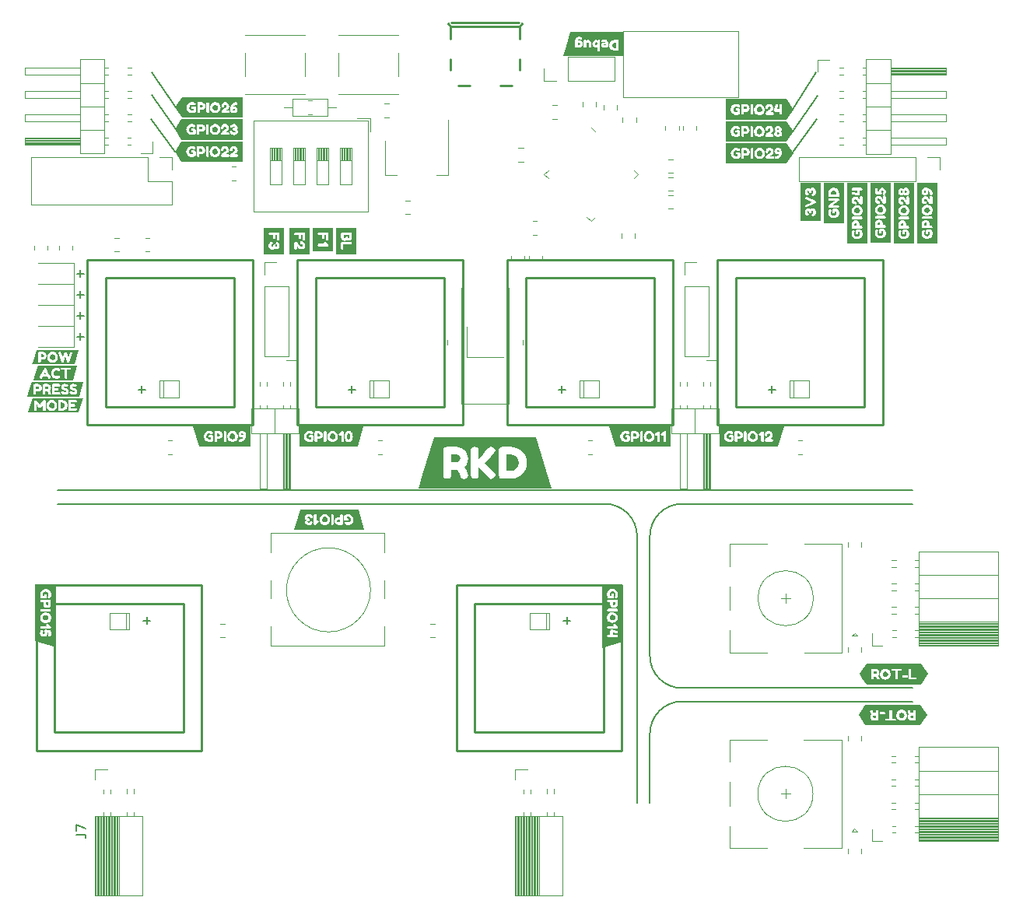
<source format=gbr>
%TF.GenerationSoftware,KiCad,Pcbnew,6.0.10+dfsg-2*%
%TF.CreationDate,2023-01-21T20:21:13+08:00*%
%TF.ProjectId,RKD,524b442e-6b69-4636-9164-5f7063625858,57*%
%TF.SameCoordinates,Original*%
%TF.FileFunction,Legend,Top*%
%TF.FilePolarity,Positive*%
%FSLAX46Y46*%
G04 Gerber Fmt 4.6, Leading zero omitted, Abs format (unit mm)*
G04 Created by KiCad (PCBNEW 6.0.10+dfsg-2) date 2023-01-21 20:21:13*
%MOMM*%
%LPD*%
G01*
G04 APERTURE LIST*
%ADD10C,0.150000*%
%ADD11C,0.120000*%
%ADD12C,0.254000*%
G04 APERTURE END LIST*
D10*
X83434000Y79682326D02*
X86075600Y83441526D01*
X67949748Y9000000D02*
X67949748Y16550252D01*
X67949774Y25000000D02*
G75*
G03*
X71449748Y21500000I3500026J26D01*
G01*
X3500000Y43025126D02*
X63000000Y43025126D01*
X13685600Y86083126D02*
X16327200Y82298526D01*
X66550226Y38050252D02*
G75*
G03*
X63050252Y41550252I-3500026J-26D01*
G01*
X71449748Y20050178D02*
G75*
G03*
X67949748Y16550252I-48J-3499952D01*
G01*
X96500000Y43025126D02*
X71500000Y43025126D01*
X3500000Y41550252D02*
X63050252Y41550252D01*
X71449748Y41550252D02*
X96500000Y41550252D01*
X71449748Y20050252D02*
X96500000Y20050252D01*
X96500000Y21500000D02*
X71449748Y21500000D01*
X71500000Y43025126D02*
X63000000Y43025126D01*
X71449748Y41550278D02*
G75*
G03*
X67949748Y38050252I52J-3500052D01*
G01*
X16301800Y79910926D02*
X13660200Y83416126D01*
X16352600Y84686126D02*
X13685600Y88546926D01*
X86050200Y88521526D02*
X83434000Y84406726D01*
X67949748Y25000000D02*
X67949748Y38050252D01*
X66550252Y9000000D02*
X66550252Y38050252D01*
X83484800Y82069926D02*
X86177200Y85981526D01*
%TO.C,K2*%
X35141047Y53983698D02*
X35902952Y53983698D01*
X35522000Y53602746D02*
X35522000Y54364650D01*
%TO.C,K6*%
X13594078Y28856555D02*
X12832173Y28856555D01*
X13213126Y29237507D02*
X13213126Y28475603D01*
%TO.C,K5*%
X59314078Y28856555D02*
X58552173Y28856555D01*
X58933126Y29237507D02*
X58933126Y28475603D01*
%TO.C,K4*%
X80861047Y53983698D02*
X81622952Y53983698D01*
X81242000Y53602746D02*
X81242000Y54364650D01*
%TO.C,K3*%
X58001047Y53983698D02*
X58762952Y53983698D01*
X58382000Y53602746D02*
X58382000Y54364650D01*
%TO.C,K1*%
X12281047Y53983698D02*
X13042952Y53983698D01*
X12662000Y53602746D02*
X12662000Y54364650D01*
%TO.C,D4*%
X6356952Y59729555D02*
X5595047Y59729555D01*
X5976000Y60110507D02*
X5976000Y59348603D01*
%TO.C,D2*%
X6356952Y62015555D02*
X5595047Y62015555D01*
X5976000Y62396507D02*
X5976000Y61634603D01*
%TO.C,D1*%
X6356952Y64301555D02*
X5595047Y64301555D01*
X5976000Y64682507D02*
X5976000Y63920603D01*
%TO.C,D3*%
X6356952Y66587555D02*
X5595047Y66587555D01*
X5976000Y66968507D02*
X5976000Y66206603D01*
%TO.C,J7*%
X5547506Y5566793D02*
X6261792Y5566793D01*
X6404649Y5519174D01*
X6499887Y5423936D01*
X6547506Y5281079D01*
X6547506Y5185841D01*
X5547506Y5947746D02*
X5547506Y6614412D01*
X6547506Y6185841D01*
D11*
%TO.C,K2*%
X37820000Y54955126D02*
X37820000Y53155126D01*
D12*
X31570000Y66135126D02*
X45570000Y66135126D01*
X45570000Y66135126D02*
X45570000Y52135126D01*
X45570000Y52135126D02*
X31570000Y52135126D01*
X31570000Y52135126D02*
X31570000Y66135126D01*
X29570000Y68135126D02*
X47570000Y68135126D01*
X47570000Y68135126D02*
X47570000Y50135126D01*
X47570000Y50135126D02*
X29570000Y50135126D01*
X29570000Y50135126D02*
X29570000Y68135126D01*
D11*
X39560000Y53145126D02*
X37470000Y53145126D01*
X37470000Y53145126D02*
X37470000Y54945126D01*
X37470000Y54945126D02*
X39560000Y54945126D01*
X39560000Y54945126D02*
X39560000Y53145126D01*
%TO.C,K6*%
X10915126Y27885126D02*
X10915126Y29685126D01*
D12*
X17165126Y16705126D02*
X3165126Y16705126D01*
X3165126Y16705126D02*
X3165126Y30705126D01*
X3165126Y30705126D02*
X17165126Y30705126D01*
X17165126Y30705126D02*
X17165126Y16705126D01*
X19165126Y14705126D02*
X1165126Y14705126D01*
X1165126Y14705126D02*
X1165126Y32705126D01*
X1165126Y32705126D02*
X19165126Y32705126D01*
X19165126Y32705126D02*
X19165126Y14705126D01*
D11*
X9175126Y29695126D02*
X11265126Y29695126D01*
X11265126Y29695126D02*
X11265126Y27895126D01*
X11265126Y27895126D02*
X9175126Y27895126D01*
X9175126Y27895126D02*
X9175126Y29695126D01*
%TO.C,K5*%
X56635126Y27885126D02*
X56635126Y29685126D01*
D12*
X62885126Y16705126D02*
X48885126Y16705126D01*
X48885126Y16705126D02*
X48885126Y30705126D01*
X48885126Y30705126D02*
X62885126Y30705126D01*
X62885126Y30705126D02*
X62885126Y16705126D01*
X64885126Y14705126D02*
X46885126Y14705126D01*
X46885126Y14705126D02*
X46885126Y32705126D01*
X46885126Y32705126D02*
X64885126Y32705126D01*
X64885126Y32705126D02*
X64885126Y14705126D01*
D11*
X54895126Y29695126D02*
X56985126Y29695126D01*
X56985126Y29695126D02*
X56985126Y27895126D01*
X56985126Y27895126D02*
X54895126Y27895126D01*
X54895126Y27895126D02*
X54895126Y29695126D01*
%TO.C,K4*%
X83540000Y54955126D02*
X83540000Y53155126D01*
D12*
X77290000Y66135126D02*
X91290000Y66135126D01*
X91290000Y66135126D02*
X91290000Y52135126D01*
X91290000Y52135126D02*
X77290000Y52135126D01*
X77290000Y52135126D02*
X77290000Y66135126D01*
X75290000Y68135126D02*
X93290000Y68135126D01*
X93290000Y68135126D02*
X93290000Y50135126D01*
X93290000Y50135126D02*
X75290000Y50135126D01*
X75290000Y50135126D02*
X75290000Y68135126D01*
D11*
X85280000Y53145126D02*
X83190000Y53145126D01*
X83190000Y53145126D02*
X83190000Y54945126D01*
X83190000Y54945126D02*
X85280000Y54945126D01*
X85280000Y54945126D02*
X85280000Y53145126D01*
%TO.C,K3*%
X60680000Y54955126D02*
X60680000Y53155126D01*
D12*
X54430000Y66135126D02*
X68430000Y66135126D01*
X68430000Y66135126D02*
X68430000Y52135126D01*
X68430000Y52135126D02*
X54430000Y52135126D01*
X54430000Y52135126D02*
X54430000Y66135126D01*
X52430000Y68135126D02*
X70430000Y68135126D01*
X70430000Y68135126D02*
X70430000Y50135126D01*
X70430000Y50135126D02*
X52430000Y50135126D01*
X52430000Y50135126D02*
X52430000Y68135126D01*
D11*
X62420000Y53145126D02*
X60330000Y53145126D01*
X60330000Y53145126D02*
X60330000Y54945126D01*
X60330000Y54945126D02*
X62420000Y54945126D01*
X62420000Y54945126D02*
X62420000Y53145126D01*
%TO.C,K1*%
X14960000Y54955126D02*
X14960000Y53155126D01*
D12*
X8710000Y66135126D02*
X22710000Y66135126D01*
X22710000Y66135126D02*
X22710000Y52135126D01*
X22710000Y52135126D02*
X8710000Y52135126D01*
X8710000Y52135126D02*
X8710000Y66135126D01*
X6710000Y68135126D02*
X24710000Y68135126D01*
X24710000Y68135126D02*
X24710000Y50135126D01*
X24710000Y50135126D02*
X6710000Y50135126D01*
X6710000Y50135126D02*
X6710000Y68135126D01*
D11*
X16700000Y53145126D02*
X14610000Y53145126D01*
X14610000Y53145126D02*
X14610000Y54945126D01*
X14610000Y54945126D02*
X16700000Y54945126D01*
X16700000Y54945126D02*
X16700000Y53145126D01*
%TO.C,C1*%
X70461852Y79071126D02*
X69939348Y79071126D01*
X70461852Y77601126D02*
X69939348Y77601126D01*
%TO.C,R3*%
X55216136Y72314726D02*
X55670264Y72314726D01*
X55216136Y70844726D02*
X55670264Y70844726D01*
%TO.C,C12*%
X57812652Y84938526D02*
X57290148Y84938526D01*
X57812652Y83468526D02*
X57290148Y83468526D01*
%TO.C,J2*%
X28035000Y54785126D02*
X28035000Y54398055D01*
X28795000Y43255126D02*
X28035000Y43255126D01*
X28615000Y49255126D02*
X28615000Y43255126D01*
X27145000Y51915126D02*
X27145000Y49255126D01*
X28735000Y49255126D02*
X28735000Y43255126D01*
X28255000Y49255126D02*
X28255000Y43255126D01*
X26255000Y52312197D02*
X26255000Y51915126D01*
X28795000Y54785126D02*
X28795000Y54398055D01*
X28375000Y49255126D02*
X28375000Y43255126D01*
X28035000Y43255126D02*
X28035000Y49255126D01*
X25495000Y52312197D02*
X25495000Y51915126D01*
X26255000Y54852197D02*
X26255000Y54398055D01*
X28035000Y52312197D02*
X28035000Y51915126D01*
X28795000Y52312197D02*
X28795000Y51915126D01*
X25495000Y43255126D02*
X25495000Y49255126D01*
X29685000Y57165126D02*
X29685000Y55895126D01*
X26255000Y49255126D02*
X26255000Y43255126D01*
X24545000Y51915126D02*
X24545000Y49255126D01*
X29745000Y51915126D02*
X24545000Y51915126D01*
X26255000Y43255126D02*
X25495000Y43255126D01*
X28415000Y57165126D02*
X29685000Y57165126D01*
X25495000Y54852197D02*
X25495000Y54398055D01*
X28495000Y49255126D02*
X28495000Y43255126D01*
X28795000Y49255126D02*
X28795000Y43255126D01*
X29745000Y49255126D02*
X29745000Y51915126D01*
X24545000Y49255126D02*
X29745000Y49255126D01*
X28135000Y49255126D02*
X28135000Y43255126D01*
%TO.C,J10*%
X65063200Y85822726D02*
X77573200Y85822726D01*
X77573200Y85822726D02*
X77573200Y93022726D01*
X77573200Y93022726D02*
X65063200Y93022726D01*
X65063200Y93022726D02*
X65063200Y85822726D01*
%TO.C,C8*%
X60601000Y85302978D02*
X60601000Y84780474D01*
X62071000Y85302978D02*
X62071000Y84780474D01*
%TO.C,R13*%
X9673936Y70511326D02*
X10128064Y70511326D01*
X9673936Y69041326D02*
X10128064Y69041326D01*
%TO.C,SW3*%
X23910000Y92591126D02*
X30370000Y92591126D01*
X23910000Y86131126D02*
X23910000Y86161126D01*
X23910000Y90661126D02*
X23910000Y88061126D01*
X30370000Y92591126D02*
X30370000Y92561126D01*
X23910000Y86131126D02*
X30370000Y86131126D01*
X23910000Y92561126D02*
X23910000Y92591126D01*
X30370000Y86131126D02*
X30370000Y86161126D01*
X30370000Y90661126D02*
X30370000Y88061126D01*
%TO.C,R1*%
X71088000Y82703390D02*
X71088000Y82249262D01*
X69618000Y82703390D02*
X69618000Y82249262D01*
%TO.C,C10*%
X64842800Y70977378D02*
X64842800Y70454874D01*
X66312800Y70977378D02*
X66312800Y70454874D01*
%TO.C,R16*%
X936400Y69219062D02*
X936400Y69673190D01*
X2406400Y69219062D02*
X2406400Y69673190D01*
%TO.C,C4*%
X45919800Y59369578D02*
X45919800Y58847074D01*
X47389800Y59369578D02*
X47389800Y58847074D01*
%TO.C,J8*%
X53255126Y-1079874D02*
X58455126Y-1079874D01*
X53255126Y-1079874D02*
X53255126Y7550126D01*
X53255126Y12660126D02*
X54585126Y12660126D01*
X54945126Y7550126D02*
X54945126Y7960126D01*
X53255126Y7550126D02*
X58455126Y7550126D01*
X54201791Y-1079874D02*
X54201791Y7550126D01*
X56765126Y10060126D02*
X56765126Y10500126D01*
X55500836Y-1079874D02*
X55500836Y7550126D01*
X55028456Y-1079874D02*
X55028456Y7550126D01*
X53255126Y11550126D02*
X53255126Y12660126D01*
X58455126Y-1079874D02*
X58455126Y7550126D01*
X55618931Y-1079874D02*
X55618931Y7550126D01*
X55146551Y-1079874D02*
X55146551Y7550126D01*
X55737026Y-1079874D02*
X55737026Y7550126D01*
X53375126Y-1079874D02*
X53375126Y7550126D01*
X55855126Y-1079874D02*
X55855126Y7550126D01*
X54225126Y10060126D02*
X54225126Y10440126D01*
X53847506Y-1079874D02*
X53847506Y7550126D01*
X54910361Y-1079874D02*
X54910361Y7550126D01*
X57485126Y7550126D02*
X57485126Y7960126D01*
X54319886Y-1079874D02*
X54319886Y7550126D01*
X54225126Y7550126D02*
X54225126Y7960126D01*
X56765126Y7550126D02*
X56765126Y7960126D01*
X55264646Y-1079874D02*
X55264646Y7550126D01*
X55382741Y-1079874D02*
X55382741Y7550126D01*
X54437981Y-1079874D02*
X54437981Y7550126D01*
X54792266Y-1079874D02*
X54792266Y7550126D01*
X53611316Y-1079874D02*
X53611316Y7550126D01*
X57485126Y10060126D02*
X57485126Y10500126D01*
X54083696Y-1079874D02*
X54083696Y7550126D01*
X53729411Y-1079874D02*
X53729411Y7550126D01*
X54945126Y10060126D02*
X54945126Y10440126D01*
X54556076Y-1079874D02*
X54556076Y7550126D01*
X54674171Y-1079874D02*
X54674171Y7550126D01*
X53965601Y-1079874D02*
X53965601Y7550126D01*
X53493221Y-1079874D02*
X53493221Y7550126D01*
%TO.C,R4*%
X29037600Y85631526D02*
X29037600Y83791526D01*
X29037600Y83791526D02*
X32877600Y83791526D01*
X32877600Y85631526D02*
X29037600Y85631526D01*
X28087600Y84711526D02*
X29037600Y84711526D01*
X32877600Y83791526D02*
X32877600Y85631526D01*
X33827600Y84711526D02*
X32877600Y84711526D01*
%TO.C,C17*%
X89489874Y37386378D02*
X89489874Y36863874D01*
X90959874Y37386378D02*
X90959874Y36863874D01*
%TO.C,C9*%
X66439800Y83078674D02*
X66439800Y83601178D01*
X64969800Y83078674D02*
X64969800Y83601178D01*
%TO.C,C16*%
X89489874Y25956378D02*
X89489874Y25433874D01*
X90959874Y25956378D02*
X90959874Y25433874D01*
D12*
%TO.C,J1*%
X53680000Y93891126D02*
X46330000Y93891126D01*
X53750000Y93541126D02*
X46240000Y93541126D01*
X46240000Y92176126D02*
X46240000Y93491126D01*
X46240000Y93491126D02*
X45980000Y93861126D01*
X53750000Y92178126D02*
X53750000Y93541126D01*
X53750000Y93541126D02*
X54020000Y93881126D01*
X46240000Y88727126D02*
X46240000Y89945126D01*
X53750000Y88729126D02*
X53750000Y89943126D01*
X51686000Y87075126D02*
X52951000Y87075126D01*
X47049000Y87075126D02*
X48314000Y87075126D01*
D11*
%TO.C,U4*%
X45950000Y83325126D02*
X45950000Y77315126D01*
X39130000Y81075126D02*
X39130000Y77315126D01*
X39130000Y77315126D02*
X40390000Y77315126D01*
X45950000Y77315126D02*
X44690000Y77315126D01*
%TO.C,SW8*%
X76599748Y15900252D02*
X80699748Y15900252D01*
X89899748Y5900252D02*
X90199748Y6200252D01*
X90199748Y6200252D02*
X90499748Y5900252D01*
X84699748Y15900252D02*
X88799748Y15900252D01*
X80699748Y4100252D02*
X76599748Y4100252D01*
X76599748Y4100252D02*
X76599748Y6500252D01*
X76599748Y13500252D02*
X76599748Y15900252D01*
X82699748Y9500252D02*
X82699748Y10500252D01*
X84699748Y4100252D02*
X88799748Y4100252D01*
X83199748Y10000252D02*
X82199748Y10000252D01*
X76599748Y8700252D02*
X76599748Y11300252D01*
X88799748Y4100252D02*
X88799748Y15900252D01*
X90499748Y5900252D02*
X89899748Y5900252D01*
X85699748Y10000252D02*
G75*
G03*
X85699748Y10000252I-3000000J0D01*
G01*
%TO.C,C15*%
X69939348Y73689526D02*
X70461852Y73689526D01*
X69939348Y75159526D02*
X70461852Y75159526D01*
%TO.C,R2*%
X71523000Y82249262D02*
X71523000Y82703390D01*
X72993000Y82249262D02*
X72993000Y82703390D01*
%TO.C,J9*%
X97199748Y11590252D02*
X96789748Y11590252D01*
X94689748Y5790252D02*
X94309748Y5790252D01*
X97199748Y8330252D02*
X96789748Y8330252D01*
X97199748Y4820252D02*
X97199748Y15100252D01*
X94689748Y8330252D02*
X94249748Y8330252D01*
X97199748Y6510252D02*
X96789748Y6510252D01*
X94689748Y9050252D02*
X94249748Y9050252D01*
X105829748Y6711677D02*
X97199748Y6711677D01*
X105829748Y6357392D02*
X97199748Y6357392D01*
X105829748Y4820252D02*
X97199748Y4820252D01*
X105829748Y6121202D02*
X97199748Y6121202D01*
X97199748Y10870252D02*
X96789748Y10870252D01*
X94689748Y10870252D02*
X94249748Y10870252D01*
X94689748Y11590252D02*
X94249748Y11590252D01*
X105829748Y5648822D02*
X97199748Y5648822D01*
X105829748Y5530727D02*
X97199748Y5530727D01*
X105829748Y9960252D02*
X97199748Y9960252D01*
X105829748Y6593582D02*
X97199748Y6593582D01*
X94689748Y6510252D02*
X94309748Y6510252D01*
X105829748Y6475487D02*
X97199748Y6475487D01*
X105829748Y5412632D02*
X97199748Y5412632D01*
X97199748Y9050252D02*
X96789748Y9050252D01*
X97199748Y14130252D02*
X96789748Y14130252D01*
X105829748Y6003107D02*
X97199748Y6003107D01*
X93199748Y4820252D02*
X92089748Y4820252D01*
X105829748Y15100252D02*
X97199748Y15100252D01*
X105829748Y7065962D02*
X97199748Y7065962D01*
X105829748Y6829772D02*
X97199748Y6829772D01*
X105829748Y5294537D02*
X97199748Y5294537D01*
X105829748Y5058347D02*
X97199748Y5058347D01*
X97199748Y13410252D02*
X96789748Y13410252D01*
X105829748Y7420252D02*
X97199748Y7420252D01*
X105829748Y4940252D02*
X97199748Y4940252D01*
X97199748Y5790252D02*
X96789748Y5790252D01*
X105829748Y4820252D02*
X105829748Y15100252D01*
X105829748Y5176442D02*
X97199748Y5176442D01*
X105829748Y6947867D02*
X97199748Y6947867D01*
X105829748Y5766917D02*
X97199748Y5766917D01*
X94689748Y13410252D02*
X94249748Y13410252D01*
X105829748Y7184057D02*
X97199748Y7184057D01*
X94689748Y14130252D02*
X94249748Y14130252D01*
X105829748Y12500252D02*
X97199748Y12500252D01*
X105829748Y5885012D02*
X97199748Y5885012D01*
X92089748Y4820252D02*
X92089748Y6150252D01*
X105829748Y7302152D02*
X97199748Y7302152D01*
X105829748Y6239297D02*
X97199748Y6239297D01*
%TO.C,R5*%
X15482936Y48440126D02*
X15937064Y48440126D01*
X15482936Y46970126D02*
X15937064Y46970126D01*
%TO.C,J3*%
X5928000Y79673126D02*
X8588000Y79673126D01*
X5928000Y80623126D02*
X-72000Y80623126D01*
X-72000Y81383126D02*
X5928000Y81383126D01*
X11525071Y83923126D02*
X11070929Y83923126D01*
X8588000Y84813126D02*
X5928000Y84813126D01*
X8588000Y89953126D02*
X5928000Y89953126D01*
X8588000Y87353126D02*
X5928000Y87353126D01*
X5928000Y80803126D02*
X-72000Y80803126D01*
X13838000Y81003126D02*
X13838000Y79733126D01*
X8985071Y86463126D02*
X8588000Y86463126D01*
X11525071Y88243126D02*
X11070929Y88243126D01*
X8985071Y83923126D02*
X8588000Y83923126D01*
X11525071Y86463126D02*
X11070929Y86463126D01*
X-72000Y89003126D02*
X5928000Y89003126D01*
X5928000Y85703126D02*
X-72000Y85703126D01*
X5928000Y89953126D02*
X5928000Y79673126D01*
X5928000Y81163126D02*
X-72000Y81163126D01*
X11458000Y80623126D02*
X11070929Y80623126D01*
X5928000Y88243126D02*
X-72000Y88243126D01*
X5928000Y81043126D02*
X-72000Y81043126D01*
X5928000Y83163126D02*
X-72000Y83163126D01*
X11525071Y83163126D02*
X11070929Y83163126D01*
X8985071Y81383126D02*
X8588000Y81383126D01*
X13838000Y79733126D02*
X12568000Y79733126D01*
X5928000Y81283126D02*
X-72000Y81283126D01*
X11525071Y89003126D02*
X11070929Y89003126D01*
X8985071Y85703126D02*
X8588000Y85703126D01*
X8588000Y82273126D02*
X5928000Y82273126D01*
X8985071Y83163126D02*
X8588000Y83163126D01*
X-72000Y83163126D02*
X-72000Y83923126D01*
X5928000Y80683126D02*
X-72000Y80683126D01*
X11458000Y81383126D02*
X11070929Y81383126D01*
X-72000Y83923126D02*
X5928000Y83923126D01*
X8985071Y88243126D02*
X8588000Y88243126D01*
X11525071Y85703126D02*
X11070929Y85703126D01*
X8588000Y79673126D02*
X8588000Y89953126D01*
X-72000Y85703126D02*
X-72000Y86463126D01*
X8985071Y80623126D02*
X8588000Y80623126D01*
X-72000Y88243126D02*
X-72000Y89003126D01*
X5928000Y80923126D02*
X-72000Y80923126D01*
X-72000Y86463126D02*
X5928000Y86463126D01*
X-72000Y80623126D02*
X-72000Y81383126D01*
X8985071Y89003126D02*
X8588000Y89003126D01*
%TO.C,D4*%
X5289000Y58658126D02*
X5289000Y60928126D01*
X1404000Y58658126D02*
X5289000Y58658126D01*
X5289000Y60928126D02*
X1404000Y60928126D01*
%TO.C,Y2*%
X48000000Y60785126D02*
X48000000Y57485126D01*
X48000000Y57485126D02*
X52000000Y57485126D01*
%TO.C,D2*%
X5289000Y60944126D02*
X5289000Y63214126D01*
X1404000Y60944126D02*
X5289000Y60944126D01*
X5289000Y63214126D02*
X1404000Y63214126D01*
%TO.C,C3*%
X54070000Y58872474D02*
X54070000Y59394978D01*
X52600000Y58872474D02*
X52600000Y59394978D01*
%TO.C,Y1*%
X47450000Y65035126D02*
X47450000Y52435126D01*
X47450000Y52435126D02*
X52550000Y52435126D01*
X52550000Y52435126D02*
X52550000Y65035126D01*
%TO.C,R14*%
X13506264Y69041326D02*
X13052136Y69041326D01*
X13506264Y70511326D02*
X13052136Y70511326D01*
%TO.C,J11*%
X15930000Y74085126D02*
X570000Y74085126D01*
X13330000Y76685126D02*
X15930000Y76685126D01*
X13330000Y79285126D02*
X570000Y79285126D01*
X570000Y79285126D02*
X570000Y74085126D01*
X15930000Y79285126D02*
X15930000Y77955126D01*
X14600000Y79285126D02*
X15930000Y79285126D01*
X15930000Y76685126D02*
X15930000Y74085126D01*
X13330000Y79285126D02*
X13330000Y76685126D01*
%TO.C,R7*%
X61202936Y48440126D02*
X61657064Y48440126D01*
X61202936Y46970126D02*
X61657064Y46970126D01*
%TO.C,J6*%
X97224874Y32880126D02*
X96814874Y32880126D01*
X94714874Y27080126D02*
X94334874Y27080126D01*
X97224874Y29620126D02*
X96814874Y29620126D01*
X97224874Y26110126D02*
X97224874Y36390126D01*
X94714874Y29620126D02*
X94274874Y29620126D01*
X97224874Y27800126D02*
X96814874Y27800126D01*
X94714874Y30340126D02*
X94274874Y30340126D01*
X105854874Y28001551D02*
X97224874Y28001551D01*
X105854874Y27647266D02*
X97224874Y27647266D01*
X105854874Y26110126D02*
X97224874Y26110126D01*
X105854874Y27411076D02*
X97224874Y27411076D01*
X97224874Y32160126D02*
X96814874Y32160126D01*
X94714874Y32160126D02*
X94274874Y32160126D01*
X94714874Y32880126D02*
X94274874Y32880126D01*
X105854874Y26938696D02*
X97224874Y26938696D01*
X105854874Y26820601D02*
X97224874Y26820601D01*
X105854874Y31250126D02*
X97224874Y31250126D01*
X105854874Y27883456D02*
X97224874Y27883456D01*
X94714874Y27800126D02*
X94334874Y27800126D01*
X105854874Y27765361D02*
X97224874Y27765361D01*
X105854874Y26702506D02*
X97224874Y26702506D01*
X97224874Y30340126D02*
X96814874Y30340126D01*
X97224874Y35420126D02*
X96814874Y35420126D01*
X105854874Y27292981D02*
X97224874Y27292981D01*
X93224874Y26110126D02*
X92114874Y26110126D01*
X105854874Y36390126D02*
X97224874Y36390126D01*
X105854874Y28355836D02*
X97224874Y28355836D01*
X105854874Y28119646D02*
X97224874Y28119646D01*
X105854874Y26584411D02*
X97224874Y26584411D01*
X105854874Y26348221D02*
X97224874Y26348221D01*
X97224874Y34700126D02*
X96814874Y34700126D01*
X105854874Y28710126D02*
X97224874Y28710126D01*
X105854874Y26230126D02*
X97224874Y26230126D01*
X97224874Y27080126D02*
X96814874Y27080126D01*
X105854874Y26110126D02*
X105854874Y36390126D01*
X105854874Y26466316D02*
X97224874Y26466316D01*
X105854874Y28237741D02*
X97224874Y28237741D01*
X105854874Y27056791D02*
X97224874Y27056791D01*
X94714874Y34700126D02*
X94274874Y34700126D01*
X105854874Y28473931D02*
X97224874Y28473931D01*
X94714874Y35420126D02*
X94274874Y35420126D01*
X105854874Y33790126D02*
X97224874Y33790126D01*
X105854874Y27174886D02*
X97224874Y27174886D01*
X92114874Y26110126D02*
X92114874Y27440126D01*
X105854874Y28592026D02*
X97224874Y28592026D01*
X105854874Y27529171D02*
X97224874Y27529171D01*
%TO.C,R10*%
X44068062Y28480126D02*
X44522190Y28480126D01*
X44068062Y27010126D02*
X44522190Y27010126D01*
%TO.C,D1*%
X5289000Y63230126D02*
X5289000Y65500126D01*
X1404000Y63230126D02*
X5289000Y63230126D01*
X5289000Y65500126D02*
X1404000Y65500126D01*
%TO.C,D3*%
X5289000Y65516126D02*
X5289000Y67786126D01*
X1404000Y65516126D02*
X5289000Y65516126D01*
X5289000Y67786126D02*
X1404000Y67786126D01*
%TO.C,J15*%
X74350000Y65255126D02*
X74350000Y57575126D01*
X71690000Y66525126D02*
X71690000Y67855126D01*
X71690000Y57575126D02*
X74350000Y57575126D01*
X71690000Y65255126D02*
X74350000Y65255126D01*
X71690000Y67855126D02*
X73020000Y67855126D01*
X71690000Y65255126D02*
X71690000Y57575126D01*
%TO.C,J14*%
X28630000Y65255126D02*
X28630000Y57575126D01*
X25970000Y66525126D02*
X25970000Y67855126D01*
X25970000Y57575126D02*
X28630000Y57575126D01*
X25970000Y65255126D02*
X28630000Y65255126D01*
X25970000Y67855126D02*
X27300000Y67855126D01*
X25970000Y65255126D02*
X25970000Y57575126D01*
%TO.C,SW5*%
X34070000Y92591126D02*
X40530000Y92591126D01*
X34070000Y86131126D02*
X34070000Y86161126D01*
X34070000Y90661126D02*
X34070000Y88061126D01*
X40530000Y92591126D02*
X40530000Y92561126D01*
X34070000Y86131126D02*
X40530000Y86131126D01*
X34070000Y92561126D02*
X34070000Y92591126D01*
X40530000Y86131126D02*
X40530000Y86161126D01*
X40530000Y90661126D02*
X40530000Y88061126D01*
%TO.C,SW7*%
X39015126Y26085126D02*
X26715126Y26085126D01*
X26715126Y26085126D02*
X26715126Y28205126D01*
X26715126Y31265126D02*
X26715126Y33205126D01*
X39015126Y33205126D02*
X39015126Y31265126D01*
X39015126Y38385126D02*
X39015126Y36265126D01*
X26715126Y36265126D02*
X26715126Y38385126D01*
X26715126Y38385126D02*
X39015126Y38385126D01*
X39015126Y28205126D02*
X39015126Y26085126D01*
X37544176Y32195126D02*
G75*
G03*
X37544176Y32195126I-4579050J0D01*
G01*
%TO.C,C14*%
X64357000Y84424874D02*
X64357000Y84947378D01*
X62887000Y84424874D02*
X62887000Y84947378D01*
%TO.C,C7*%
X56254400Y68016474D02*
X56254400Y68538978D01*
X54784400Y68016474D02*
X54784400Y68538978D01*
%TO.C,SW6*%
X76624874Y37190126D02*
X80724874Y37190126D01*
X89924874Y27190126D02*
X90224874Y27490126D01*
X90224874Y27490126D02*
X90524874Y27190126D01*
X84724874Y37190126D02*
X88824874Y37190126D01*
X80724874Y25390126D02*
X76624874Y25390126D01*
X76624874Y25390126D02*
X76624874Y27790126D01*
X76624874Y34790126D02*
X76624874Y37190126D01*
X82724874Y30790126D02*
X82724874Y31790126D01*
X84724874Y25390126D02*
X88824874Y25390126D01*
X83224874Y31290126D02*
X82224874Y31290126D01*
X76624874Y29990126D02*
X76624874Y32590126D01*
X88824874Y25390126D02*
X88824874Y37190126D01*
X90524874Y27190126D02*
X89924874Y27190126D01*
X85724874Y31290126D02*
G75*
G03*
X85724874Y31290126I-3000000J0D01*
G01*
%TO.C,C19*%
X89464748Y16265504D02*
X89464748Y15743000D01*
X90934748Y16265504D02*
X90934748Y15743000D01*
%TO.C,C6*%
X41836052Y74549926D02*
X41313548Y74549926D01*
X41836052Y73079926D02*
X41313548Y73079926D01*
%TO.C,C5*%
X39550052Y85090926D02*
X39027548Y85090926D01*
X39550052Y83620926D02*
X39027548Y83620926D01*
%TO.C,J4*%
X73755000Y54785126D02*
X73755000Y54398055D01*
X74515000Y43255126D02*
X73755000Y43255126D01*
X74335000Y49255126D02*
X74335000Y43255126D01*
X72865000Y51915126D02*
X72865000Y49255126D01*
X74455000Y49255126D02*
X74455000Y43255126D01*
X73975000Y49255126D02*
X73975000Y43255126D01*
X71975000Y52312197D02*
X71975000Y51915126D01*
X74515000Y54785126D02*
X74515000Y54398055D01*
X74095000Y49255126D02*
X74095000Y43255126D01*
X73755000Y43255126D02*
X73755000Y49255126D01*
X71215000Y52312197D02*
X71215000Y51915126D01*
X71975000Y54852197D02*
X71975000Y54398055D01*
X73755000Y52312197D02*
X73755000Y51915126D01*
X74515000Y52312197D02*
X74515000Y51915126D01*
X71215000Y43255126D02*
X71215000Y49255126D01*
X75405000Y57165126D02*
X75405000Y55895126D01*
X71975000Y49255126D02*
X71975000Y43255126D01*
X70265000Y51915126D02*
X70265000Y49255126D01*
X75465000Y51915126D02*
X70265000Y51915126D01*
X71975000Y43255126D02*
X71215000Y43255126D01*
X74135000Y57165126D02*
X75405000Y57165126D01*
X71215000Y54852197D02*
X71215000Y54398055D01*
X74215000Y49255126D02*
X74215000Y43255126D01*
X74515000Y49255126D02*
X74515000Y43255126D01*
X75465000Y49255126D02*
X75465000Y51915126D01*
X70265000Y49255126D02*
X75465000Y49255126D01*
X73855000Y49255126D02*
X73855000Y43255126D01*
%TO.C,R11*%
X21662190Y27010126D02*
X21208062Y27010126D01*
X21662190Y28480126D02*
X21208062Y28480126D01*
%TO.C,R18*%
X31184664Y83976526D02*
X30730536Y83976526D01*
X31184664Y85446526D02*
X30730536Y85446526D01*
%TO.C,C18*%
X89464748Y4031504D02*
X89464748Y3509000D01*
X90934748Y4031504D02*
X90934748Y3509000D01*
%TO.C,U2*%
X66184892Y77881345D02*
X66644511Y77421726D01*
X66644511Y77421726D02*
X66184892Y76962107D01*
X56893508Y76962107D02*
X56433889Y77421726D01*
X56433889Y77421726D02*
X56893508Y77881345D01*
X61079581Y72776034D02*
X61539200Y72316415D01*
X61539200Y72316415D02*
X61998819Y72776034D01*
X61998819Y82067418D02*
X61539200Y82527037D01*
%TO.C,C11*%
X52828600Y68538978D02*
X52828600Y68016474D01*
X54298600Y68538978D02*
X54298600Y68016474D01*
%TO.C,J12*%
X96896000Y79285126D02*
X84136000Y79285126D01*
X98166000Y79285126D02*
X99496000Y79285126D01*
X99496000Y79285126D02*
X99496000Y77955126D01*
X96896000Y79285126D02*
X96896000Y76625126D01*
X84136000Y79285126D02*
X84136000Y76625126D01*
X96896000Y76625126D02*
X84136000Y76625126D01*
%TO.C,J5*%
X94138000Y89933126D02*
X91478000Y89933126D01*
X94138000Y88983126D02*
X100138000Y88983126D01*
X100138000Y88223126D02*
X94138000Y88223126D01*
X88540929Y85683126D02*
X88995071Y85683126D01*
X91478000Y84793126D02*
X94138000Y84793126D01*
X91478000Y79653126D02*
X94138000Y79653126D01*
X91478000Y82253126D02*
X94138000Y82253126D01*
X94138000Y88803126D02*
X100138000Y88803126D01*
X86228000Y88603126D02*
X86228000Y89873126D01*
X91080929Y83143126D02*
X91478000Y83143126D01*
X88540929Y81363126D02*
X88995071Y81363126D01*
X91080929Y85683126D02*
X91478000Y85683126D01*
X88540929Y83143126D02*
X88995071Y83143126D01*
X100138000Y80603126D02*
X94138000Y80603126D01*
X94138000Y83903126D02*
X100138000Y83903126D01*
X94138000Y79653126D02*
X94138000Y89933126D01*
X94138000Y88443126D02*
X100138000Y88443126D01*
X88608000Y88983126D02*
X88995071Y88983126D01*
X94138000Y81363126D02*
X100138000Y81363126D01*
X94138000Y88563126D02*
X100138000Y88563126D01*
X94138000Y86443126D02*
X100138000Y86443126D01*
X88540929Y86443126D02*
X88995071Y86443126D01*
X91080929Y88223126D02*
X91478000Y88223126D01*
X86228000Y89873126D02*
X87498000Y89873126D01*
X94138000Y88323126D02*
X100138000Y88323126D01*
X88540929Y80603126D02*
X88995071Y80603126D01*
X91080929Y83903126D02*
X91478000Y83903126D01*
X91478000Y87333126D02*
X94138000Y87333126D01*
X91080929Y86443126D02*
X91478000Y86443126D01*
X100138000Y86443126D02*
X100138000Y85683126D01*
X94138000Y88923126D02*
X100138000Y88923126D01*
X88608000Y88223126D02*
X88995071Y88223126D01*
X100138000Y85683126D02*
X94138000Y85683126D01*
X91080929Y81363126D02*
X91478000Y81363126D01*
X88540929Y83903126D02*
X88995071Y83903126D01*
X91478000Y89933126D02*
X91478000Y79653126D01*
X100138000Y83903126D02*
X100138000Y83143126D01*
X91080929Y88983126D02*
X91478000Y88983126D01*
X100138000Y81363126D02*
X100138000Y80603126D01*
X94138000Y88683126D02*
X100138000Y88683126D01*
X100138000Y83143126D02*
X94138000Y83143126D01*
X100138000Y88983126D02*
X100138000Y88223126D01*
X91080929Y80603126D02*
X91478000Y80603126D01*
%TO.C,R15*%
X22424736Y78232926D02*
X22878864Y78232926D01*
X22424736Y76762926D02*
X22878864Y76762926D01*
%TO.C,R17*%
X3628800Y69219062D02*
X3628800Y69673190D01*
X5098800Y69219062D02*
X5098800Y69673190D01*
%TO.C,SW2*%
X31643400Y80340726D02*
X31643400Y76280726D01*
X34183400Y80340726D02*
X34183400Y76280726D01*
X26633400Y80340726D02*
X26633400Y78987393D01*
X26563400Y76280726D02*
X27833400Y76280726D01*
X29413400Y80340726D02*
X29413400Y78987393D01*
X27233400Y80340726D02*
X27233400Y78987393D01*
X30373400Y78987393D02*
X29103400Y78987393D01*
X37478400Y83500726D02*
X36095400Y83500726D01*
X34613400Y80340726D02*
X34613400Y78987393D01*
X29103400Y76280726D02*
X30373400Y76280726D01*
X27113400Y80340726D02*
X27113400Y78987393D01*
X34853400Y80340726D02*
X34853400Y78987393D01*
X30133400Y80340726D02*
X30133400Y78987393D01*
X27593400Y80340726D02*
X27593400Y78987393D01*
X29103400Y80340726D02*
X29103400Y76280726D01*
X34973400Y80340726D02*
X34973400Y78987393D01*
X31643400Y76280726D02*
X32913400Y76280726D01*
X30253400Y80340726D02*
X30253400Y78987393D01*
X27353400Y80340726D02*
X27353400Y78987393D01*
X35453400Y78987393D02*
X34183400Y78987393D01*
X32313400Y80340726D02*
X32313400Y78987393D01*
X34373400Y80340726D02*
X34373400Y78987393D01*
X24778400Y83260726D02*
X24778400Y73360726D01*
X26993400Y80340726D02*
X26993400Y78987393D01*
X34253400Y80340726D02*
X34253400Y78987393D01*
X29893400Y80340726D02*
X29893400Y78987393D01*
X35453400Y80340726D02*
X34183400Y80340726D01*
X26563400Y80340726D02*
X26563400Y76280726D01*
X29293400Y80340726D02*
X29293400Y78987393D01*
X30013400Y80340726D02*
X30013400Y78987393D01*
X32673400Y80340726D02*
X32673400Y78987393D01*
X32193400Y80340726D02*
X32193400Y78987393D01*
X34733400Y80340726D02*
X34733400Y78987393D01*
X27833400Y76280726D02*
X27833400Y80340726D01*
X27833400Y78987393D02*
X26563400Y78987393D01*
X29173400Y80340726D02*
X29173400Y78987393D01*
X27833400Y80340726D02*
X26563400Y80340726D01*
X35093400Y80340726D02*
X35093400Y78987393D01*
X37238400Y83260726D02*
X37238400Y73360726D01*
X35453400Y76280726D02*
X35453400Y80340726D01*
X35213400Y80340726D02*
X35213400Y78987393D01*
X30373400Y80340726D02*
X29103400Y80340726D01*
X34183400Y76280726D02*
X35453400Y76280726D01*
X37238400Y73360726D02*
X24778400Y73360726D01*
X31833400Y80340726D02*
X31833400Y78987393D01*
X27473400Y80340726D02*
X27473400Y78987393D01*
X32553400Y80340726D02*
X32553400Y78987393D01*
X34493400Y80340726D02*
X34493400Y78987393D01*
X32913400Y78987393D02*
X31643400Y78987393D01*
X32433400Y80340726D02*
X32433400Y78987393D01*
X26753400Y80340726D02*
X26753400Y78987393D01*
X26873400Y80340726D02*
X26873400Y78987393D01*
X29533400Y80340726D02*
X29533400Y78987393D01*
X32073400Y80340726D02*
X32073400Y78987393D01*
X37478400Y83500726D02*
X37478400Y82116726D01*
X37238400Y83260726D02*
X24778400Y83260726D01*
X32913400Y76280726D02*
X32913400Y80340726D01*
X29773400Y80340726D02*
X29773400Y78987393D01*
X31713400Y80340726D02*
X31713400Y78987393D01*
X32793400Y80340726D02*
X32793400Y78987393D01*
X30373400Y76280726D02*
X30373400Y80340726D01*
X29653400Y80340726D02*
X29653400Y78987393D01*
X27713400Y80340726D02*
X27713400Y78987393D01*
X32913400Y80340726D02*
X31643400Y80340726D01*
X31953400Y80340726D02*
X31953400Y78987393D01*
X35333400Y80340726D02*
X35333400Y78987393D01*
%TO.C,R8*%
X84062936Y48440126D02*
X84517064Y48440126D01*
X84062936Y46970126D02*
X84517064Y46970126D01*
%TO.C,J7*%
X7535126Y-1079874D02*
X12735126Y-1079874D01*
X7535126Y-1079874D02*
X7535126Y7550126D01*
X7535126Y12660126D02*
X8865126Y12660126D01*
X9225126Y7550126D02*
X9225126Y7960126D01*
X7535126Y7550126D02*
X12735126Y7550126D01*
X8481791Y-1079874D02*
X8481791Y7550126D01*
X11045126Y10060126D02*
X11045126Y10500126D01*
X9780836Y-1079874D02*
X9780836Y7550126D01*
X9308456Y-1079874D02*
X9308456Y7550126D01*
X7535126Y11550126D02*
X7535126Y12660126D01*
X12735126Y-1079874D02*
X12735126Y7550126D01*
X9898931Y-1079874D02*
X9898931Y7550126D01*
X9426551Y-1079874D02*
X9426551Y7550126D01*
X10017026Y-1079874D02*
X10017026Y7550126D01*
X7655126Y-1079874D02*
X7655126Y7550126D01*
X10135126Y-1079874D02*
X10135126Y7550126D01*
X8505126Y10060126D02*
X8505126Y10440126D01*
X8127506Y-1079874D02*
X8127506Y7550126D01*
X9190361Y-1079874D02*
X9190361Y7550126D01*
X11765126Y7550126D02*
X11765126Y7960126D01*
X8599886Y-1079874D02*
X8599886Y7550126D01*
X8505126Y7550126D02*
X8505126Y7960126D01*
X11045126Y7550126D02*
X11045126Y7960126D01*
X9544646Y-1079874D02*
X9544646Y7550126D01*
X9662741Y-1079874D02*
X9662741Y7550126D01*
X8717981Y-1079874D02*
X8717981Y7550126D01*
X9072266Y-1079874D02*
X9072266Y7550126D01*
X7891316Y-1079874D02*
X7891316Y7550126D01*
X11765126Y10060126D02*
X11765126Y10500126D01*
X8363696Y-1079874D02*
X8363696Y7550126D01*
X8009411Y-1079874D02*
X8009411Y7550126D01*
X9225126Y10060126D02*
X9225126Y10440126D01*
X8836076Y-1079874D02*
X8836076Y7550126D01*
X8954171Y-1079874D02*
X8954171Y7550126D01*
X8245601Y-1079874D02*
X8245601Y7550126D01*
X7773221Y-1079874D02*
X7773221Y7550126D01*
%TO.C,R6*%
X38342936Y48440126D02*
X38797064Y48440126D01*
X38342936Y46970126D02*
X38797064Y46970126D01*
%TO.C,C2*%
X69939348Y75645326D02*
X70461852Y75645326D01*
X69939348Y77115326D02*
X70461852Y77115326D01*
%TO.C,C13*%
X54155052Y80264926D02*
X53632548Y80264926D01*
X54155052Y78794926D02*
X53632548Y78794926D01*
%TO.C,J13*%
X64139200Y87572526D02*
X64139200Y90232526D01*
X58999200Y87572526D02*
X64139200Y87572526D01*
X57729200Y87572526D02*
X56399200Y87572526D01*
X58999200Y90232526D02*
X64139200Y90232526D01*
X56399200Y87572526D02*
X56399200Y88902526D01*
X58999200Y87572526D02*
X58999200Y90232526D01*
%TO.C,kibuzzard-6358CC12*%
G36*
X95669744Y73773122D02*
G01*
X95746474Y73742960D01*
X95810150Y73692689D01*
X95874444Y73596645D01*
X95895875Y73489489D01*
X95873848Y73382134D01*
X95807769Y73285495D01*
X95743122Y73234783D01*
X95666658Y73204356D01*
X95578375Y73194214D01*
X95490092Y73204268D01*
X95413628Y73234430D01*
X95348981Y73284701D01*
X95282902Y73380745D01*
X95260875Y73487901D01*
X95282703Y73595256D01*
X95348188Y73691895D01*
X95412746Y73742607D01*
X95490004Y73773034D01*
X95579963Y73783176D01*
X95669744Y73773122D01*
G37*
G36*
X95387875Y75612770D02*
G01*
X95416450Y75534983D01*
X95387875Y75455608D01*
X95326756Y75427826D01*
X95267225Y75453226D01*
X95240238Y75531808D01*
X95268019Y75611976D01*
X95327550Y75638964D01*
X95387875Y75612770D01*
G37*
G36*
X95521225Y72100426D02*
G01*
X95556150Y72006764D01*
X95556150Y71806739D01*
X95275163Y71806739D01*
X95275163Y72005176D01*
X95310881Y72100426D01*
X95416450Y72146464D01*
X95521225Y72100426D01*
G37*
G36*
X95873650Y75638964D02*
G01*
X95911750Y75534189D01*
X95873650Y75427826D01*
X95791100Y75391314D01*
X95709344Y75427826D01*
X95672038Y75533395D01*
X95710138Y75638170D01*
X95791894Y75673889D01*
X95873650Y75638964D01*
G37*
G36*
X94457732Y69855834D02*
G01*
X94457732Y70965364D01*
X94973538Y70965364D01*
X94984104Y70848682D01*
X95015805Y70739939D01*
X95068639Y70639132D01*
X95142606Y70546264D01*
X95232350Y70468476D01*
X95332511Y70412914D01*
X95443090Y70379576D01*
X95564088Y70368464D01*
X95685680Y70379378D01*
X95798045Y70412120D01*
X95901183Y70466690D01*
X95995094Y70543089D01*
X96073229Y70634271D01*
X96129039Y70733192D01*
X96162525Y70839852D01*
X96173688Y70954251D01*
X96165055Y71079267D01*
X96139159Y71187614D01*
X96095999Y71279292D01*
X96035575Y71354301D01*
X95938738Y71398751D01*
X95589488Y71398751D01*
X95500588Y71382876D01*
X95456138Y71278101D01*
X95456138Y70998701D01*
X95470425Y70922501D01*
X95505350Y70896307D01*
X95572819Y70889164D01*
X95639494Y70895514D01*
X95676800Y70922501D01*
X95689500Y70992351D01*
X95689500Y71117764D01*
X95862538Y71117764D01*
X95883969Y71043548D01*
X95891113Y70960601D01*
X95867102Y70846301D01*
X95795069Y70744701D01*
X95726453Y70691785D01*
X95648666Y70660035D01*
X95561706Y70649451D01*
X95437484Y70672867D01*
X95339456Y70743114D01*
X95275758Y70843523D01*
X95254525Y70957426D01*
X95265439Y71043151D01*
X95298181Y71116176D01*
X95341838Y71213014D01*
X95320803Y71266592D01*
X95257700Y71325726D01*
X95168006Y71362239D01*
X95097363Y71319376D01*
X95028571Y71205958D01*
X94987296Y71087954D01*
X94973538Y70965364D01*
X94457732Y70965364D01*
X94457732Y71667039D01*
X94994175Y71667039D01*
X95004891Y71585282D01*
X95037038Y71543214D01*
X95079106Y71528132D01*
X95133875Y71525751D01*
X96014938Y71525751D01*
X96097488Y71535276D01*
X96141541Y71577345D01*
X96156225Y71665451D01*
X96145509Y71747207D01*
X96113363Y71789276D01*
X96071294Y71804357D01*
X96016525Y71806739D01*
X95837138Y71806739D01*
X95837138Y72005176D01*
X95825849Y72098310D01*
X95791982Y72189326D01*
X95735538Y72278226D01*
X95677792Y72337361D01*
X95602981Y72384589D01*
X95514677Y72415545D01*
X95416450Y72425864D01*
X95318025Y72415545D01*
X95229125Y72384589D01*
X95153719Y72337361D01*
X95095775Y72278226D01*
X95039331Y72189503D01*
X95005464Y72099015D01*
X94994175Y72006764D01*
X94994175Y71667039D01*
X94457732Y71667039D01*
X94457732Y72670339D01*
X94994175Y72670339D01*
X95004891Y72588582D01*
X95037038Y72546514D01*
X95079106Y72531433D01*
X95133875Y72529051D01*
X96016525Y72529051D01*
X96097488Y72538576D01*
X96142731Y72580645D01*
X96157813Y72668751D01*
X96147097Y72750508D01*
X96114950Y72792576D01*
X96073675Y72807657D01*
X96018113Y72810039D01*
X95135463Y72810039D01*
X95052913Y72802101D01*
X95008859Y72758842D01*
X94994175Y72670339D01*
X94457732Y72670339D01*
X94457732Y73483139D01*
X94979888Y73483139D01*
X94991000Y73375189D01*
X95024338Y73270414D01*
X95077122Y73173179D01*
X95146575Y73087851D01*
X95233689Y73016414D01*
X95339456Y72960851D01*
X95458717Y72925132D01*
X95586313Y72913226D01*
X95702795Y72923793D01*
X95810944Y72955493D01*
X95910758Y73008327D01*
X96002238Y73082295D01*
X96078636Y73171344D01*
X96133206Y73269422D01*
X96165948Y73376528D01*
X96176863Y73492664D01*
X96165800Y73608551D01*
X96132611Y73714914D01*
X96077296Y73811751D01*
X95999856Y73899064D01*
X95906690Y73971295D01*
X95804197Y74022889D01*
X95692377Y74053845D01*
X95571231Y74064164D01*
X95450532Y74053349D01*
X95340052Y74020904D01*
X95239791Y73966830D01*
X95149750Y73891126D01*
X95075435Y73800738D01*
X95022353Y73702611D01*
X94990504Y73596744D01*
X94979888Y73483139D01*
X94457732Y73483139D01*
X94457732Y74571370D01*
X94976713Y74571370D01*
X94991265Y74451955D01*
X95034921Y74348767D01*
X95107681Y74261807D01*
X95198786Y74196103D01*
X95297476Y74156680D01*
X95403750Y74143539D01*
X95484713Y74151476D01*
X95529956Y74194736D01*
X95545038Y74283239D01*
X95535513Y74364201D01*
X95506938Y74407064D01*
X95467250Y74422145D01*
X95414863Y74424526D01*
X95405338Y74424526D01*
X95368825Y74430876D01*
X95295006Y74472945D01*
X95257700Y74561051D01*
X95271988Y74640426D01*
X95302944Y74682495D01*
X95345806Y74707101D01*
X95386288Y74718214D01*
X95455741Y74703331D01*
X95521225Y74658683D01*
X95581352Y74593000D01*
X95634731Y74515014D01*
X95685134Y74430876D01*
X95736331Y74346739D01*
X95793084Y74268753D01*
X95860156Y74203070D01*
X95935761Y74158422D01*
X96018113Y74143539D01*
X96118125Y74184814D01*
X96160988Y74283239D01*
X96160988Y74903951D01*
X96141938Y75002376D01*
X96100663Y75036507D01*
X96020494Y75046826D01*
X95939531Y75037301D01*
X95893494Y74999995D01*
X95878413Y74907126D01*
X95878413Y74616614D01*
X95870475Y74616614D01*
X95854600Y74656301D01*
X95801022Y74754726D01*
X95713313Y74865851D01*
X95656163Y74917445D01*
X95583138Y74961101D01*
X95499794Y74990867D01*
X95411688Y75000789D01*
X95302591Y74987560D01*
X95201785Y74947872D01*
X95109269Y74881726D01*
X95035626Y74794326D01*
X94991441Y74690873D01*
X94976713Y74571370D01*
X94457732Y74571370D01*
X94457732Y75535776D01*
X94970363Y75535776D01*
X94981651Y75436293D01*
X95015518Y75345276D01*
X95071963Y75262726D01*
X95145693Y75197462D01*
X95231418Y75158304D01*
X95329138Y75145251D01*
X95439469Y75171445D01*
X95508525Y75213514D01*
X95533925Y75240501D01*
X95564088Y75207164D01*
X95655369Y75142870D01*
X95719067Y75118462D01*
X95784750Y75110326D01*
X95896404Y75124702D01*
X95992183Y75167829D01*
X96072088Y75239707D01*
X96132060Y75329754D01*
X96168043Y75427385D01*
X96180038Y75532601D01*
X96167955Y75637817D01*
X96131707Y75735448D01*
X96071294Y75825495D01*
X95991125Y75897373D01*
X95895610Y75940501D01*
X95784750Y75954876D01*
X95718472Y75945947D01*
X95652988Y75919158D01*
X95566469Y75862008D01*
X95533925Y75826289D01*
X95508525Y75850101D01*
X95433913Y75896933D01*
X95337075Y75919951D01*
X95236533Y75907251D01*
X95148692Y75869151D01*
X95073550Y75805651D01*
X95016224Y75724865D01*
X94981828Y75634907D01*
X94970363Y75535776D01*
X94457732Y75535776D01*
X94457732Y76467506D01*
X96692668Y76467506D01*
X96692668Y69855834D01*
X94457732Y69855834D01*
G37*
%TO.C,kibuzzard-63A1C2D7*%
G36*
X47177981Y46815701D02*
G01*
X47316094Y46498995D01*
X47177981Y46184670D01*
X46901756Y46079895D01*
X46292156Y46079895D01*
X46292156Y46922857D01*
X46892231Y46922857D01*
X47177981Y46815701D01*
G37*
G36*
X53136464Y46857968D02*
G01*
X53428763Y46663301D01*
X53630573Y46372193D01*
X53697844Y46017982D01*
X53628788Y45664962D01*
X53421619Y45377426D01*
X53128725Y45186331D01*
X52802494Y45122632D01*
X52340531Y45122632D01*
X52340531Y46922857D01*
X52797731Y46922857D01*
X53136464Y46857968D01*
G37*
G36*
X44457006Y48815157D02*
G01*
X55532994Y48815157D01*
X57207013Y43235095D01*
X42782988Y43235095D01*
X43223519Y44703532D01*
X45449194Y44703532D01*
X45477769Y44455882D01*
X45603975Y44323723D01*
X45868294Y44279670D01*
X46113563Y44311817D01*
X46239769Y44408257D01*
X46285013Y44534463D01*
X46292156Y44698770D01*
X46292156Y45236932D01*
X46892231Y45236932D01*
X47039869Y45246457D01*
X47225077Y44807778D01*
X47348902Y44520441D01*
X47411344Y44384445D01*
X47499450Y44291576D01*
X47651850Y44246332D01*
X47897119Y44313007D01*
X48118575Y44451120D01*
X48192394Y44617807D01*
X48169039Y44698770D01*
X48454331Y44698770D01*
X48482906Y44455882D01*
X48609113Y44320151D01*
X48873431Y44274907D01*
X49118700Y44307054D01*
X49244906Y44403495D01*
X49290150Y44527320D01*
X49297294Y44694007D01*
X49297294Y45622695D01*
X50345044Y44427307D01*
X50637938Y44227282D01*
X50949881Y44391589D01*
X51140381Y44677338D01*
X51126551Y44703532D01*
X51497569Y44703532D01*
X51554719Y44398732D01*
X51680925Y44309435D01*
X51916669Y44279670D01*
X52788206Y44279670D01*
X53138994Y44312114D01*
X53462695Y44409448D01*
X53759310Y44571671D01*
X54028838Y44798782D01*
X54252824Y45071287D01*
X54412814Y45369687D01*
X54508808Y45693983D01*
X54540806Y46044176D01*
X54508064Y46393029D01*
X54409838Y46713307D01*
X54246127Y47005010D01*
X54016931Y47268138D01*
X53744576Y47485874D01*
X53451384Y47641399D01*
X53137357Y47734715D01*
X52802494Y47765820D01*
X51921431Y47770582D01*
X51676163Y47738435D01*
X51549956Y47641995D01*
X51504713Y47518170D01*
X51497569Y47351482D01*
X51497569Y44703532D01*
X51126551Y44703532D01*
X50983219Y44974995D01*
X50804327Y45172936D01*
X50572453Y45414335D01*
X50287596Y45699192D01*
X49949756Y46027507D01*
X50140256Y46208482D01*
X50411719Y46472206D01*
X50645081Y46706163D01*
X50840344Y46910356D01*
X50997506Y47084782D01*
X51140381Y47372914D01*
X50949881Y47658663D01*
X50635556Y47822970D01*
X50345044Y47627707D01*
X50175118Y47430540D01*
X49985380Y47212417D01*
X49775830Y46973340D01*
X49546468Y46713307D01*
X49297294Y46432320D01*
X49297294Y47341957D01*
X49273481Y47589607D01*
X49143703Y47721767D01*
X48878194Y47765820D01*
X48632925Y47733673D01*
X48506719Y47637232D01*
X48461475Y47511026D01*
X48454331Y47346720D01*
X48454331Y44698770D01*
X48169039Y44698770D01*
X48120956Y44865457D01*
X47987606Y45168670D01*
X47879656Y45417907D01*
X47797106Y45613170D01*
X47995544Y45866111D01*
X48114606Y46161386D01*
X48154294Y46498995D01*
X48123338Y46794270D01*
X48030469Y47060970D01*
X47889975Y47287189D01*
X47716144Y47461020D01*
X47449973Y47630353D01*
X47178510Y47731953D01*
X46901756Y47765820D01*
X45873056Y47765820D01*
X45627788Y47733673D01*
X45501581Y47637232D01*
X45456338Y47511026D01*
X45449194Y47346720D01*
X45449194Y44703532D01*
X43223519Y44703532D01*
X44457006Y48815157D01*
G37*
%TO.C,kibuzzard-6379AB44*%
G36*
X64175763Y30666001D02*
G01*
X64140045Y30570751D01*
X64034476Y30524714D01*
X63929701Y30570751D01*
X63894776Y30664414D01*
X63894776Y30864439D01*
X64175763Y30864439D01*
X64175763Y30666001D01*
G37*
G36*
X63960834Y29466910D02*
G01*
X64037298Y29436747D01*
X64101945Y29386476D01*
X64168024Y29290433D01*
X64190051Y29183276D01*
X64168223Y29075922D01*
X64102738Y28979283D01*
X64038180Y28928571D01*
X63960922Y28898144D01*
X63870963Y28888001D01*
X63781182Y28898055D01*
X63704452Y28928218D01*
X63640776Y28978489D01*
X63576482Y29074533D01*
X63555051Y29181689D01*
X63577078Y29289044D01*
X63643157Y29385683D01*
X63707804Y29436394D01*
X63784268Y29466821D01*
X63872551Y29476964D01*
X63960834Y29466910D01*
G37*
G36*
X64990019Y32815344D02*
G01*
X64990019Y26532284D01*
X62761433Y25863708D01*
X62761433Y27183026D01*
X63294701Y27183026D01*
X63304226Y27106033D01*
X63343120Y27059995D01*
X63434401Y27044914D01*
X64317051Y27044914D01*
X64372613Y27047295D01*
X64414682Y27062376D01*
X64448020Y27105239D01*
X64458338Y27185408D01*
X64449607Y27266370D01*
X64418651Y27310026D01*
X64378963Y27325108D01*
X64324988Y27327489D01*
X63891601Y27327489D01*
X63891601Y27586251D01*
X64278951Y27489414D01*
X64283713Y27487826D01*
X64350388Y27476714D01*
X64411507Y27504495D01*
X64451988Y27587839D01*
X64463101Y27660864D01*
X64445638Y27715633D01*
X64409126Y27744208D01*
X64353563Y27760876D01*
X63821751Y27892639D01*
X63758251Y27897401D01*
X63689988Y27889464D01*
X63644745Y27846204D01*
X63629663Y27757701D01*
X63629663Y27327489D01*
X63435988Y27327489D01*
X63353438Y27317964D01*
X63321688Y27297326D01*
X63302638Y27256051D01*
X63294701Y27183026D01*
X62761433Y27183026D01*
X62761433Y28126001D01*
X63289938Y28126001D01*
X63300654Y28044245D01*
X63332801Y28002176D01*
X63374870Y27987095D01*
X63429638Y27984714D01*
X64313876Y27984714D01*
X64398013Y27992651D01*
X64432145Y28014876D01*
X64450401Y28056151D01*
X64458338Y28131558D01*
X64417063Y28221251D01*
X64413888Y28226014D01*
X64178938Y28486364D01*
X64085276Y28543514D01*
X63986851Y28493508D01*
X63931288Y28397464D01*
X63980501Y28286339D01*
X63999551Y28265701D01*
X63432813Y28265701D01*
X63374870Y28263320D01*
X63331213Y28248239D01*
X63300257Y28205773D01*
X63289938Y28126001D01*
X62761433Y28126001D01*
X62761433Y29178514D01*
X63274063Y29178514D01*
X63285126Y29062626D01*
X63318315Y28956264D01*
X63373630Y28859426D01*
X63451070Y28772114D01*
X63544236Y28699883D01*
X63646729Y28648289D01*
X63758549Y28617333D01*
X63879695Y28607014D01*
X64000394Y28617829D01*
X64110874Y28650273D01*
X64211135Y28704347D01*
X64301176Y28780051D01*
X64375491Y28870440D01*
X64428573Y28968567D01*
X64460422Y29074433D01*
X64471038Y29188039D01*
X64459926Y29295989D01*
X64426588Y29400764D01*
X64373804Y29497998D01*
X64304351Y29583326D01*
X64217237Y29654764D01*
X64111470Y29710326D01*
X63992209Y29746045D01*
X63864613Y29757951D01*
X63748131Y29747385D01*
X63639982Y29715684D01*
X63540168Y29662850D01*
X63448688Y29588883D01*
X63372290Y29499834D01*
X63317720Y29401756D01*
X63284978Y29294649D01*
X63274063Y29178514D01*
X62761433Y29178514D01*
X62761433Y30002426D01*
X63293113Y30002426D01*
X63303829Y29920670D01*
X63335976Y29878601D01*
X63377251Y29863520D01*
X63432813Y29861139D01*
X64315463Y29861139D01*
X64398013Y29869076D01*
X64442067Y29912336D01*
X64456751Y30000839D01*
X64446035Y30082595D01*
X64413888Y30124664D01*
X64371820Y30139745D01*
X64317051Y30142126D01*
X63434401Y30142126D01*
X63353438Y30132601D01*
X63308195Y30090533D01*
X63293113Y30002426D01*
X62761433Y30002426D01*
X62761433Y31005726D01*
X63294701Y31005726D01*
X63305417Y30923970D01*
X63337563Y30881901D01*
X63379632Y30866820D01*
X63434401Y30864439D01*
X63613788Y30864439D01*
X63613788Y30666001D01*
X63625077Y30572868D01*
X63658944Y30481851D01*
X63715388Y30392951D01*
X63773134Y30333817D01*
X63847945Y30286589D01*
X63936249Y30255633D01*
X64034476Y30245314D01*
X64132901Y30255633D01*
X64221801Y30286589D01*
X64297207Y30333817D01*
X64355151Y30392951D01*
X64411595Y30481675D01*
X64445462Y30572162D01*
X64456751Y30664414D01*
X64456751Y31004139D01*
X64446035Y31085895D01*
X64413888Y31127964D01*
X64371820Y31143045D01*
X64317051Y31145426D01*
X63435988Y31145426D01*
X63353438Y31135901D01*
X63309385Y31093833D01*
X63294701Y31005726D01*
X62761433Y31005726D01*
X62761433Y31716926D01*
X63277238Y31716926D01*
X63285871Y31591911D01*
X63311767Y31483564D01*
X63354927Y31391886D01*
X63415351Y31316876D01*
X63512188Y31272426D01*
X63861438Y31272426D01*
X63950338Y31288301D01*
X63994788Y31393076D01*
X63994788Y31672476D01*
X63980501Y31748676D01*
X63945576Y31774870D01*
X63878107Y31782014D01*
X63811432Y31775664D01*
X63774126Y31748676D01*
X63761426Y31678826D01*
X63761426Y31553414D01*
X63588388Y31553414D01*
X63566957Y31627629D01*
X63559813Y31710576D01*
X63583824Y31824876D01*
X63655857Y31926476D01*
X63724473Y31979393D01*
X63802260Y32011143D01*
X63889220Y32021726D01*
X64013442Y31998311D01*
X64111470Y31928064D01*
X64175168Y31827654D01*
X64196401Y31713751D01*
X64185487Y31628026D01*
X64152745Y31555001D01*
X64109088Y31458164D01*
X64130123Y31404586D01*
X64193226Y31345451D01*
X64282920Y31308939D01*
X64353563Y31351801D01*
X64422355Y31465219D01*
X64463630Y31583224D01*
X64477388Y31705814D01*
X64466822Y31822495D01*
X64435121Y31931239D01*
X64382287Y32032045D01*
X64308320Y32124914D01*
X64218576Y32202701D01*
X64118415Y32258264D01*
X64007836Y32291601D01*
X63886838Y32302714D01*
X63765246Y32291800D01*
X63652881Y32259058D01*
X63549743Y32204487D01*
X63455832Y32128089D01*
X63377697Y32036907D01*
X63321887Y31937986D01*
X63288401Y31831326D01*
X63277238Y31716926D01*
X62761433Y31716926D01*
X62761433Y32815344D01*
X64990019Y32815344D01*
G37*
%TO.C,kibuzzard-6354EA44*%
G36*
X32679962Y40152981D02*
G01*
X32776601Y40086901D01*
X32827313Y40022254D01*
X32857740Y39945790D01*
X32867882Y39857507D01*
X32857828Y39769225D01*
X32827666Y39692760D01*
X32777395Y39628114D01*
X32681351Y39562034D01*
X32574195Y39540007D01*
X32466840Y39561835D01*
X32370201Y39627320D01*
X32319489Y39691878D01*
X32289062Y39769136D01*
X32278920Y39859095D01*
X32288974Y39948877D01*
X32319136Y40025606D01*
X32369407Y40089282D01*
X32465451Y40153576D01*
X32572607Y40175007D01*
X32679962Y40152981D01*
G37*
G36*
X36875314Y38740040D02*
G01*
X29204938Y38740040D01*
X29603043Y40067057D01*
X30386620Y40067057D01*
X30399717Y39986095D01*
X30439007Y39914657D01*
X30489013Y39863064D01*
X30535845Y39828932D01*
X30535845Y39817820D01*
X30467053Y39767990D01*
X30425778Y39701050D01*
X30412020Y39617001D01*
X30424543Y39527484D01*
X30462114Y39444140D01*
X30524732Y39366970D01*
X30609046Y39305234D01*
X30711704Y39268192D01*
X30832707Y39255845D01*
X30911487Y39261401D01*
X30982726Y39278070D01*
X31087501Y39327282D01*
X31153382Y39389989D01*
X31171676Y39416182D01*
X31375632Y39416182D01*
X31383570Y39332045D01*
X31405795Y39297914D01*
X31447070Y39279657D01*
X31522476Y39271720D01*
X31612170Y39312995D01*
X31616932Y39316170D01*
X31877282Y39551120D01*
X31934432Y39644782D01*
X31884426Y39743207D01*
X31788382Y39798770D01*
X31677257Y39749557D01*
X31656620Y39730507D01*
X31656620Y39850364D01*
X31997932Y39850364D01*
X32008747Y39729664D01*
X32041192Y39619184D01*
X32095266Y39518923D01*
X32170970Y39428882D01*
X32261358Y39354567D01*
X32359485Y39301485D01*
X32465352Y39269636D01*
X32578957Y39259020D01*
X32686907Y39270132D01*
X32791682Y39303470D01*
X32888917Y39356254D01*
X32960593Y39414595D01*
X33252057Y39414595D01*
X33259995Y39332045D01*
X33303254Y39287992D01*
X33391757Y39273307D01*
X33473514Y39284023D01*
X33515582Y39316170D01*
X33530663Y39358239D01*
X33533045Y39413007D01*
X33533045Y39695582D01*
X33636232Y39695582D01*
X33646551Y39597157D01*
X33677507Y39508257D01*
X33724735Y39432851D01*
X33783870Y39374907D01*
X33872593Y39318463D01*
X33963081Y39284596D01*
X34055332Y39273307D01*
X34395057Y39273307D01*
X34476814Y39284023D01*
X34518882Y39316170D01*
X34533964Y39358239D01*
X34536345Y39413007D01*
X34536345Y39868620D01*
X34663345Y39868620D01*
X34679220Y39779720D01*
X34783995Y39735270D01*
X35063395Y39735270D01*
X35139595Y39749557D01*
X35165789Y39784482D01*
X35172932Y39851951D01*
X35166582Y39918626D01*
X35139595Y39955932D01*
X35069745Y39968632D01*
X34944332Y39968632D01*
X34944332Y40141670D01*
X35018548Y40163101D01*
X35101495Y40170245D01*
X35215795Y40146234D01*
X35317395Y40074201D01*
X35370311Y40005586D01*
X35402061Y39927798D01*
X35412645Y39840839D01*
X35389229Y39716617D01*
X35318982Y39618589D01*
X35218573Y39554890D01*
X35104670Y39533657D01*
X35018945Y39544571D01*
X34945920Y39577314D01*
X34849082Y39620970D01*
X34795504Y39599935D01*
X34736370Y39536832D01*
X34699857Y39447139D01*
X34742720Y39376495D01*
X34856138Y39307703D01*
X34974142Y39266428D01*
X35096732Y39252670D01*
X35213414Y39263237D01*
X35322157Y39294937D01*
X35422964Y39347771D01*
X35515832Y39421739D01*
X35593620Y39511482D01*
X35649182Y39611643D01*
X35682520Y39722222D01*
X35693632Y39843220D01*
X35682718Y39964812D01*
X35649976Y40077178D01*
X35595406Y40180315D01*
X35519007Y40274226D01*
X35427825Y40352361D01*
X35328904Y40408171D01*
X35222244Y40441658D01*
X35107845Y40452820D01*
X34982829Y40444188D01*
X34874482Y40418292D01*
X34782804Y40375131D01*
X34707795Y40314707D01*
X34663345Y40217870D01*
X34663345Y39868620D01*
X34536345Y39868620D01*
X34536345Y40294070D01*
X34526820Y40376620D01*
X34484751Y40420673D01*
X34396645Y40435357D01*
X34314889Y40424642D01*
X34272820Y40392495D01*
X34257739Y40350426D01*
X34255357Y40295657D01*
X34255357Y40116270D01*
X34056920Y40116270D01*
X33963786Y40104981D01*
X33872770Y40071114D01*
X33783870Y40014670D01*
X33724735Y39956924D01*
X33677507Y39882114D01*
X33646551Y39793809D01*
X33636232Y39695582D01*
X33533045Y39695582D01*
X33533045Y40295657D01*
X33523520Y40376620D01*
X33481451Y40421864D01*
X33393345Y40436945D01*
X33311588Y40426229D01*
X33269520Y40394082D01*
X33254439Y40352807D01*
X33252057Y40297245D01*
X33252057Y39414595D01*
X32960593Y39414595D01*
X32974245Y39425707D01*
X33045682Y39512821D01*
X33101245Y39618589D01*
X33136963Y39737849D01*
X33148870Y39865445D01*
X33138303Y39981928D01*
X33106603Y40090076D01*
X33053769Y40189890D01*
X32979801Y40281370D01*
X32890752Y40357768D01*
X32792674Y40412339D01*
X32685568Y40445081D01*
X32569432Y40455995D01*
X32453545Y40444932D01*
X32347182Y40411743D01*
X32250345Y40356429D01*
X32163032Y40278989D01*
X32090801Y40185822D01*
X32039207Y40083329D01*
X32008251Y39971510D01*
X31997932Y39850364D01*
X31656620Y39850364D01*
X31656620Y40297245D01*
X31654238Y40355189D01*
X31639157Y40398845D01*
X31596692Y40429801D01*
X31516920Y40440120D01*
X31435163Y40429404D01*
X31393095Y40397257D01*
X31378013Y40355189D01*
X31375632Y40300420D01*
X31375632Y39416182D01*
X31171676Y39416182D01*
X31188307Y39439995D01*
X31224820Y39547945D01*
X31204976Y39604698D01*
X31145445Y39654307D01*
X31058132Y39682882D01*
X30997807Y39663039D01*
X30953357Y39603507D01*
X30943832Y39584457D01*
X30902557Y39546357D01*
X30812863Y39527307D01*
X30724757Y39557470D01*
X30693007Y39620970D01*
X30723170Y39667404D01*
X30813657Y39682882D01*
X30896207Y39690820D01*
X30940260Y39734079D01*
X30954945Y39822582D01*
X30944229Y39903942D01*
X30912082Y39944820D01*
X30870807Y39960695D01*
X30798576Y39963870D01*
X30706501Y39996414D01*
X30667607Y40071820D01*
X30707295Y40148814D01*
X30758095Y40174412D01*
X30831120Y40182945D01*
X30897795Y40173420D01*
X30985107Y40097220D01*
X31032732Y40014670D01*
X31116870Y39998795D01*
X31233551Y40021813D01*
X31272445Y40090870D01*
X31254982Y40176595D01*
X31251807Y40192470D01*
X31234345Y40233745D01*
X31195054Y40296848D01*
X31150207Y40346457D01*
X31058485Y40408193D01*
X30952652Y40445235D01*
X30832707Y40457582D01*
X30711881Y40445323D01*
X30605518Y40408546D01*
X30513620Y40347251D01*
X30443064Y40267082D01*
X30400731Y40173684D01*
X30386620Y40067057D01*
X29603043Y40067057D01*
X29873990Y40970212D01*
X36206262Y40970212D01*
X36875314Y38740040D01*
G37*
G36*
X34255357Y39554295D02*
G01*
X34056920Y39554295D01*
X33961670Y39590014D01*
X33915632Y39695582D01*
X33961670Y39800357D01*
X34055332Y39835282D01*
X34255357Y39835282D01*
X34255357Y39554295D01*
G37*
%TO.C,kibuzzard-6379AEB5*%
G36*
X19261914Y84951332D02*
G01*
X19307952Y84845764D01*
X19261914Y84740989D01*
X19168252Y84706064D01*
X18968227Y84706064D01*
X18968227Y84987051D01*
X19166664Y84987051D01*
X19261914Y84951332D01*
G37*
G36*
X20756744Y84979511D02*
G01*
X20853383Y84914026D01*
X20904095Y84849468D01*
X20934522Y84772210D01*
X20944664Y84682251D01*
X20934610Y84592469D01*
X20904448Y84515740D01*
X20854177Y84452064D01*
X20758133Y84387770D01*
X20650977Y84366339D01*
X20543622Y84388365D01*
X20446983Y84454445D01*
X20396271Y84519092D01*
X20365844Y84595556D01*
X20355702Y84683839D01*
X20365756Y84772121D01*
X20395918Y84848586D01*
X20446189Y84913232D01*
X20542233Y84979312D01*
X20649389Y85001339D01*
X20756744Y84979511D01*
G37*
G36*
X22775845Y84518739D02*
G01*
X22803627Y84450476D01*
X22773067Y84370704D01*
X22681389Y84344114D01*
X22579789Y84380626D01*
X22564708Y84415551D01*
X22560739Y84461589D01*
X22593283Y84521120D01*
X22686945Y84550489D01*
X22775845Y84518739D01*
G37*
G36*
X16273931Y84686220D02*
G01*
X16281868Y84698126D01*
X17529952Y84698126D01*
X17540866Y84576534D01*
X17573608Y84464168D01*
X17628178Y84361031D01*
X17704577Y84267120D01*
X17795759Y84188985D01*
X17894680Y84133175D01*
X18001340Y84099688D01*
X18115739Y84088526D01*
X18240755Y84097158D01*
X18349102Y84123054D01*
X18440780Y84166215D01*
X18515789Y84226639D01*
X18525262Y84247276D01*
X18687239Y84247276D01*
X18696764Y84164726D01*
X18738833Y84120673D01*
X18826939Y84105989D01*
X18908695Y84116704D01*
X18950764Y84148851D01*
X18965845Y84190920D01*
X18968227Y84245689D01*
X19690539Y84245689D01*
X19700064Y84164726D01*
X19742133Y84119482D01*
X19830239Y84104401D01*
X19911995Y84115117D01*
X19954064Y84147264D01*
X19969145Y84188539D01*
X19971527Y84244101D01*
X19971527Y84675901D01*
X20074714Y84675901D01*
X20085281Y84559418D01*
X20116981Y84451270D01*
X20169815Y84351456D01*
X20243783Y84259976D01*
X20332832Y84183578D01*
X20430910Y84129007D01*
X20538016Y84096265D01*
X20654152Y84085351D01*
X20770039Y84096414D01*
X20876402Y84129603D01*
X20973239Y84184917D01*
X21039969Y84244101D01*
X21305027Y84244101D01*
X21346302Y84144089D01*
X21444727Y84101226D01*
X22065439Y84101226D01*
X22163864Y84120276D01*
X22197995Y84161551D01*
X22208314Y84241720D01*
X22198789Y84322682D01*
X22161483Y84368720D01*
X22068614Y84383801D01*
X21778102Y84383801D01*
X21778102Y84391739D01*
X21817789Y84407614D01*
X21916214Y84461192D01*
X22027339Y84548901D01*
X22035938Y84558426D01*
X22271814Y84558426D01*
X22283456Y84427281D01*
X22318381Y84313246D01*
X22376589Y84216320D01*
X22457728Y84142678D01*
X22561445Y84098492D01*
X22687739Y84083764D01*
X22791368Y84095758D01*
X22884236Y84131742D01*
X22966345Y84191714D01*
X23030286Y84269501D01*
X23068651Y84358930D01*
X23081439Y84460001D01*
X23069004Y84543874D01*
X23031698Y84621926D01*
X22969520Y84694157D01*
X22889881Y84751925D01*
X22800187Y84786585D01*
X22700439Y84798139D01*
X22582964Y84771151D01*
X22590902Y84793376D01*
X22620270Y84848939D01*
X22676627Y84910851D01*
X22772670Y84964826D01*
X22898877Y84987051D01*
X22990952Y84996576D01*
X23022702Y85017214D01*
X23041752Y85058489D01*
X23049689Y85131514D01*
X23040164Y85207714D01*
X23002858Y85252957D01*
X22914752Y85268039D01*
X22800420Y85259911D01*
X22696185Y85235527D01*
X22602046Y85194887D01*
X22518004Y85137991D01*
X22444058Y85064839D01*
X22382050Y84979558D01*
X22333822Y84886277D01*
X22299373Y84784994D01*
X22278704Y84675711D01*
X22271814Y84558426D01*
X22035938Y84558426D01*
X22078933Y84606051D01*
X22122589Y84679076D01*
X22152355Y84762420D01*
X22162277Y84850526D01*
X22149048Y84959623D01*
X22109360Y85060429D01*
X22043214Y85152945D01*
X21955814Y85226587D01*
X21852361Y85270773D01*
X21732858Y85285501D01*
X21613443Y85270949D01*
X21510255Y85227293D01*
X21423295Y85154532D01*
X21357591Y85063428D01*
X21318168Y84964738D01*
X21305027Y84858464D01*
X21312964Y84777501D01*
X21356224Y84732257D01*
X21444727Y84717176D01*
X21525689Y84726701D01*
X21568552Y84755276D01*
X21583633Y84794964D01*
X21586014Y84847351D01*
X21586014Y84856876D01*
X21592364Y84893389D01*
X21634433Y84967207D01*
X21722539Y85004514D01*
X21801914Y84990226D01*
X21843983Y84959270D01*
X21868589Y84916407D01*
X21879702Y84875926D01*
X21864819Y84806473D01*
X21820170Y84740989D01*
X21754488Y84680862D01*
X21676502Y84627482D01*
X21592364Y84577079D01*
X21508227Y84525882D01*
X21430241Y84469129D01*
X21364558Y84402057D01*
X21319910Y84326453D01*
X21305027Y84244101D01*
X21039969Y84244101D01*
X21060552Y84262357D01*
X21132783Y84355524D01*
X21184377Y84458017D01*
X21215333Y84569836D01*
X21225652Y84690982D01*
X21214837Y84811682D01*
X21182392Y84922162D01*
X21128318Y85022423D01*
X21052614Y85112464D01*
X20962226Y85186779D01*
X20864099Y85239861D01*
X20758232Y85271710D01*
X20644627Y85282326D01*
X20536677Y85271214D01*
X20431902Y85237876D01*
X20334667Y85185092D01*
X20249339Y85115639D01*
X20177902Y85028525D01*
X20122339Y84922757D01*
X20086620Y84803497D01*
X20074714Y84675901D01*
X19971527Y84675901D01*
X19971527Y85126751D01*
X19963589Y85209301D01*
X19920330Y85253354D01*
X19831827Y85268039D01*
X19750070Y85257323D01*
X19708002Y85225176D01*
X19692920Y85183107D01*
X19690539Y85128339D01*
X19690539Y84245689D01*
X18968227Y84245689D01*
X18968227Y84425076D01*
X19166664Y84425076D01*
X19259798Y84436365D01*
X19350814Y84470232D01*
X19439714Y84526676D01*
X19498849Y84584422D01*
X19546077Y84659232D01*
X19577033Y84747537D01*
X19587352Y84845764D01*
X19577033Y84944189D01*
X19546077Y85033089D01*
X19498849Y85108495D01*
X19439714Y85166439D01*
X19350991Y85222883D01*
X19260503Y85256750D01*
X19168252Y85268039D01*
X18828527Y85268039D01*
X18746770Y85257323D01*
X18704702Y85225176D01*
X18689620Y85183107D01*
X18687239Y85128339D01*
X18687239Y84247276D01*
X18525262Y84247276D01*
X18560239Y84323476D01*
X18560239Y84672726D01*
X18544364Y84761626D01*
X18439589Y84806076D01*
X18160189Y84806076D01*
X18083989Y84791789D01*
X18057795Y84756864D01*
X18050652Y84689395D01*
X18057002Y84622720D01*
X18083989Y84585414D01*
X18153839Y84572714D01*
X18279252Y84572714D01*
X18279252Y84399676D01*
X18205036Y84378245D01*
X18122089Y84371101D01*
X18007789Y84395112D01*
X17906189Y84467145D01*
X17853273Y84535760D01*
X17821523Y84613548D01*
X17810939Y84700507D01*
X17834355Y84824729D01*
X17904602Y84922757D01*
X18005011Y84986456D01*
X18118914Y85007689D01*
X18204639Y84996775D01*
X18277664Y84964032D01*
X18374502Y84920376D01*
X18428080Y84941411D01*
X18487214Y85004514D01*
X18523727Y85094207D01*
X18480864Y85164851D01*
X18367446Y85233643D01*
X18249442Y85274918D01*
X18126852Y85288676D01*
X18010170Y85278109D01*
X17901427Y85246409D01*
X17800620Y85193575D01*
X17707752Y85119607D01*
X17629964Y85029864D01*
X17574402Y84929703D01*
X17541064Y84819124D01*
X17529952Y84698126D01*
X16281868Y84698126D01*
X17017322Y85801306D01*
X23594069Y85801306D01*
X23594069Y83571134D01*
X17017322Y83571134D01*
X16273931Y84686220D01*
G37*
%TO.C,kibuzzard-6379AB1D*%
G36*
X2265821Y29455480D02*
G01*
X2342286Y29425317D01*
X2406932Y29375046D01*
X2473012Y29279003D01*
X2495038Y29171846D01*
X2473210Y29064492D01*
X2407726Y28967853D01*
X2343168Y28917141D01*
X2265909Y28886714D01*
X2175951Y28876571D01*
X2086169Y28886625D01*
X2009440Y28916788D01*
X1945763Y28967059D01*
X1881470Y29063103D01*
X1860038Y29170259D01*
X1882065Y29277614D01*
X1948145Y29374253D01*
X2012791Y29424964D01*
X2089256Y29455391D01*
X2177538Y29465534D01*
X2265821Y29455480D01*
G37*
G36*
X2480751Y30654571D02*
G01*
X2445032Y30559321D01*
X2339463Y30513284D01*
X2234688Y30559321D01*
X2199763Y30652984D01*
X2199763Y30853009D01*
X2480751Y30853009D01*
X2480751Y30654571D01*
G37*
G36*
X3295006Y32803914D02*
G01*
X3295006Y25925938D01*
X1063246Y26595466D01*
X1063246Y27506559D01*
X1575876Y27506559D01*
X1589017Y27399491D01*
X1628440Y27304770D01*
X1694145Y27222396D01*
X1778106Y27158896D01*
X1872298Y27120796D01*
X1976720Y27108096D01*
X2080613Y27121502D01*
X2173217Y27161719D01*
X2254532Y27228746D01*
X2317591Y27312531D01*
X2355427Y27403019D01*
X2368038Y27500209D01*
X2364863Y27555771D01*
X2485513Y27539896D01*
X2485513Y27262084D01*
X2487895Y27210490D01*
X2502976Y27171596D01*
X2542267Y27141831D01*
X2618863Y27131909D01*
X2703001Y27142624D01*
X2745863Y27174771D01*
X2760945Y27216046D01*
X2763326Y27271609D01*
X2763326Y27420834D01*
X2764913Y27662134D01*
X2749832Y27726428D01*
X2715701Y27767703D01*
X2672838Y27790721D01*
X2639501Y27801834D01*
X2573620Y27810962D01*
X2395026Y27835171D01*
X2213654Y27858984D01*
X2139438Y27866921D01*
X2100545Y27849459D01*
X2052126Y27775640D01*
X2021963Y27675628D01*
X2058476Y27589109D01*
X2087051Y27512909D01*
X2056095Y27427978D01*
X1971957Y27390671D01*
X1888613Y27424803D01*
X1858451Y27529578D01*
X1891788Y27628796D01*
X1942588Y27735159D01*
X1890201Y27827234D01*
X1787013Y27885971D01*
X1691763Y27825646D01*
X1680651Y27812946D01*
X1650488Y27773259D01*
X1609037Y27690709D01*
X1584166Y27601809D01*
X1575876Y27506559D01*
X1063246Y27506559D01*
X1063246Y28114571D01*
X1594926Y28114571D01*
X1605642Y28032815D01*
X1637788Y27990746D01*
X1679857Y27975665D01*
X1734626Y27973284D01*
X2618863Y27973284D01*
X2703001Y27981221D01*
X2737132Y28003446D01*
X2755388Y28044721D01*
X2763326Y28120128D01*
X2722051Y28209821D01*
X2718876Y28214584D01*
X2483926Y28474934D01*
X2390263Y28532084D01*
X2291838Y28482078D01*
X2236276Y28386034D01*
X2285488Y28274909D01*
X2304538Y28254271D01*
X1737801Y28254271D01*
X1679857Y28251890D01*
X1636201Y28236809D01*
X1605245Y28194343D01*
X1594926Y28114571D01*
X1063246Y28114571D01*
X1063246Y29167084D01*
X1579051Y29167084D01*
X1590114Y29051196D01*
X1623303Y28944834D01*
X1678617Y28847996D01*
X1756057Y28760684D01*
X1849224Y28688453D01*
X1951717Y28636859D01*
X2063536Y28605903D01*
X2184682Y28595584D01*
X2305382Y28606399D01*
X2415862Y28638843D01*
X2516122Y28692917D01*
X2606163Y28768621D01*
X2680478Y28859010D01*
X2733560Y28957137D01*
X2765410Y29063003D01*
X2776026Y29176609D01*
X2764913Y29284559D01*
X2731576Y29389334D01*
X2678792Y29486568D01*
X2609338Y29571896D01*
X2522224Y29643334D01*
X2416457Y29698896D01*
X2297196Y29734615D01*
X2169601Y29746521D01*
X2053118Y29735955D01*
X1944970Y29704254D01*
X1845156Y29651420D01*
X1753676Y29577453D01*
X1677278Y29488404D01*
X1622707Y29390326D01*
X1589965Y29283219D01*
X1579051Y29167084D01*
X1063246Y29167084D01*
X1063246Y29990996D01*
X1598101Y29990996D01*
X1608817Y29909240D01*
X1640963Y29867171D01*
X1682238Y29852090D01*
X1737801Y29849709D01*
X2620451Y29849709D01*
X2703001Y29857646D01*
X2747054Y29900906D01*
X2761738Y29989409D01*
X2751023Y30071165D01*
X2718876Y30113234D01*
X2676807Y30128315D01*
X2622038Y30130696D01*
X1739388Y30130696D01*
X1658426Y30121171D01*
X1613182Y30079103D01*
X1598101Y29990996D01*
X1063246Y29990996D01*
X1063246Y30994296D01*
X1599688Y30994296D01*
X1610404Y30912540D01*
X1642551Y30870471D01*
X1684620Y30855390D01*
X1739388Y30853009D01*
X1918776Y30853009D01*
X1918776Y30654571D01*
X1930065Y30561438D01*
X1963932Y30470421D01*
X2020376Y30381521D01*
X2078121Y30322387D01*
X2152932Y30275159D01*
X2241237Y30244203D01*
X2339463Y30233884D01*
X2437888Y30244203D01*
X2526788Y30275159D01*
X2602195Y30322387D01*
X2660138Y30381521D01*
X2716583Y30470245D01*
X2750450Y30560732D01*
X2761738Y30652984D01*
X2761738Y30992709D01*
X2751023Y31074465D01*
X2718876Y31116534D01*
X2676807Y31131615D01*
X2622038Y31133996D01*
X1740976Y31133996D01*
X1658426Y31124471D01*
X1614373Y31082403D01*
X1599688Y30994296D01*
X1063246Y30994296D01*
X1063246Y31705496D01*
X1582226Y31705496D01*
X1590858Y31580481D01*
X1616754Y31472134D01*
X1659914Y31380456D01*
X1720338Y31305446D01*
X1817176Y31260996D01*
X2166426Y31260996D01*
X2255326Y31276871D01*
X2299776Y31381646D01*
X2299776Y31661046D01*
X2285488Y31737246D01*
X2250563Y31763440D01*
X2183095Y31770584D01*
X2116420Y31764234D01*
X2079113Y31737246D01*
X2066413Y31667396D01*
X2066413Y31541984D01*
X1893376Y31541984D01*
X1871945Y31616199D01*
X1864801Y31699146D01*
X1888812Y31813446D01*
X1960845Y31915046D01*
X2029460Y31967963D01*
X2107248Y31999713D01*
X2194207Y32010296D01*
X2318429Y31986881D01*
X2416457Y31916634D01*
X2480156Y31816224D01*
X2501388Y31702321D01*
X2490474Y31616596D01*
X2457732Y31543571D01*
X2414076Y31446734D01*
X2435110Y31393156D01*
X2498213Y31334021D01*
X2587907Y31297509D01*
X2658551Y31340371D01*
X2727343Y31453789D01*
X2768618Y31571794D01*
X2782376Y31694384D01*
X2771809Y31811065D01*
X2740109Y31919809D01*
X2687275Y32020615D01*
X2613307Y32113484D01*
X2523564Y32191271D01*
X2423403Y32246834D01*
X2312823Y32280171D01*
X2191826Y32291284D01*
X2070233Y32280370D01*
X1957868Y32247628D01*
X1854730Y32193057D01*
X1760820Y32116659D01*
X1682685Y32025477D01*
X1626874Y31926556D01*
X1593388Y31819896D01*
X1582226Y31705496D01*
X1063246Y31705496D01*
X1063246Y32803914D01*
X3295006Y32803914D01*
G37*
%TO.C,kibuzzard-6379AEAF*%
G36*
X81998150Y80010938D02*
G01*
X82014819Y79975220D01*
X82018788Y79929182D01*
X81986244Y79870445D01*
X81891788Y79841076D01*
X81802094Y79872826D01*
X81774313Y79941088D01*
X81804872Y80020860D01*
X81896550Y80047451D01*
X81998150Y80010938D01*
G37*
G36*
X78488188Y79972045D02*
G01*
X78534225Y79866476D01*
X78488188Y79761701D01*
X78394525Y79726776D01*
X78194500Y79726776D01*
X78194500Y80007763D01*
X78392938Y80007763D01*
X78488188Y79972045D01*
G37*
G36*
X76243595Y80822019D02*
G01*
X82820343Y80822019D01*
X83563205Y79707726D01*
X82820343Y78593433D01*
X76243595Y78593433D01*
X76243595Y79718838D01*
X76756225Y79718838D01*
X76767139Y79597246D01*
X76799882Y79484881D01*
X76854452Y79381743D01*
X76930850Y79287832D01*
X77022032Y79209697D01*
X77120953Y79153887D01*
X77227614Y79120401D01*
X77342013Y79109238D01*
X77467028Y79117871D01*
X77575375Y79143767D01*
X77667053Y79186927D01*
X77742063Y79247351D01*
X77751536Y79267988D01*
X77913513Y79267988D01*
X77923038Y79185438D01*
X77965107Y79141385D01*
X78053213Y79126701D01*
X78134969Y79137417D01*
X78177038Y79169563D01*
X78192119Y79211632D01*
X78194500Y79266401D01*
X78916813Y79266401D01*
X78926338Y79185438D01*
X78968407Y79140195D01*
X79056513Y79125113D01*
X79138269Y79135829D01*
X79180338Y79167976D01*
X79195419Y79209251D01*
X79197800Y79264813D01*
X79197800Y79696613D01*
X79300988Y79696613D01*
X79311555Y79580131D01*
X79343255Y79471982D01*
X79396089Y79372168D01*
X79470057Y79280688D01*
X79559105Y79204290D01*
X79657183Y79149720D01*
X79764290Y79116978D01*
X79880425Y79106063D01*
X79996313Y79117126D01*
X80102675Y79150315D01*
X80199513Y79205630D01*
X80266241Y79264813D01*
X80531300Y79264813D01*
X80572575Y79164801D01*
X80671000Y79121938D01*
X81291713Y79121938D01*
X81390138Y79140988D01*
X81424269Y79182263D01*
X81434588Y79262432D01*
X81425063Y79343395D01*
X81387757Y79389432D01*
X81294888Y79404513D01*
X81004375Y79404513D01*
X81004375Y79412451D01*
X81044063Y79428326D01*
X81142488Y79481904D01*
X81253613Y79569613D01*
X81305207Y79626763D01*
X81348863Y79699788D01*
X81378628Y79783132D01*
X81388550Y79871238D01*
X81381235Y79931563D01*
X81498088Y79931563D01*
X81510523Y79847691D01*
X81547830Y79769638D01*
X81610007Y79697407D01*
X81689470Y79639640D01*
X81778634Y79604979D01*
X81877500Y79593426D01*
X81996563Y79620413D01*
X81988625Y79598188D01*
X81957272Y79542626D01*
X81901313Y79480713D01*
X81806857Y79426738D01*
X81680650Y79404513D01*
X81588575Y79394988D01*
X81543332Y79352920D01*
X81528250Y79264813D01*
X81539363Y79184248D01*
X81572700Y79139401D01*
X81658425Y79123526D01*
X81667950Y79123526D01*
X81781679Y79131654D01*
X81885374Y79156038D01*
X81979037Y79196678D01*
X82062666Y79253574D01*
X82136263Y79326726D01*
X82197985Y79412006D01*
X82245991Y79505288D01*
X82280281Y79606570D01*
X82300855Y79715854D01*
X82307713Y79833138D01*
X82296071Y79964284D01*
X82261146Y80078319D01*
X82202938Y80175245D01*
X82121623Y80248887D01*
X82017377Y80293073D01*
X81890200Y80307801D01*
X81786660Y80295807D01*
X81694056Y80259823D01*
X81612388Y80199851D01*
X81548888Y80122063D01*
X81510788Y80032634D01*
X81498088Y79931563D01*
X81381235Y79931563D01*
X81375321Y79980335D01*
X81335634Y80081141D01*
X81269488Y80173657D01*
X81182087Y80247300D01*
X81078635Y80291485D01*
X80959132Y80306213D01*
X80839716Y80291661D01*
X80736529Y80248005D01*
X80649569Y80175245D01*
X80583864Y80084140D01*
X80544441Y79985450D01*
X80531300Y79879176D01*
X80539238Y79798213D01*
X80582497Y79752970D01*
X80671000Y79737888D01*
X80751963Y79747413D01*
X80794825Y79775988D01*
X80809907Y79815676D01*
X80812288Y79868063D01*
X80812288Y79877588D01*
X80818638Y79914101D01*
X80860707Y79987920D01*
X80948813Y80025226D01*
X81028188Y80010938D01*
X81070257Y79979982D01*
X81094863Y79937120D01*
X81105975Y79896638D01*
X81091093Y79827185D01*
X81046444Y79761701D01*
X80980761Y79701574D01*
X80902775Y79648195D01*
X80818638Y79597792D01*
X80734500Y79546595D01*
X80656514Y79489842D01*
X80590832Y79422770D01*
X80546183Y79347165D01*
X80531300Y79264813D01*
X80266241Y79264813D01*
X80286825Y79283070D01*
X80359057Y79376236D01*
X80410650Y79478729D01*
X80441607Y79590549D01*
X80451925Y79711695D01*
X80441111Y79832394D01*
X80408666Y79942874D01*
X80354592Y80043135D01*
X80278888Y80133176D01*
X80188500Y80207491D01*
X80090372Y80260573D01*
X79984506Y80292422D01*
X79870900Y80303038D01*
X79762950Y80291926D01*
X79658175Y80258588D01*
X79560941Y80205804D01*
X79475613Y80136351D01*
X79404175Y80049237D01*
X79348613Y79943470D01*
X79312894Y79824209D01*
X79300988Y79696613D01*
X79197800Y79696613D01*
X79197800Y80147463D01*
X79189863Y80230013D01*
X79146603Y80274067D01*
X79058100Y80288751D01*
X78976344Y80278035D01*
X78934275Y80245888D01*
X78919194Y80203820D01*
X78916813Y80149051D01*
X78916813Y79266401D01*
X78194500Y79266401D01*
X78194500Y79445788D01*
X78392938Y79445788D01*
X78486071Y79457077D01*
X78577088Y79490944D01*
X78665988Y79547388D01*
X78725122Y79605134D01*
X78772350Y79679945D01*
X78803307Y79768249D01*
X78813625Y79866476D01*
X78803307Y79964901D01*
X78772350Y80053801D01*
X78725122Y80129207D01*
X78665988Y80187151D01*
X78577264Y80243595D01*
X78486777Y80277462D01*
X78394525Y80288751D01*
X78054800Y80288751D01*
X77973044Y80278035D01*
X77930975Y80245888D01*
X77915894Y80203820D01*
X77913513Y80149051D01*
X77913513Y79267988D01*
X77751536Y79267988D01*
X77786513Y79344188D01*
X77786513Y79693438D01*
X77770638Y79782338D01*
X77665863Y79826788D01*
X77386463Y79826788D01*
X77310263Y79812501D01*
X77284069Y79777576D01*
X77276925Y79710107D01*
X77283275Y79643432D01*
X77310263Y79606126D01*
X77380113Y79593426D01*
X77505525Y79593426D01*
X77505525Y79420388D01*
X77431310Y79398957D01*
X77348363Y79391813D01*
X77234063Y79415824D01*
X77132463Y79487857D01*
X77079546Y79556473D01*
X77047796Y79634260D01*
X77037213Y79721220D01*
X77060628Y79845442D01*
X77130875Y79943470D01*
X77231285Y80007168D01*
X77345188Y80028401D01*
X77430913Y80017487D01*
X77503938Y79984745D01*
X77600775Y79941088D01*
X77654353Y79962123D01*
X77713488Y80025226D01*
X77750000Y80114920D01*
X77707138Y80185563D01*
X77593720Y80254355D01*
X77475716Y80295630D01*
X77353125Y80309388D01*
X77236444Y80298822D01*
X77127700Y80267121D01*
X77026894Y80214287D01*
X76934025Y80140320D01*
X76856238Y80050576D01*
X76800675Y79950415D01*
X76767338Y79839836D01*
X76756225Y79718838D01*
X76243595Y79718838D01*
X76243595Y80822019D01*
G37*
G36*
X79983018Y80000223D02*
G01*
X80079657Y79934738D01*
X80130368Y79870180D01*
X80160795Y79792922D01*
X80170938Y79702963D01*
X80160884Y79613182D01*
X80130721Y79536452D01*
X80080450Y79472776D01*
X79984407Y79408482D01*
X79877250Y79387051D01*
X79769896Y79409078D01*
X79673257Y79475157D01*
X79622545Y79539804D01*
X79592118Y79616268D01*
X79581975Y79704551D01*
X79592030Y79792834D01*
X79622192Y79869298D01*
X79672463Y79933945D01*
X79768507Y80000024D01*
X79875663Y80022051D01*
X79983018Y80000223D01*
G37*
%TO.C,kibuzzard-6379AEAA*%
G36*
X81981217Y82402507D02*
G01*
X82008205Y82342976D01*
X81982011Y82282651D01*
X81904223Y82254076D01*
X81824848Y82282651D01*
X81797067Y82343770D01*
X81822467Y82403301D01*
X81901048Y82430288D01*
X81981217Y82402507D01*
G37*
G36*
X78469667Y82359645D02*
G01*
X78515705Y82254076D01*
X78469667Y82149301D01*
X78376005Y82114376D01*
X78175980Y82114376D01*
X78175980Y82395363D01*
X78374417Y82395363D01*
X78469667Y82359645D01*
G37*
G36*
X82007411Y81960388D02*
G01*
X82043130Y81878632D01*
X82008205Y81796876D01*
X81903430Y81758776D01*
X81797067Y81796876D01*
X81760555Y81879426D01*
X81797067Y81961182D01*
X81902636Y81998488D01*
X82007411Y81960388D01*
G37*
G36*
X79964497Y82387823D02*
G01*
X80061136Y82322338D01*
X80111848Y82257780D01*
X80142275Y82180522D01*
X80152417Y82090563D01*
X80142363Y82000782D01*
X80112200Y81924052D01*
X80061930Y81860376D01*
X79965886Y81796082D01*
X79858730Y81774651D01*
X79751375Y81796678D01*
X79654736Y81862757D01*
X79604024Y81927404D01*
X79573597Y82003868D01*
X79563455Y82092151D01*
X79573509Y82180434D01*
X79603671Y82256898D01*
X79653942Y82321545D01*
X79749986Y82387624D01*
X79857142Y82409651D01*
X79964497Y82387823D01*
G37*
G36*
X76225074Y83212794D02*
G01*
X82836747Y83212794D01*
X83581726Y82095326D01*
X82836747Y80977858D01*
X76225074Y80977858D01*
X76225074Y82106438D01*
X76737705Y82106438D01*
X76748619Y81984846D01*
X76781361Y81872481D01*
X76835931Y81769343D01*
X76912330Y81675432D01*
X77003512Y81597297D01*
X77102433Y81541487D01*
X77209093Y81508001D01*
X77323492Y81496838D01*
X77448508Y81505471D01*
X77556855Y81531367D01*
X77648533Y81574527D01*
X77723542Y81634951D01*
X77733015Y81655588D01*
X77894992Y81655588D01*
X77904517Y81573038D01*
X77946586Y81528985D01*
X78034692Y81514301D01*
X78116448Y81525017D01*
X78158517Y81557163D01*
X78173598Y81599232D01*
X78175980Y81654001D01*
X78898292Y81654001D01*
X78907817Y81573038D01*
X78949886Y81527795D01*
X79037992Y81512713D01*
X79119748Y81523429D01*
X79161817Y81555576D01*
X79176898Y81596851D01*
X79179280Y81652413D01*
X79179280Y82084213D01*
X79282467Y82084213D01*
X79293034Y81967731D01*
X79324734Y81859582D01*
X79377568Y81759768D01*
X79451536Y81668288D01*
X79540585Y81591890D01*
X79638662Y81537320D01*
X79745769Y81504578D01*
X79861905Y81493663D01*
X79977792Y81504726D01*
X80084155Y81537915D01*
X80180992Y81593230D01*
X80247720Y81652413D01*
X80512780Y81652413D01*
X80554055Y81552401D01*
X80652480Y81509538D01*
X81273192Y81509538D01*
X81371617Y81528588D01*
X81405748Y81569863D01*
X81416067Y81650032D01*
X81406542Y81730995D01*
X81369236Y81777032D01*
X81276367Y81792113D01*
X80985855Y81792113D01*
X80985855Y81800051D01*
X81025542Y81815926D01*
X81123967Y81869504D01*
X81144583Y81885776D01*
X81479567Y81885776D01*
X81493943Y81774122D01*
X81537070Y81678343D01*
X81608948Y81598438D01*
X81698995Y81538466D01*
X81796626Y81502483D01*
X81901842Y81490488D01*
X82007058Y81502571D01*
X82104689Y81538819D01*
X82194736Y81599232D01*
X82266614Y81679401D01*
X82309741Y81774916D01*
X82324117Y81885776D01*
X82315187Y81952054D01*
X82288398Y82017538D01*
X82231248Y82104057D01*
X82195530Y82136601D01*
X82219342Y82162001D01*
X82266173Y82236613D01*
X82289192Y82333451D01*
X82276492Y82433993D01*
X82238392Y82521834D01*
X82174892Y82596976D01*
X82094106Y82654302D01*
X82004148Y82688698D01*
X81905017Y82700163D01*
X81805534Y82688875D01*
X81714517Y82655008D01*
X81631967Y82598563D01*
X81566703Y82524833D01*
X81527545Y82439108D01*
X81514492Y82341388D01*
X81540686Y82231057D01*
X81582755Y82162001D01*
X81609742Y82136601D01*
X81576405Y82106438D01*
X81512111Y82015157D01*
X81487703Y81951459D01*
X81479567Y81885776D01*
X81144583Y81885776D01*
X81235092Y81957213D01*
X81286686Y82014363D01*
X81330342Y82087388D01*
X81360108Y82170732D01*
X81370030Y82258838D01*
X81356800Y82367935D01*
X81317113Y82468741D01*
X81250967Y82561257D01*
X81163566Y82634900D01*
X81060114Y82679085D01*
X80940611Y82693813D01*
X80821195Y82679261D01*
X80718008Y82635605D01*
X80631048Y82562845D01*
X80565343Y82471740D01*
X80525920Y82373050D01*
X80512780Y82266776D01*
X80520717Y82185813D01*
X80563976Y82140570D01*
X80652480Y82125488D01*
X80733442Y82135013D01*
X80776305Y82163588D01*
X80791386Y82203276D01*
X80793767Y82255663D01*
X80793767Y82265188D01*
X80800117Y82301701D01*
X80842186Y82375520D01*
X80930292Y82412826D01*
X81009667Y82398538D01*
X81051736Y82367582D01*
X81076342Y82324720D01*
X81087455Y82284238D01*
X81072572Y82214785D01*
X81027923Y82149301D01*
X80962240Y82089174D01*
X80884255Y82035795D01*
X80800117Y81985392D01*
X80715980Y81934195D01*
X80637994Y81877442D01*
X80572311Y81810370D01*
X80527662Y81734765D01*
X80512780Y81652413D01*
X80247720Y81652413D01*
X80268305Y81670670D01*
X80340536Y81763836D01*
X80392130Y81866329D01*
X80423086Y81978149D01*
X80433405Y82099295D01*
X80422590Y82219994D01*
X80390145Y82330474D01*
X80336071Y82430735D01*
X80260367Y82520776D01*
X80169979Y82595091D01*
X80071851Y82648173D01*
X79965985Y82680022D01*
X79852380Y82690638D01*
X79744430Y82679526D01*
X79639655Y82646188D01*
X79542420Y82593404D01*
X79457092Y82523951D01*
X79385655Y82436837D01*
X79330092Y82331070D01*
X79294373Y82211809D01*
X79282467Y82084213D01*
X79179280Y82084213D01*
X79179280Y82535063D01*
X79171342Y82617613D01*
X79128083Y82661667D01*
X79039580Y82676351D01*
X78957823Y82665635D01*
X78915755Y82633488D01*
X78900673Y82591420D01*
X78898292Y82536651D01*
X78898292Y81654001D01*
X78175980Y81654001D01*
X78175980Y81833388D01*
X78374417Y81833388D01*
X78467550Y81844677D01*
X78558567Y81878544D01*
X78647467Y81934988D01*
X78706601Y81992734D01*
X78753830Y82067545D01*
X78784786Y82155849D01*
X78795105Y82254076D01*
X78784786Y82352501D01*
X78753830Y82441401D01*
X78706601Y82516807D01*
X78647467Y82574751D01*
X78558743Y82631195D01*
X78468256Y82665062D01*
X78376005Y82676351D01*
X78036280Y82676351D01*
X77954523Y82665635D01*
X77912455Y82633488D01*
X77897373Y82591420D01*
X77894992Y82536651D01*
X77894992Y81655588D01*
X77733015Y81655588D01*
X77767992Y81731788D01*
X77767992Y82081038D01*
X77752117Y82169938D01*
X77647342Y82214388D01*
X77367942Y82214388D01*
X77291742Y82200101D01*
X77265548Y82165176D01*
X77258405Y82097707D01*
X77264755Y82031032D01*
X77291742Y81993726D01*
X77361592Y81981026D01*
X77487005Y81981026D01*
X77487005Y81807988D01*
X77412789Y81786557D01*
X77329842Y81779413D01*
X77215542Y81803424D01*
X77113942Y81875457D01*
X77061025Y81944073D01*
X77029275Y82021860D01*
X77018692Y82108820D01*
X77042108Y82233042D01*
X77112355Y82331070D01*
X77212764Y82394768D01*
X77326667Y82416001D01*
X77412392Y82405087D01*
X77485417Y82372345D01*
X77582255Y82328688D01*
X77635833Y82349723D01*
X77694967Y82412826D01*
X77731480Y82502520D01*
X77688617Y82573163D01*
X77575199Y82641955D01*
X77457195Y82683230D01*
X77334605Y82696988D01*
X77217923Y82686422D01*
X77109180Y82654721D01*
X77008373Y82601887D01*
X76915505Y82527920D01*
X76837717Y82438176D01*
X76782155Y82338015D01*
X76748817Y82227436D01*
X76737705Y82106438D01*
X76225074Y82106438D01*
X76225074Y83212794D01*
G37*
%TO.C,kibuzzard-6379A323*%
G36*
X98209744Y73808047D02*
G01*
X98286474Y73777884D01*
X98350150Y73727613D01*
X98414444Y73631569D01*
X98435875Y73524413D01*
X98413848Y73417059D01*
X98347769Y73320419D01*
X98283122Y73269708D01*
X98206658Y73239281D01*
X98118375Y73229138D01*
X98030092Y73239192D01*
X97953628Y73269355D01*
X97888981Y73319626D01*
X97822902Y73415669D01*
X97800875Y73522826D01*
X97822703Y73630180D01*
X97888188Y73726819D01*
X97952746Y73777531D01*
X98030004Y73807958D01*
X98119963Y73818101D01*
X98209744Y73808047D01*
G37*
G36*
X98061225Y72135351D02*
G01*
X98096150Y72041688D01*
X98096150Y71841663D01*
X97815163Y71841663D01*
X97815163Y72040101D01*
X97850881Y72135351D01*
X97956450Y72181388D01*
X98061225Y72135351D01*
G37*
G36*
X97000907Y69890758D02*
G01*
X97000907Y71000288D01*
X97513538Y71000288D01*
X97524104Y70883607D01*
X97555805Y70774863D01*
X97608639Y70674057D01*
X97682606Y70581188D01*
X97772350Y70503401D01*
X97872511Y70447838D01*
X97983090Y70414501D01*
X98104088Y70403388D01*
X98225680Y70414302D01*
X98338045Y70447044D01*
X98441183Y70501615D01*
X98535094Y70578013D01*
X98613229Y70669195D01*
X98669039Y70768116D01*
X98702525Y70874777D01*
X98713688Y70989176D01*
X98705055Y71114191D01*
X98679159Y71222538D01*
X98635999Y71314216D01*
X98575575Y71389226D01*
X98478738Y71433676D01*
X98129488Y71433676D01*
X98040588Y71417801D01*
X97996138Y71313026D01*
X97996138Y71033626D01*
X98010425Y70957426D01*
X98045350Y70931232D01*
X98112819Y70924088D01*
X98179494Y70930438D01*
X98216800Y70957426D01*
X98229500Y71027276D01*
X98229500Y71152688D01*
X98402538Y71152688D01*
X98423969Y71078473D01*
X98431113Y70995526D01*
X98407102Y70881226D01*
X98335069Y70779626D01*
X98266453Y70726709D01*
X98188666Y70694959D01*
X98101706Y70684376D01*
X97977484Y70707791D01*
X97879456Y70778038D01*
X97815758Y70878448D01*
X97794525Y70992351D01*
X97805439Y71078076D01*
X97838181Y71151101D01*
X97881838Y71247938D01*
X97860803Y71301516D01*
X97797700Y71360651D01*
X97708006Y71397163D01*
X97637363Y71354301D01*
X97568571Y71240883D01*
X97527296Y71122879D01*
X97513538Y71000288D01*
X97000907Y71000288D01*
X97000907Y71701963D01*
X97534175Y71701963D01*
X97544891Y71620207D01*
X97577038Y71578138D01*
X97619106Y71563057D01*
X97673875Y71560676D01*
X98554938Y71560676D01*
X98637488Y71570201D01*
X98681541Y71612269D01*
X98696225Y71700376D01*
X98685509Y71782132D01*
X98653363Y71824201D01*
X98611294Y71839282D01*
X98556525Y71841663D01*
X98377138Y71841663D01*
X98377138Y72040101D01*
X98365849Y72133234D01*
X98331982Y72224251D01*
X98275538Y72313151D01*
X98217792Y72372285D01*
X98142981Y72419513D01*
X98054677Y72450469D01*
X97956450Y72460788D01*
X97858025Y72450469D01*
X97769125Y72419513D01*
X97693719Y72372285D01*
X97635775Y72313151D01*
X97579331Y72224427D01*
X97545464Y72133940D01*
X97534175Y72041688D01*
X97534175Y71701963D01*
X97000907Y71701963D01*
X97000907Y72705263D01*
X97534175Y72705263D01*
X97544891Y72623507D01*
X97577038Y72581438D01*
X97619106Y72566357D01*
X97673875Y72563976D01*
X98556525Y72563976D01*
X98637488Y72573501D01*
X98682731Y72615569D01*
X98697813Y72703676D01*
X98687097Y72785432D01*
X98654950Y72827501D01*
X98613675Y72842582D01*
X98558113Y72844963D01*
X97675463Y72844963D01*
X97592913Y72837026D01*
X97548859Y72793766D01*
X97534175Y72705263D01*
X97000907Y72705263D01*
X97000907Y73518063D01*
X97519888Y73518063D01*
X97531000Y73410113D01*
X97564338Y73305338D01*
X97617122Y73208104D01*
X97686575Y73122776D01*
X97773689Y73051338D01*
X97879456Y72995776D01*
X97998717Y72960057D01*
X98126313Y72948151D01*
X98242795Y72958718D01*
X98350944Y72990418D01*
X98450758Y73043252D01*
X98542238Y73117219D01*
X98618636Y73206268D01*
X98673206Y73304346D01*
X98705948Y73411453D01*
X98716863Y73527588D01*
X98705800Y73643476D01*
X98672611Y73749838D01*
X98617296Y73846676D01*
X98539856Y73933988D01*
X98446690Y74006219D01*
X98344197Y74057813D01*
X98232377Y74088769D01*
X98111231Y74099088D01*
X97990532Y74088273D01*
X97880052Y74055829D01*
X97779791Y74001755D01*
X97689750Y73926051D01*
X97615435Y73835662D01*
X97562353Y73737535D01*
X97530504Y73631669D01*
X97519888Y73518063D01*
X97000907Y73518063D01*
X97000907Y74606294D01*
X97516713Y74606294D01*
X97531265Y74486879D01*
X97574921Y74383692D01*
X97647681Y74296732D01*
X97738786Y74231027D01*
X97837476Y74191604D01*
X97943750Y74178463D01*
X98024713Y74186401D01*
X98069956Y74229660D01*
X98085038Y74318163D01*
X98075513Y74399126D01*
X98046938Y74441988D01*
X98007250Y74457069D01*
X97954863Y74459451D01*
X97945338Y74459451D01*
X97908825Y74465801D01*
X97835006Y74507869D01*
X97797700Y74595976D01*
X97811988Y74675351D01*
X97842944Y74717420D01*
X97885806Y74742026D01*
X97926288Y74753138D01*
X97995741Y74738255D01*
X98061225Y74693607D01*
X98121352Y74627924D01*
X98174731Y74549938D01*
X98225134Y74465801D01*
X98276331Y74381663D01*
X98333084Y74303677D01*
X98400156Y74237994D01*
X98475761Y74193346D01*
X98558113Y74178463D01*
X98658125Y74219738D01*
X98700988Y74318163D01*
X98700988Y74938876D01*
X98681938Y75037301D01*
X98640663Y75071432D01*
X98560494Y75081751D01*
X98479531Y75072226D01*
X98433494Y75034920D01*
X98418413Y74942051D01*
X98418413Y74651538D01*
X98410475Y74651538D01*
X98394600Y74691226D01*
X98341022Y74789651D01*
X98253313Y74900776D01*
X98196163Y74952369D01*
X98123138Y74996026D01*
X98039794Y75025791D01*
X97951688Y75035713D01*
X97842591Y75022484D01*
X97741785Y74982797D01*
X97649269Y74916651D01*
X97575626Y74829250D01*
X97531441Y74725798D01*
X97516713Y74606294D01*
X97000907Y74606294D01*
X97000907Y75537363D01*
X97515125Y75537363D01*
X97527119Y75433823D01*
X97563103Y75341219D01*
X97623075Y75259551D01*
X97700863Y75196051D01*
X97790292Y75157951D01*
X97891363Y75145251D01*
X97975235Y75157686D01*
X98053288Y75194992D01*
X98125519Y75257169D01*
X98183286Y75336633D01*
X98217947Y75425797D01*
X98229500Y75524663D01*
X98202513Y75643726D01*
X98224738Y75635788D01*
X98280300Y75604435D01*
X98342213Y75548476D01*
X98396188Y75454019D01*
X98418413Y75327813D01*
X98427938Y75235738D01*
X98470006Y75190495D01*
X98558113Y75175413D01*
X98638678Y75186526D01*
X98683525Y75219863D01*
X98699400Y75305588D01*
X98699400Y75315113D01*
X98691272Y75428842D01*
X98666888Y75532537D01*
X98626248Y75626200D01*
X98569352Y75709829D01*
X98496200Y75783426D01*
X98410920Y75845148D01*
X98317638Y75893154D01*
X98216356Y75927444D01*
X98107072Y75948018D01*
X97989788Y75954876D01*
X97858642Y75943234D01*
X97744607Y75908309D01*
X97647681Y75850101D01*
X97574039Y75768785D01*
X97529853Y75664540D01*
X97515125Y75537363D01*
X97000907Y75537363D01*
X97000907Y76467506D01*
X99229493Y76467506D01*
X99229493Y69890758D01*
X97000907Y69890758D01*
G37*
G36*
X97952481Y75633407D02*
G01*
X97981850Y75538951D01*
X97950100Y75449257D01*
X97881838Y75421476D01*
X97802066Y75452035D01*
X97775475Y75543713D01*
X97811988Y75645313D01*
X97847706Y75661982D01*
X97893744Y75665951D01*
X97952481Y75633407D01*
G37*
%TO.C,kibuzzard-6354ECDD*%
G36*
X4088398Y52556709D02*
G01*
X4185831Y52491820D01*
X4253102Y52394784D01*
X4275525Y52276714D01*
X4252506Y52159040D01*
X4183450Y52063195D01*
X4085819Y51999496D01*
X3977075Y51978263D01*
X3823087Y51978263D01*
X3823087Y52578339D01*
X3975487Y52578339D01*
X4088398Y52556709D01*
G37*
G36*
X732225Y53072051D02*
G01*
X6245930Y53072051D01*
X5767775Y51478201D01*
X254070Y51478201D01*
X362179Y51838564D01*
X930662Y51838564D01*
X933044Y51781413D01*
X948125Y51740138D01*
X990194Y51707992D01*
X1068775Y51697276D01*
X1149737Y51707992D01*
X1192600Y51740138D01*
X1207681Y51780620D01*
X1210062Y51835389D01*
X1210062Y52370376D01*
X1239431Y52330887D01*
X1311662Y52231470D01*
X1389847Y52124512D01*
X1437075Y52062401D01*
X1449775Y52044939D01*
X1491844Y52012395D01*
X1556931Y51995726D01*
X1623606Y52013982D01*
X1662500Y52042557D01*
X1691075Y52079863D01*
X1725603Y52126893D01*
X1787912Y52214007D01*
X1854984Y52306678D01*
X1903800Y52370376D01*
X1903800Y51838564D01*
X1911737Y51756013D01*
X1933962Y51724263D01*
X1975237Y51705213D01*
X2048262Y51697276D01*
X2124462Y51706801D01*
X2169706Y51748473D01*
X2184787Y51835389D01*
X2184787Y52267189D01*
X2287975Y52267189D01*
X2298542Y52150706D01*
X2330242Y52042557D01*
X2383076Y51942743D01*
X2457044Y51851263D01*
X2546093Y51774865D01*
X2644170Y51720295D01*
X2751277Y51687553D01*
X2867412Y51676638D01*
X2983300Y51687701D01*
X3089662Y51720890D01*
X3186500Y51776205D01*
X3256808Y51838564D01*
X3542100Y51838564D01*
X3561150Y51736963D01*
X3603219Y51707198D01*
X3681800Y51697276D01*
X3972312Y51697276D01*
X4089242Y51708091D01*
X4197142Y51740535D01*
X4296014Y51794610D01*
X4346292Y51836976D01*
X4659700Y51836976D01*
X4669225Y51756013D01*
X4711294Y51710770D01*
X4799400Y51695689D01*
X5428050Y51695689D01*
X5510600Y51705213D01*
X5554653Y51747282D01*
X5569337Y51835389D01*
X5558622Y51917145D01*
X5526475Y51959214D01*
X5484406Y51974295D01*
X5429637Y51976676D01*
X4940687Y51976676D01*
X4940687Y52137014D01*
X5251837Y52137014D01*
X5334387Y52146538D01*
X5379631Y52188607D01*
X5394712Y52276714D01*
X5383997Y52358470D01*
X5351850Y52400539D01*
X5309781Y52415620D01*
X5255012Y52418001D01*
X4940687Y52418001D01*
X4940687Y52578339D01*
X5428050Y52578339D01*
X5510600Y52587864D01*
X5554653Y52629932D01*
X5569337Y52718039D01*
X5558622Y52799795D01*
X5526475Y52841864D01*
X5484406Y52856945D01*
X5429637Y52859326D01*
X4804162Y52859326D01*
X4689862Y52829957D01*
X4659700Y52719626D01*
X4659700Y51836976D01*
X4346292Y51836976D01*
X4385856Y51870314D01*
X4460518Y51961148D01*
X4513848Y52060615D01*
X4545846Y52168714D01*
X4556512Y52285445D01*
X4545598Y52401729D01*
X4512856Y52508489D01*
X4458286Y52605723D01*
X4381887Y52693432D01*
X4291102Y52766011D01*
X4193372Y52817853D01*
X4088696Y52848958D01*
X3977075Y52859326D01*
X3683387Y52860914D01*
X3601631Y52850198D01*
X3559562Y52818051D01*
X3544481Y52776776D01*
X3542100Y52721213D01*
X3542100Y51838564D01*
X3256808Y51838564D01*
X3273812Y51853645D01*
X3346044Y51946811D01*
X3397637Y52049304D01*
X3428594Y52161124D01*
X3438912Y52282270D01*
X3428098Y52402969D01*
X3395653Y52513449D01*
X3341579Y52613710D01*
X3265875Y52703751D01*
X3175487Y52778066D01*
X3077359Y52831148D01*
X2971493Y52862997D01*
X2857887Y52873614D01*
X2749937Y52862501D01*
X2645162Y52829164D01*
X2547928Y52776379D01*
X2462600Y52706926D01*
X2391162Y52619812D01*
X2335600Y52514045D01*
X2299881Y52394784D01*
X2287975Y52267189D01*
X2184787Y52267189D01*
X2184787Y52716451D01*
X2182406Y52772014D01*
X2167325Y52814876D01*
X2125455Y52847023D01*
X2044294Y52857739D01*
X1961942Y52847023D01*
X1916500Y52814876D01*
X1873129Y52759441D01*
X1815408Y52684574D01*
X1743335Y52590277D01*
X1656912Y52476548D01*
X1556137Y52343389D01*
X1195775Y52816463D01*
X1186250Y52825989D01*
X1145769Y52847420D01*
X1071950Y52857739D01*
X990987Y52847420D01*
X948125Y52816463D01*
X933044Y52774395D01*
X930662Y52719626D01*
X930662Y51838564D01*
X362179Y51838564D01*
X732225Y53072051D01*
G37*
G36*
X2970005Y52570798D02*
G01*
X3066644Y52505314D01*
X3117356Y52440755D01*
X3147783Y52363497D01*
X3157925Y52273539D01*
X3147871Y52183757D01*
X3117708Y52107027D01*
X3067437Y52043351D01*
X2971394Y51979057D01*
X2864237Y51957626D01*
X2756883Y51979653D01*
X2660244Y52045732D01*
X2609532Y52110379D01*
X2579105Y52186843D01*
X2568962Y52275126D01*
X2579017Y52363409D01*
X2609179Y52439873D01*
X2659450Y52504520D01*
X2755494Y52570599D01*
X2862650Y52592626D01*
X2970005Y52570798D01*
G37*
%TO.C,kibuzzard-6379AC21*%
G36*
X79244667Y49190023D02*
G01*
X79341306Y49124538D01*
X79392018Y49059980D01*
X79422445Y48982722D01*
X79432587Y48892763D01*
X79422533Y48802982D01*
X79392371Y48726252D01*
X79342100Y48662576D01*
X79246056Y48598282D01*
X79138900Y48576851D01*
X79031545Y48598878D01*
X78934906Y48664957D01*
X78884194Y48729604D01*
X78853767Y48806068D01*
X78843625Y48894351D01*
X78853679Y48982634D01*
X78883841Y49059098D01*
X78934112Y49123745D01*
X79030156Y49189824D01*
X79137312Y49211851D01*
X79244667Y49190023D01*
G37*
G36*
X75505244Y50011819D02*
G01*
X82523556Y50011819D01*
X81854980Y47783233D01*
X75505244Y47783233D01*
X75505244Y48908638D01*
X76017875Y48908638D01*
X76028789Y48787046D01*
X76061531Y48674681D01*
X76116101Y48571543D01*
X76192500Y48477632D01*
X76283682Y48399497D01*
X76382603Y48343687D01*
X76489263Y48310201D01*
X76603662Y48299038D01*
X76728678Y48307671D01*
X76837025Y48333567D01*
X76928703Y48376727D01*
X77003712Y48437151D01*
X77013185Y48457788D01*
X77175162Y48457788D01*
X77184687Y48375238D01*
X77226756Y48331185D01*
X77314862Y48316501D01*
X77396618Y48327217D01*
X77438687Y48359363D01*
X77453768Y48401432D01*
X77456150Y48456201D01*
X78178462Y48456201D01*
X78187987Y48375238D01*
X78230056Y48329995D01*
X78318162Y48314913D01*
X78399918Y48325629D01*
X78441987Y48357776D01*
X78457068Y48399051D01*
X78459450Y48454613D01*
X78459450Y48886413D01*
X78562637Y48886413D01*
X78573204Y48769931D01*
X78604904Y48661782D01*
X78657738Y48561968D01*
X78731706Y48470488D01*
X78820755Y48394090D01*
X78918832Y48339520D01*
X79025939Y48306778D01*
X79142075Y48295863D01*
X79257962Y48306926D01*
X79364325Y48340115D01*
X79461162Y48395430D01*
X79548475Y48472870D01*
X79620706Y48566036D01*
X79672300Y48668529D01*
X79703256Y48780349D01*
X79713575Y48901495D01*
X79702760Y49022194D01*
X79677832Y49107076D01*
X79777075Y49107076D01*
X79827081Y49008651D01*
X79923125Y48953088D01*
X80034250Y49002301D01*
X80054887Y49021351D01*
X80054887Y48454613D01*
X80057268Y48396670D01*
X80072350Y48353013D01*
X80114815Y48322057D01*
X80194587Y48311738D01*
X80276343Y48322454D01*
X80318412Y48354601D01*
X80333493Y48396670D01*
X80335875Y48451438D01*
X80335875Y48454613D01*
X80439062Y48454613D01*
X80480337Y48354601D01*
X80578762Y48311738D01*
X81199475Y48311738D01*
X81297900Y48330788D01*
X81332031Y48372063D01*
X81342350Y48452232D01*
X81332825Y48533195D01*
X81295518Y48579232D01*
X81202650Y48594313D01*
X80912137Y48594313D01*
X80912137Y48602251D01*
X80951825Y48618126D01*
X81050250Y48671704D01*
X81161375Y48759413D01*
X81212968Y48816563D01*
X81256625Y48889588D01*
X81286390Y48972932D01*
X81296312Y49061038D01*
X81283083Y49170135D01*
X81243396Y49270941D01*
X81177250Y49363457D01*
X81089849Y49437100D01*
X80986397Y49481285D01*
X80866893Y49496013D01*
X80747478Y49481461D01*
X80644291Y49437805D01*
X80557331Y49365045D01*
X80491626Y49273940D01*
X80452203Y49175250D01*
X80439062Y49068976D01*
X80447000Y48988013D01*
X80490259Y48942770D01*
X80578762Y48927688D01*
X80659725Y48937213D01*
X80702587Y48965788D01*
X80717668Y49005476D01*
X80720050Y49057863D01*
X80720050Y49067388D01*
X80726400Y49103901D01*
X80768468Y49177720D01*
X80856575Y49215026D01*
X80935950Y49200738D01*
X80978018Y49169782D01*
X81002625Y49126920D01*
X81013737Y49086438D01*
X80998854Y49016985D01*
X80954206Y48951501D01*
X80888523Y48891374D01*
X80810537Y48837995D01*
X80726400Y48787592D01*
X80642262Y48736395D01*
X80564276Y48679642D01*
X80498593Y48612570D01*
X80453945Y48536965D01*
X80439062Y48454613D01*
X80335875Y48454613D01*
X80335875Y49335676D01*
X80327937Y49419813D01*
X80305712Y49453945D01*
X80264437Y49472201D01*
X80189031Y49480138D01*
X80099337Y49438863D01*
X80094575Y49435688D01*
X79834225Y49200738D01*
X79777075Y49107076D01*
X79677832Y49107076D01*
X79670315Y49132674D01*
X79616241Y49232935D01*
X79540537Y49322976D01*
X79450149Y49397291D01*
X79352022Y49450373D01*
X79246155Y49482222D01*
X79132550Y49492838D01*
X79024600Y49481726D01*
X78919825Y49448388D01*
X78822590Y49395604D01*
X78737262Y49326151D01*
X78665825Y49239037D01*
X78610262Y49133270D01*
X78574543Y49014009D01*
X78562637Y48886413D01*
X78459450Y48886413D01*
X78459450Y49337263D01*
X78451512Y49419813D01*
X78408253Y49463867D01*
X78319750Y49478551D01*
X78237993Y49467835D01*
X78195925Y49435688D01*
X78180843Y49393620D01*
X78178462Y49338851D01*
X78178462Y48456201D01*
X77456150Y48456201D01*
X77456150Y48635588D01*
X77654587Y48635588D01*
X77747721Y48646877D01*
X77838737Y48680744D01*
X77927637Y48737188D01*
X77986772Y48794934D01*
X78034000Y48869745D01*
X78064956Y48958049D01*
X78075275Y49056276D01*
X78064956Y49154701D01*
X78034000Y49243601D01*
X77986772Y49319007D01*
X77927637Y49376951D01*
X77838914Y49433395D01*
X77748426Y49467262D01*
X77656175Y49478551D01*
X77316450Y49478551D01*
X77234693Y49467835D01*
X77192625Y49435688D01*
X77177543Y49393620D01*
X77175162Y49338851D01*
X77175162Y48457788D01*
X77013185Y48457788D01*
X77048162Y48533988D01*
X77048162Y48883238D01*
X77032287Y48972138D01*
X76927512Y49016588D01*
X76648112Y49016588D01*
X76571912Y49002301D01*
X76545718Y48967376D01*
X76538575Y48899907D01*
X76544925Y48833232D01*
X76571912Y48795926D01*
X76641762Y48783226D01*
X76767175Y48783226D01*
X76767175Y48610188D01*
X76692959Y48588757D01*
X76610012Y48581613D01*
X76495712Y48605624D01*
X76394112Y48677657D01*
X76341196Y48746273D01*
X76309446Y48824060D01*
X76298862Y48911020D01*
X76322278Y49035242D01*
X76392525Y49133270D01*
X76492934Y49196968D01*
X76606837Y49218201D01*
X76692562Y49207287D01*
X76765587Y49174545D01*
X76862425Y49130888D01*
X76916003Y49151923D01*
X76975137Y49215026D01*
X77011650Y49304720D01*
X76968787Y49375363D01*
X76855369Y49444155D01*
X76737365Y49485430D01*
X76614775Y49499188D01*
X76498093Y49488622D01*
X76389350Y49456921D01*
X76288543Y49404087D01*
X76195675Y49330120D01*
X76117887Y49240376D01*
X76062325Y49140215D01*
X76028987Y49029636D01*
X76017875Y48908638D01*
X75505244Y48908638D01*
X75505244Y50011819D01*
G37*
G36*
X77749837Y49161845D02*
G01*
X77795875Y49056276D01*
X77749837Y48951501D01*
X77656175Y48916576D01*
X77456150Y48916576D01*
X77456150Y49197563D01*
X77654587Y49197563D01*
X77749837Y49161845D01*
G37*
%TO.C,kibuzzard-6358CBEF*%
G36*
X89380907Y69863770D02*
G01*
X89380907Y70973300D01*
X89893538Y70973300D01*
X89904104Y70856619D01*
X89935805Y70747875D01*
X89988639Y70647069D01*
X90062606Y70554200D01*
X90152350Y70476413D01*
X90252511Y70420850D01*
X90363090Y70387513D01*
X90484088Y70376400D01*
X90605680Y70387315D01*
X90718045Y70420057D01*
X90821183Y70474627D01*
X90915094Y70551025D01*
X90993229Y70642208D01*
X91049039Y70741129D01*
X91082525Y70847789D01*
X91093688Y70962188D01*
X91085055Y71087204D01*
X91059159Y71195550D01*
X91015999Y71287229D01*
X90955575Y71362238D01*
X90858738Y71406688D01*
X90509488Y71406688D01*
X90420588Y71390813D01*
X90376138Y71286038D01*
X90376138Y71006638D01*
X90390425Y70930438D01*
X90425350Y70904244D01*
X90492819Y70897100D01*
X90559494Y70903450D01*
X90596800Y70930438D01*
X90609500Y71000288D01*
X90609500Y71125700D01*
X90782538Y71125700D01*
X90803969Y71051485D01*
X90811113Y70968538D01*
X90787102Y70854238D01*
X90715069Y70752638D01*
X90646453Y70699721D01*
X90568666Y70667971D01*
X90481706Y70657388D01*
X90357484Y70680804D01*
X90259456Y70751050D01*
X90195758Y70851460D01*
X90174525Y70965363D01*
X90185439Y71051088D01*
X90218181Y71124113D01*
X90261838Y71220950D01*
X90240803Y71274529D01*
X90177700Y71333663D01*
X90088006Y71370175D01*
X90017363Y71327313D01*
X89948571Y71213895D01*
X89907296Y71095891D01*
X89893538Y70973300D01*
X89380907Y70973300D01*
X89380907Y71674975D01*
X89914175Y71674975D01*
X89924891Y71593219D01*
X89957038Y71551150D01*
X89999106Y71536069D01*
X90053875Y71533688D01*
X90934938Y71533688D01*
X91017488Y71543213D01*
X91061541Y71585282D01*
X91076225Y71673388D01*
X91065509Y71755144D01*
X91033363Y71797213D01*
X90991294Y71812294D01*
X90936525Y71814675D01*
X90757138Y71814675D01*
X90757138Y72013113D01*
X90745849Y72106246D01*
X90711982Y72197263D01*
X90655538Y72286163D01*
X90597792Y72345297D01*
X90522981Y72392525D01*
X90434677Y72423482D01*
X90336450Y72433800D01*
X90238025Y72423482D01*
X90149125Y72392525D01*
X90073719Y72345297D01*
X90015775Y72286163D01*
X89959331Y72197439D01*
X89925464Y72106952D01*
X89914175Y72014700D01*
X89914175Y71674975D01*
X89380907Y71674975D01*
X89380907Y72678275D01*
X89914175Y72678275D01*
X89924891Y72596519D01*
X89957038Y72554450D01*
X89999106Y72539369D01*
X90053875Y72536988D01*
X90936525Y72536988D01*
X91017488Y72546513D01*
X91062731Y72588582D01*
X91077813Y72676688D01*
X91067097Y72758444D01*
X91034950Y72800513D01*
X90993675Y72815594D01*
X90938113Y72817975D01*
X90055463Y72817975D01*
X89972913Y72810038D01*
X89928859Y72766779D01*
X89914175Y72678275D01*
X89380907Y72678275D01*
X89380907Y73491075D01*
X89899888Y73491075D01*
X89911000Y73383125D01*
X89944338Y73278350D01*
X89997122Y73181116D01*
X90066575Y73095788D01*
X90153689Y73024350D01*
X90259456Y72968788D01*
X90378717Y72933069D01*
X90506313Y72921163D01*
X90622795Y72931730D01*
X90730944Y72963430D01*
X90830758Y73016264D01*
X90922238Y73090232D01*
X90998636Y73179281D01*
X91053206Y73277358D01*
X91085948Y73384465D01*
X91096863Y73500600D01*
X91085800Y73616488D01*
X91052611Y73722851D01*
X90997296Y73819688D01*
X90919856Y73907000D01*
X90826690Y73979232D01*
X90724197Y74030825D01*
X90612377Y74061782D01*
X90491231Y74072100D01*
X90370532Y74061286D01*
X90260052Y74028841D01*
X90159791Y73974767D01*
X90069750Y73899063D01*
X89995435Y73808675D01*
X89942353Y73710547D01*
X89910504Y73604681D01*
X89899888Y73491075D01*
X89380907Y73491075D01*
X89380907Y74579307D01*
X89896713Y74579307D01*
X89911265Y74459891D01*
X89954921Y74356704D01*
X90027681Y74269744D01*
X90118786Y74204039D01*
X90217476Y74164616D01*
X90323750Y74151475D01*
X90404713Y74159413D01*
X90449956Y74202672D01*
X90465038Y74291175D01*
X90455513Y74372138D01*
X90426938Y74415001D01*
X90387250Y74430082D01*
X90334863Y74432463D01*
X90325338Y74432463D01*
X90288825Y74438813D01*
X90215006Y74480882D01*
X90177700Y74568988D01*
X90191988Y74648363D01*
X90222944Y74690432D01*
X90265806Y74715038D01*
X90306288Y74726150D01*
X90375741Y74711268D01*
X90441225Y74666619D01*
X90501352Y74600936D01*
X90554731Y74522950D01*
X90605134Y74438813D01*
X90656331Y74354675D01*
X90713084Y74276690D01*
X90780156Y74211007D01*
X90855761Y74166358D01*
X90938113Y74151475D01*
X91038125Y74192750D01*
X91080988Y74291175D01*
X91080988Y74911888D01*
X91061938Y75010313D01*
X91020663Y75044444D01*
X90940494Y75054763D01*
X90859531Y75045238D01*
X90813494Y75007932D01*
X90798413Y74915063D01*
X90798413Y74624550D01*
X90790475Y74624550D01*
X90774600Y74664238D01*
X90721022Y74762663D01*
X90633313Y74873788D01*
X90576163Y74925382D01*
X90503138Y74969038D01*
X90419794Y74998804D01*
X90331688Y75008725D01*
X90222591Y74995496D01*
X90121785Y74955809D01*
X90029269Y74889663D01*
X89955626Y74802262D01*
X89911441Y74698810D01*
X89896713Y74579307D01*
X89380907Y74579307D01*
X89380907Y75338925D01*
X89907825Y75338925D01*
X89925288Y75284157D01*
X89961800Y75255582D01*
X90017363Y75238913D01*
X90549175Y75107150D01*
X90612675Y75102388D01*
X90680938Y75110326D01*
X90726181Y75153585D01*
X90741263Y75242088D01*
X90741263Y75672300D01*
X90934938Y75672300D01*
X91017488Y75681826D01*
X91049238Y75702463D01*
X91068288Y75743738D01*
X91076225Y75816763D01*
X91066700Y75893757D01*
X91027806Y75939794D01*
X90936525Y75954876D01*
X90053875Y75954876D01*
X89998313Y75952494D01*
X89956244Y75937413D01*
X89922906Y75894550D01*
X89912588Y75814382D01*
X89921319Y75733419D01*
X89952275Y75689763D01*
X89991963Y75674682D01*
X90045938Y75672300D01*
X90479325Y75672300D01*
X90479325Y75413538D01*
X90091975Y75510376D01*
X90087213Y75511963D01*
X90020538Y75523075D01*
X89959419Y75495294D01*
X89918938Y75411951D01*
X89907825Y75338925D01*
X89380907Y75338925D01*
X89380907Y76467506D01*
X91609493Y76467506D01*
X91609493Y69863770D01*
X89380907Y69863770D01*
G37*
G36*
X90441225Y72108363D02*
G01*
X90476150Y72014700D01*
X90476150Y71814675D01*
X90195163Y71814675D01*
X90195163Y72013113D01*
X90230881Y72108363D01*
X90336450Y72154400D01*
X90441225Y72108363D01*
G37*
G36*
X90589744Y73781059D02*
G01*
X90666474Y73750896D01*
X90730150Y73700625D01*
X90794444Y73604582D01*
X90815875Y73497425D01*
X90793848Y73390071D01*
X90727769Y73293432D01*
X90663122Y73242720D01*
X90586658Y73212293D01*
X90498375Y73202150D01*
X90410092Y73212205D01*
X90333628Y73242367D01*
X90268981Y73292638D01*
X90202902Y73388682D01*
X90180875Y73495838D01*
X90202703Y73603193D01*
X90268188Y73699832D01*
X90332746Y73750544D01*
X90410004Y73780971D01*
X90499963Y73791113D01*
X90589744Y73781059D01*
G37*
%TO.C,kibuzzard-635D2D2A*%
G36*
X28159499Y71612931D02*
G01*
X28159499Y68714421D01*
X25932501Y68714421D01*
X25932501Y69673138D01*
X26445131Y69673138D01*
X26457390Y69552312D01*
X26494167Y69445950D01*
X26555463Y69354051D01*
X26635631Y69283495D01*
X26729029Y69241162D01*
X26835656Y69227051D01*
X26916619Y69240148D01*
X26988056Y69279439D01*
X27039650Y69329445D01*
X27073781Y69376276D01*
X27084894Y69376276D01*
X27134724Y69307484D01*
X27201663Y69266209D01*
X27285713Y69252451D01*
X27375230Y69264975D01*
X27458574Y69302545D01*
X27535744Y69365163D01*
X27597480Y69449477D01*
X27634522Y69552136D01*
X27646869Y69673138D01*
X27641313Y69751918D01*
X27624644Y69823157D01*
X27575431Y69927932D01*
X27512725Y69993814D01*
X27462719Y70028739D01*
X27354769Y70065251D01*
X27298016Y70045407D01*
X27248406Y69985876D01*
X27219831Y69898563D01*
X27239675Y69838239D01*
X27299206Y69793789D01*
X27318256Y69784263D01*
X27356356Y69742988D01*
X27375406Y69653295D01*
X27345244Y69565189D01*
X27281744Y69533439D01*
X27235309Y69563601D01*
X27219831Y69654088D01*
X27211894Y69736639D01*
X27168634Y69780692D01*
X27080131Y69795376D01*
X26998772Y69784660D01*
X26957894Y69752514D01*
X26942019Y69711238D01*
X26938844Y69639007D01*
X26906300Y69546932D01*
X26830894Y69508038D01*
X26753900Y69547726D01*
X26728302Y69598526D01*
X26719769Y69671551D01*
X26729294Y69738226D01*
X26805494Y69825539D01*
X26888044Y69873164D01*
X26903919Y69957301D01*
X26880900Y70073982D01*
X26811844Y70112876D01*
X26726119Y70095413D01*
X26710244Y70092239D01*
X26668969Y70074776D01*
X26605866Y70035485D01*
X26556256Y69990639D01*
X26494520Y69898916D01*
X26457478Y69793083D01*
X26445131Y69673138D01*
X25932501Y69673138D01*
X25932501Y70960601D01*
X26465769Y70960601D01*
X26476484Y70878845D01*
X26508631Y70836776D01*
X26549906Y70821695D01*
X26605469Y70819314D01*
X26905506Y70819314D01*
X26905506Y70508164D01*
X26913444Y70427201D01*
X26956703Y70381957D01*
X27045206Y70366876D01*
X27127359Y70377195D01*
X27170619Y70408151D01*
X27185700Y70450220D01*
X27188081Y70506576D01*
X27188081Y70819314D01*
X27348419Y70819314D01*
X27348419Y70333539D01*
X27350800Y70277182D01*
X27365088Y70235114D01*
X27407156Y70201776D01*
X27488119Y70192251D01*
X27569081Y70201776D01*
X27611944Y70234320D01*
X27627025Y70275595D01*
X27629406Y70330364D01*
X27629406Y70955839D01*
X27600038Y71070139D01*
X27489706Y71100301D01*
X26607056Y71100301D01*
X26526094Y71090776D01*
X26480850Y71048707D01*
X26465769Y70960601D01*
X25932501Y70960601D01*
X25932501Y71612931D01*
X28159499Y71612931D01*
G37*
%TO.C,kibuzzard-6354ECAF*%
G36*
X1958569Y57792620D02*
G01*
X2004606Y57687051D01*
X1958569Y57582276D01*
X1864906Y57547351D01*
X1664881Y57547351D01*
X1664881Y57828339D01*
X1863319Y57828339D01*
X1958569Y57792620D01*
G37*
G36*
X1185456Y58322051D02*
G01*
X5792699Y58322051D01*
X5314544Y56728201D01*
X707301Y56728201D01*
X815410Y57088564D01*
X1383894Y57088564D01*
X1393419Y57006013D01*
X1435488Y56961960D01*
X1523594Y56947276D01*
X1605350Y56957992D01*
X1647419Y56990138D01*
X1662500Y57032207D01*
X1664881Y57086976D01*
X1664881Y57266363D01*
X1863319Y57266363D01*
X1956452Y57277652D01*
X2047469Y57311519D01*
X2136369Y57367964D01*
X2195503Y57425709D01*
X2242731Y57500520D01*
X2248575Y57517189D01*
X2363381Y57517189D01*
X2373948Y57400706D01*
X2405648Y57292557D01*
X2458482Y57192743D01*
X2532450Y57101263D01*
X2621499Y57024865D01*
X2719577Y56970295D01*
X2826683Y56937553D01*
X2942819Y56926638D01*
X3058706Y56937701D01*
X3165069Y56970890D01*
X3261906Y57026205D01*
X3349219Y57103645D01*
X3421450Y57196811D01*
X3473044Y57299304D01*
X3504000Y57411124D01*
X3514319Y57532270D01*
X3503504Y57652969D01*
X3471059Y57763449D01*
X3416985Y57863710D01*
X3341281Y57953751D01*
X3283356Y58001376D01*
X3577819Y58001376D01*
X3595281Y57923589D01*
X3901669Y57042526D01*
X3912781Y57018713D01*
X3956438Y56971088D01*
X4039781Y56947276D01*
X4127094Y56983789D01*
X4152494Y57015538D01*
X4166781Y57042526D01*
X4174973Y57066783D01*
X4197007Y57131934D01*
X4232885Y57237979D01*
X4282605Y57384918D01*
X4346169Y57572751D01*
X4531906Y57025063D01*
X4577150Y56973470D01*
X4658113Y56947276D01*
X4739075Y56973470D01*
X4781144Y57015538D01*
X4792256Y57042526D01*
X5097056Y57923589D01*
X5116106Y58001376D01*
X5089516Y58058526D01*
X5009744Y58102976D01*
X4935131Y58118851D01*
X4881950Y58102182D01*
X4852581Y58068051D01*
X4831944Y58014076D01*
X4657319Y57480676D01*
X4474756Y58031539D01*
X4430306Y58083132D01*
X4354900Y58109326D01*
X4289019Y58098214D01*
X4239409Y58062495D01*
X4208056Y58006139D01*
X4035019Y57483851D01*
X3860394Y58014076D01*
X3824675Y58091864D01*
X3767525Y58117264D01*
X3684181Y58101389D01*
X3604409Y58058129D01*
X3577819Y58001376D01*
X3283356Y58001376D01*
X3250893Y58028066D01*
X3152766Y58081148D01*
X3046899Y58112997D01*
X2933294Y58123614D01*
X2825344Y58112501D01*
X2720569Y58079164D01*
X2623334Y58026379D01*
X2538006Y57956926D01*
X2466569Y57869812D01*
X2411006Y57764045D01*
X2375288Y57644784D01*
X2363381Y57517189D01*
X2248575Y57517189D01*
X2273688Y57588824D01*
X2284006Y57687051D01*
X2273688Y57785476D01*
X2242731Y57874376D01*
X2195503Y57949782D01*
X2136369Y58007726D01*
X2047645Y58064170D01*
X1957158Y58098037D01*
X1864906Y58109326D01*
X1525181Y58109326D01*
X1443425Y58098610D01*
X1401356Y58066463D01*
X1386275Y58024395D01*
X1383894Y57969626D01*
X1383894Y57088564D01*
X815410Y57088564D01*
X1185456Y58322051D01*
G37*
G36*
X3045411Y57820798D02*
G01*
X3142050Y57755314D01*
X3192762Y57690755D01*
X3223189Y57613497D01*
X3233331Y57523539D01*
X3223277Y57433757D01*
X3193115Y57357027D01*
X3142844Y57293351D01*
X3046800Y57229057D01*
X2939644Y57207626D01*
X2832289Y57229653D01*
X2735650Y57295732D01*
X2684938Y57360379D01*
X2654511Y57436843D01*
X2644369Y57525126D01*
X2654423Y57613409D01*
X2684585Y57689873D01*
X2734856Y57754520D01*
X2830900Y57820599D01*
X2938056Y57842626D01*
X3045411Y57820798D01*
G37*
%TO.C,kibuzzard-6354ECBE*%
G36*
X1348969Y56568876D02*
G01*
X5627281Y56568876D01*
X5151031Y54981376D01*
X872719Y54981376D01*
X971303Y55309988D01*
X1547406Y55309988D01*
X1570425Y55256013D01*
X1639481Y55208388D01*
X1724412Y55181401D01*
X1775212Y55196482D01*
X1803787Y55225851D01*
X1828394Y55271888D01*
X1910944Y55443338D01*
X2350681Y55443338D01*
X2433231Y55271888D01*
X2457837Y55224263D01*
X2486412Y55194101D01*
X2537212Y55179813D01*
X2622144Y55206801D01*
X2691200Y55255617D01*
X2714219Y55309988D01*
X2687231Y55390951D01*
X2497499Y55783063D01*
X2777719Y55783063D01*
X2788236Y55663803D01*
X2819787Y55553670D01*
X2867611Y55457626D01*
X2926944Y55380632D01*
X2996198Y55318323D01*
X3073787Y55266332D01*
X3154353Y55226248D01*
X3232537Y55199657D01*
X3309134Y55184774D01*
X3384937Y55179813D01*
X3461733Y55186163D01*
X3541306Y55205213D01*
X3648462Y55246488D01*
X3703231Y55279826D01*
X3753237Y55319513D01*
X3774669Y55375076D01*
X3739744Y55463976D01*
X3684578Y55530651D01*
X3633381Y55552876D01*
X3557181Y55521126D01*
X3528606Y55500488D01*
X3465900Y55475088D01*
X3373031Y55462388D01*
X3270241Y55479851D01*
X3171419Y55532238D01*
X3090456Y55632251D01*
X3066644Y55699918D01*
X3058706Y55775920D01*
X3066644Y55851921D01*
X3090456Y55919588D01*
X3169831Y56018013D01*
X3270637Y56071592D01*
X3373031Y56089451D01*
X3473044Y56075957D01*
X3550831Y56035476D01*
X3631794Y56000551D01*
X3684181Y56021982D01*
X3742919Y56086276D01*
X3776256Y56174382D01*
X3736719Y56246613D01*
X3839756Y56246613D01*
X3847694Y56179938D01*
X3879444Y56142632D01*
X3954056Y56130726D01*
X4258856Y56130726D01*
X4258856Y55333801D01*
X4261237Y55279032D01*
X4275525Y55237757D01*
X4316800Y55205213D01*
X4395381Y55195688D01*
X4474756Y55205213D01*
X4516825Y55237757D01*
X4531112Y55278238D01*
X4533494Y55332213D01*
X4533494Y56130726D01*
X4836706Y56130726D01*
X4917669Y56145013D01*
X4944656Y56179145D01*
X4952594Y56245026D01*
X4944656Y56311701D01*
X4912906Y56349007D01*
X4838294Y56360913D01*
X3955644Y56360913D01*
X3874681Y56346626D01*
X3847694Y56312495D01*
X3839756Y56246613D01*
X3736719Y56246613D01*
X3734981Y56249788D01*
X3690531Y56278364D01*
X3652431Y56300589D01*
X3535750Y56347420D01*
X3459352Y56364684D01*
X3384144Y56370439D01*
X3279545Y56360914D01*
X3175299Y56332339D01*
X3071406Y56284713D01*
X2993420Y56234906D01*
X2924562Y56174382D01*
X2866023Y56099770D01*
X2818994Y56007695D01*
X2788037Y55901134D01*
X2777719Y55783063D01*
X2497499Y55783063D01*
X2258606Y56276776D01*
X2206219Y56338688D01*
X2131606Y56359326D01*
X2056200Y56337101D01*
X2003019Y56278364D01*
X1574394Y55390951D01*
X1547406Y55309988D01*
X971303Y55309988D01*
X1348969Y56568876D01*
G37*
G36*
X2236381Y55678288D02*
G01*
X2025244Y55678288D01*
X2130019Y55895776D01*
X2236381Y55678288D01*
G37*
%TO.C,kibuzzard-6358CBDF*%
G36*
X84301701Y72348208D02*
G01*
X84301701Y73300576D01*
X84814331Y73300576D01*
X84819887Y73221796D01*
X84836556Y73150557D01*
X84885769Y73045782D01*
X84948475Y72979901D01*
X84998481Y72944976D01*
X85106431Y72908463D01*
X85163184Y72928307D01*
X85212794Y72987838D01*
X85241369Y73075151D01*
X85221525Y73135476D01*
X85161994Y73179926D01*
X85142944Y73189451D01*
X85104844Y73230726D01*
X85085794Y73320420D01*
X85115956Y73408526D01*
X85179456Y73440276D01*
X85225891Y73410113D01*
X85241369Y73319626D01*
X85249306Y73237076D01*
X85292566Y73193023D01*
X85381069Y73178338D01*
X85462428Y73189054D01*
X85503306Y73221201D01*
X85519181Y73262476D01*
X85522356Y73334707D01*
X85554900Y73426782D01*
X85630306Y73465676D01*
X85707300Y73425988D01*
X85732898Y73375188D01*
X85741431Y73302163D01*
X85731906Y73235488D01*
X85655706Y73148176D01*
X85573156Y73100551D01*
X85557281Y73016413D01*
X85580300Y72899732D01*
X85649356Y72860838D01*
X85735081Y72878301D01*
X85750956Y72881476D01*
X85792231Y72898938D01*
X85855334Y72938229D01*
X85904944Y72983076D01*
X85966680Y73074798D01*
X86003722Y73180631D01*
X86016069Y73300576D01*
X86003810Y73421402D01*
X85967033Y73527765D01*
X85905737Y73619663D01*
X85825569Y73690219D01*
X85732171Y73732552D01*
X85625544Y73746663D01*
X85544581Y73733566D01*
X85473144Y73694276D01*
X85421550Y73644269D01*
X85387419Y73597438D01*
X85376306Y73597438D01*
X85326476Y73666230D01*
X85259537Y73707505D01*
X85175487Y73721263D01*
X85085970Y73708740D01*
X85002626Y73671169D01*
X84925456Y73608551D01*
X84863720Y73524237D01*
X84826678Y73421579D01*
X84814331Y73300576D01*
X84301701Y73300576D01*
X84301701Y73983995D01*
X84822269Y73983995D01*
X84849256Y73903826D01*
X84897675Y73833579D01*
X84950856Y73810163D01*
X85027056Y73833976D01*
X85916056Y74272126D01*
X85972413Y74325307D01*
X85993844Y74400713D01*
X85993844Y74416588D01*
X85972413Y74490407D01*
X85916056Y74543588D01*
X85027056Y74981738D01*
X84950856Y75005551D01*
X84897675Y74982135D01*
X84849256Y74911888D01*
X84822269Y74818226D01*
X84865131Y74748376D01*
X84912756Y74726151D01*
X85608081Y74408651D01*
X85571370Y74391387D01*
X85486637Y74352295D01*
X85374520Y74300701D01*
X85255656Y74245932D01*
X85136792Y74191362D01*
X85024675Y74140363D01*
X84937362Y74100477D01*
X84892912Y74079244D01*
X84850844Y74053051D01*
X84828619Y74026063D01*
X84822269Y73983995D01*
X84301701Y73983995D01*
X84301701Y75508788D01*
X84814331Y75508788D01*
X84819887Y75430009D01*
X84836556Y75358770D01*
X84885769Y75253995D01*
X84948475Y75188113D01*
X84998481Y75153188D01*
X85106431Y75116676D01*
X85163184Y75136520D01*
X85212794Y75196051D01*
X85241369Y75283363D01*
X85221525Y75343688D01*
X85161994Y75388138D01*
X85142944Y75397663D01*
X85104844Y75438938D01*
X85085794Y75528632D01*
X85115956Y75616738D01*
X85179456Y75648488D01*
X85225891Y75618326D01*
X85241369Y75527838D01*
X85249306Y75445288D01*
X85292566Y75401235D01*
X85381069Y75386551D01*
X85462428Y75397266D01*
X85503306Y75429413D01*
X85519181Y75470688D01*
X85522356Y75542920D01*
X85554900Y75634995D01*
X85630306Y75673888D01*
X85707300Y75634201D01*
X85732898Y75583401D01*
X85741431Y75510376D01*
X85731906Y75443701D01*
X85655706Y75356388D01*
X85573156Y75308763D01*
X85557281Y75224626D01*
X85580300Y75107945D01*
X85649356Y75069051D01*
X85735081Y75086513D01*
X85750956Y75089688D01*
X85792231Y75107151D01*
X85855334Y75146441D01*
X85904944Y75191288D01*
X85966680Y75283010D01*
X86003722Y75388844D01*
X86016069Y75508788D01*
X86003810Y75629615D01*
X85967033Y75735977D01*
X85905737Y75827876D01*
X85825569Y75898431D01*
X85732171Y75940765D01*
X85625544Y75954876D01*
X85544581Y75941779D01*
X85473144Y75902488D01*
X85421550Y75852482D01*
X85387419Y75805651D01*
X85376306Y75805651D01*
X85326476Y75874442D01*
X85259537Y75915717D01*
X85175487Y75929476D01*
X85085970Y75916952D01*
X85002626Y75879381D01*
X84925456Y75816763D01*
X84863720Y75732449D01*
X84826678Y75629791D01*
X84814331Y75508788D01*
X84301701Y75508788D01*
X84301701Y76467506D01*
X86528699Y76467506D01*
X86528699Y72348208D01*
X84301701Y72348208D01*
G37*
%TO.C,kibuzzard-635D2D4F*%
G36*
X33476830Y71612931D02*
G01*
X33476830Y69057321D01*
X31283170Y69057321D01*
X31283170Y69711239D01*
X31795800Y69711239D01*
X31806516Y69629482D01*
X31838663Y69587414D01*
X31880731Y69572332D01*
X31935500Y69569951D01*
X32819738Y69569951D01*
X32903875Y69577889D01*
X32938006Y69600114D01*
X32956263Y69641389D01*
X32964200Y69716795D01*
X32922925Y69806489D01*
X32919750Y69811251D01*
X32684800Y70071601D01*
X32591138Y70128751D01*
X32492713Y70078745D01*
X32437150Y69982701D01*
X32486363Y69871576D01*
X32505413Y69850939D01*
X31938675Y69850939D01*
X31880731Y69848557D01*
X31837075Y69833476D01*
X31806119Y69791010D01*
X31795800Y69711239D01*
X31283170Y69711239D01*
X31283170Y70960601D01*
X31798975Y70960601D01*
X31809691Y70878845D01*
X31841837Y70836776D01*
X31883112Y70821695D01*
X31938675Y70819314D01*
X32238713Y70819314D01*
X32238713Y70508164D01*
X32246650Y70427201D01*
X32289909Y70381957D01*
X32378413Y70366876D01*
X32460566Y70377195D01*
X32503825Y70408151D01*
X32518906Y70450220D01*
X32521288Y70506576D01*
X32521288Y70819314D01*
X32681625Y70819314D01*
X32681625Y70333539D01*
X32684006Y70277182D01*
X32698294Y70235114D01*
X32740363Y70201776D01*
X32821325Y70192251D01*
X32902288Y70201776D01*
X32945150Y70234320D01*
X32960231Y70275595D01*
X32962613Y70330364D01*
X32962613Y70955839D01*
X32933244Y71070139D01*
X32822913Y71100301D01*
X31940262Y71100301D01*
X31859300Y71090776D01*
X31814056Y71048707D01*
X31798975Y70960601D01*
X31283170Y70960601D01*
X31283170Y71612931D01*
X33476830Y71612931D01*
G37*
%TO.C,kibuzzard-6379AEA3*%
G36*
X76230101Y85597219D02*
G01*
X82833837Y85597219D01*
X83576699Y84482926D01*
X82833837Y83368633D01*
X76230101Y83368633D01*
X76230101Y84494038D01*
X76742732Y84494038D01*
X76753646Y84372446D01*
X76786388Y84260081D01*
X76840958Y84156943D01*
X76917357Y84063032D01*
X77008539Y83984897D01*
X77107460Y83929087D01*
X77214120Y83895601D01*
X77328519Y83884438D01*
X77453535Y83893071D01*
X77561882Y83918967D01*
X77653560Y83962127D01*
X77728569Y84022551D01*
X77738042Y84043188D01*
X77900019Y84043188D01*
X77909544Y83960638D01*
X77951613Y83916585D01*
X78039719Y83901901D01*
X78121475Y83912617D01*
X78163544Y83944763D01*
X78178625Y83986832D01*
X78181007Y84041601D01*
X78903319Y84041601D01*
X78912844Y83960638D01*
X78954913Y83915395D01*
X79043019Y83900313D01*
X79124775Y83911029D01*
X79166844Y83943176D01*
X79181925Y83984451D01*
X79184307Y84040013D01*
X79184307Y84471813D01*
X79287494Y84471813D01*
X79298061Y84355331D01*
X79329761Y84247182D01*
X79382595Y84147368D01*
X79456563Y84055888D01*
X79545612Y83979490D01*
X79643689Y83924920D01*
X79750796Y83892178D01*
X79866932Y83881263D01*
X79982819Y83892326D01*
X80089182Y83925515D01*
X80186019Y83980830D01*
X80252747Y84040013D01*
X80517807Y84040013D01*
X80559082Y83940001D01*
X80657507Y83897138D01*
X81278219Y83897138D01*
X81376644Y83916188D01*
X81410775Y83957463D01*
X81421094Y84037632D01*
X81411569Y84118595D01*
X81374263Y84164632D01*
X81281394Y84179713D01*
X80990882Y84179713D01*
X80990882Y84187651D01*
X81030569Y84203526D01*
X81128994Y84257104D01*
X81240119Y84344813D01*
X81258751Y84365451D01*
X81468719Y84365451D01*
X81476657Y84297188D01*
X81519916Y84251945D01*
X81608419Y84236863D01*
X82038632Y84236863D01*
X82038632Y84043188D01*
X82048157Y83960638D01*
X82068794Y83928888D01*
X82110069Y83909838D01*
X82183094Y83901901D01*
X82260088Y83911426D01*
X82306125Y83950320D01*
X82321207Y84041601D01*
X82321207Y84924251D01*
X82318825Y84979813D01*
X82303744Y85021882D01*
X82260882Y85055220D01*
X82180713Y85065538D01*
X82099750Y85056807D01*
X82056094Y85025851D01*
X82041013Y84986163D01*
X82038632Y84932188D01*
X82038632Y84498801D01*
X81779869Y84498801D01*
X81876707Y84886151D01*
X81878294Y84890913D01*
X81889407Y84957588D01*
X81861625Y85018707D01*
X81778282Y85059188D01*
X81705257Y85070301D01*
X81650488Y85052838D01*
X81621913Y85016326D01*
X81605244Y84960763D01*
X81473482Y84428951D01*
X81468719Y84365451D01*
X81258751Y84365451D01*
X81291713Y84401963D01*
X81335369Y84474988D01*
X81365135Y84558332D01*
X81375057Y84646438D01*
X81361827Y84755535D01*
X81322140Y84856341D01*
X81255994Y84948857D01*
X81168593Y85022500D01*
X81065141Y85066685D01*
X80945638Y85081413D01*
X80826223Y85066861D01*
X80723035Y85023205D01*
X80636075Y84950445D01*
X80570370Y84859340D01*
X80530948Y84760650D01*
X80517807Y84654376D01*
X80525744Y84573413D01*
X80569003Y84528170D01*
X80657507Y84513088D01*
X80738469Y84522613D01*
X80781332Y84551188D01*
X80796413Y84590876D01*
X80798794Y84643263D01*
X80798794Y84652788D01*
X80805144Y84689301D01*
X80847213Y84763120D01*
X80935319Y84800426D01*
X81014694Y84786138D01*
X81056763Y84755182D01*
X81081369Y84712320D01*
X81092482Y84671838D01*
X81077599Y84602385D01*
X81032950Y84536901D01*
X80967268Y84476774D01*
X80889282Y84423395D01*
X80805144Y84372992D01*
X80721007Y84321795D01*
X80643021Y84265042D01*
X80577338Y84197970D01*
X80532689Y84122365D01*
X80517807Y84040013D01*
X80252747Y84040013D01*
X80273332Y84058270D01*
X80345563Y84151436D01*
X80397157Y84253929D01*
X80428113Y84365749D01*
X80438432Y84486895D01*
X80427617Y84607594D01*
X80395172Y84718074D01*
X80341098Y84818335D01*
X80265394Y84908376D01*
X80175006Y84982691D01*
X80076878Y85035773D01*
X79971012Y85067622D01*
X79857407Y85078238D01*
X79749457Y85067126D01*
X79644682Y85033788D01*
X79547447Y84981004D01*
X79462119Y84911551D01*
X79390682Y84824437D01*
X79335119Y84718670D01*
X79299400Y84599409D01*
X79287494Y84471813D01*
X79184307Y84471813D01*
X79184307Y84922663D01*
X79176369Y85005213D01*
X79133110Y85049267D01*
X79044607Y85063951D01*
X78962850Y85053235D01*
X78920782Y85021088D01*
X78905700Y84979020D01*
X78903319Y84924251D01*
X78903319Y84041601D01*
X78181007Y84041601D01*
X78181007Y84220988D01*
X78379444Y84220988D01*
X78472577Y84232277D01*
X78563594Y84266144D01*
X78652494Y84322588D01*
X78711628Y84380334D01*
X78758857Y84455145D01*
X78789813Y84543449D01*
X78800132Y84641676D01*
X78789813Y84740101D01*
X78758857Y84829001D01*
X78711628Y84904407D01*
X78652494Y84962351D01*
X78563770Y85018795D01*
X78473283Y85052662D01*
X78381032Y85063951D01*
X78041307Y85063951D01*
X77959550Y85053235D01*
X77917482Y85021088D01*
X77902400Y84979020D01*
X77900019Y84924251D01*
X77900019Y84043188D01*
X77738042Y84043188D01*
X77773019Y84119388D01*
X77773019Y84468638D01*
X77757144Y84557538D01*
X77652369Y84601988D01*
X77372969Y84601988D01*
X77296769Y84587701D01*
X77270575Y84552776D01*
X77263432Y84485307D01*
X77269782Y84418632D01*
X77296769Y84381326D01*
X77366619Y84368626D01*
X77492032Y84368626D01*
X77492032Y84195588D01*
X77417816Y84174157D01*
X77334869Y84167013D01*
X77220569Y84191024D01*
X77118969Y84263057D01*
X77066052Y84331673D01*
X77034302Y84409460D01*
X77023719Y84496420D01*
X77047135Y84620642D01*
X77117382Y84718670D01*
X77217791Y84782368D01*
X77331694Y84803601D01*
X77417419Y84792687D01*
X77490444Y84759945D01*
X77587282Y84716288D01*
X77640860Y84737323D01*
X77699994Y84800426D01*
X77736507Y84890120D01*
X77693644Y84960763D01*
X77580226Y85029555D01*
X77462222Y85070830D01*
X77339632Y85084588D01*
X77222950Y85074022D01*
X77114207Y85042321D01*
X77013400Y84989487D01*
X76920532Y84915520D01*
X76842744Y84825776D01*
X76787182Y84725615D01*
X76753844Y84615036D01*
X76742732Y84494038D01*
X76230101Y84494038D01*
X76230101Y85597219D01*
G37*
G36*
X78474694Y84747245D02*
G01*
X78520732Y84641676D01*
X78474694Y84536901D01*
X78381032Y84501976D01*
X78181007Y84501976D01*
X78181007Y84782963D01*
X78379444Y84782963D01*
X78474694Y84747245D01*
G37*
G36*
X79969524Y84775423D02*
G01*
X80066163Y84709938D01*
X80116875Y84645380D01*
X80147302Y84568122D01*
X80157444Y84478163D01*
X80147390Y84388382D01*
X80117227Y84311652D01*
X80066957Y84247976D01*
X79970913Y84183682D01*
X79863757Y84162251D01*
X79756402Y84184278D01*
X79659763Y84250357D01*
X79609051Y84315004D01*
X79578624Y84391468D01*
X79568482Y84479751D01*
X79578536Y84568034D01*
X79608698Y84644498D01*
X79658969Y84709145D01*
X79755013Y84775224D01*
X79862169Y84797251D01*
X79969524Y84775423D01*
G37*
%TO.C,kibuzzard-6379AEE6*%
G36*
X60333295Y91717163D02*
G01*
X60373777Y91624295D01*
X60335677Y91529838D01*
X60235664Y91486976D01*
X60137239Y91530632D01*
X60100727Y91624295D01*
X60138827Y91716370D01*
X60234870Y91758439D01*
X60333295Y91717163D01*
G37*
G36*
X62203370Y91731451D02*
G01*
X62242264Y91636995D01*
X62204958Y91540951D01*
X62104152Y91496501D01*
X62002552Y91540157D01*
X61964452Y91636201D01*
X62005727Y91731451D01*
X62105739Y91774313D01*
X62203370Y91731451D01*
G37*
G36*
X65063119Y90313946D02*
G01*
X58523281Y90313946D01*
X58834233Y91350451D01*
X59819739Y91350451D01*
X59822120Y91296476D01*
X59836408Y91255995D01*
X59876889Y91223451D01*
X59967377Y91213926D01*
X60057070Y91236945D01*
X60089614Y91304413D01*
X60115808Y91273457D01*
X60176927Y91236945D01*
X60275352Y91217101D01*
X60364957Y91230683D01*
X60449624Y91271429D01*
X60529352Y91339338D01*
X60541250Y91355213D01*
X60748427Y91355213D01*
X60750808Y91300445D01*
X60764302Y91258376D01*
X60805973Y91226229D01*
X60886539Y91215513D01*
X60967898Y91225832D01*
X61008777Y91256788D01*
X61023858Y91298857D01*
X61026239Y91353626D01*
X61026239Y91634614D01*
X61065133Y91734626D01*
X61166733Y91772726D01*
X61266745Y91736213D01*
X61304052Y91634614D01*
X61304052Y91356801D01*
X61313577Y91275838D01*
X61355645Y91230595D01*
X61443752Y91215513D01*
X61525508Y91226229D01*
X61567577Y91258376D01*
X61581070Y91299651D01*
X61583452Y91355213D01*
X61583452Y91633026D01*
X61583199Y91635407D01*
X61686639Y91635407D01*
X61699780Y91529309D01*
X61739203Y91432207D01*
X61804908Y91344101D01*
X61886311Y91274427D01*
X61972830Y91232623D01*
X62064464Y91218688D01*
X62168445Y91238135D01*
X62245439Y91296476D01*
X62245439Y90966276D01*
X62247820Y90911507D01*
X62262902Y90869438D01*
X62303383Y90837292D01*
X62383552Y90826576D01*
X62465308Y90837292D01*
X62507377Y90869438D01*
X62520870Y90909920D01*
X62523252Y90964688D01*
X62523252Y91535395D01*
X62626439Y91535395D01*
X62639933Y91441534D01*
X62680414Y91355213D01*
X62739350Y91287149D01*
X62812970Y91238532D01*
X62901275Y91209362D01*
X63004264Y91199638D01*
X63126237Y91212956D01*
X63233922Y91252908D01*
X63327320Y91319495D01*
X63399199Y91408307D01*
X63421708Y91463957D01*
X63536077Y91463957D01*
X63546991Y91347673D01*
X63579733Y91240913D01*
X63634303Y91143679D01*
X63710702Y91055970D01*
X63801487Y90983391D01*
X63899217Y90931549D01*
X64003893Y90900444D01*
X64115514Y90890076D01*
X64409202Y90888488D01*
X64490958Y90899204D01*
X64533027Y90931351D01*
X64548108Y90972626D01*
X64550489Y91028188D01*
X64550489Y91910838D01*
X64531439Y92012439D01*
X64489370Y92042204D01*
X64410789Y92052126D01*
X64120277Y92052126D01*
X64003347Y92041311D01*
X63895447Y92008867D01*
X63796575Y91954792D01*
X63706733Y91879088D01*
X63632071Y91788254D01*
X63578741Y91688787D01*
X63546743Y91580688D01*
X63536077Y91463957D01*
X63421708Y91463957D01*
X63442326Y91514934D01*
X63456702Y91639376D01*
X63445589Y91741858D01*
X63412252Y91837637D01*
X63356689Y91926713D01*
X63295769Y91986840D01*
X63214608Y92033870D01*
X63116778Y92064231D01*
X63005852Y92074351D01*
X62857916Y92065521D01*
X62752248Y92039029D01*
X62688848Y91994877D01*
X62667714Y91933063D01*
X62688352Y91860038D01*
X62775664Y91788601D01*
X62839164Y91806064D01*
X62856627Y91812414D01*
X62918936Y91826701D01*
X63001089Y91831464D01*
X63105864Y91801301D01*
X63158252Y91726689D01*
X62782014Y91726689D01*
X62674858Y91679857D01*
X62638544Y91620326D01*
X62626439Y91535395D01*
X62523252Y91535395D01*
X62523252Y91912426D01*
X62520870Y91967195D01*
X62507377Y92009263D01*
X62465705Y92041410D01*
X62385139Y92052126D01*
X62289095Y92032679D01*
X62248614Y91974339D01*
X62172017Y92031489D01*
X62056527Y92050539D01*
X61968509Y92036692D01*
X61884371Y91995152D01*
X61804114Y91925920D01*
X61738850Y91838254D01*
X61699692Y91741417D01*
X61686639Y91635407D01*
X61583199Y91635407D01*
X61571722Y91743534D01*
X61536532Y91842223D01*
X61477883Y91929095D01*
X61401418Y91996564D01*
X61312783Y92037045D01*
X61211977Y92050539D01*
X61094502Y92015613D01*
X61051639Y91980689D01*
X61023064Y91948939D01*
X61007189Y92014026D01*
X60966311Y92042601D01*
X60888127Y92052126D01*
X60808355Y92041807D01*
X60765889Y92010851D01*
X60750808Y91970370D01*
X60748427Y91917189D01*
X60748427Y91355213D01*
X60541250Y91355213D01*
X60593734Y91425240D01*
X60632363Y91519961D01*
X60645239Y91623501D01*
X60632451Y91726953D01*
X60594086Y91821409D01*
X60530145Y91906870D01*
X60451564Y91974339D01*
X60369279Y92014820D01*
X60283289Y92028313D01*
X60169386Y92008470D01*
X60091202Y91948939D01*
X60091202Y91996563D01*
X60129302Y92110864D01*
X60227727Y92158489D01*
X60313452Y92143804D01*
X60392827Y92099751D01*
X60438864Y92080701D01*
X60477758Y92093401D01*
X60524589Y92139439D01*
X60572214Y92248976D01*
X60544830Y92299379D01*
X60462677Y92355339D01*
X60350361Y92399392D01*
X60232489Y92414076D01*
X60130184Y92401641D01*
X60034934Y92364334D01*
X59946739Y92302157D01*
X59876184Y92219695D01*
X59833850Y92121535D01*
X59819739Y92007676D01*
X59819739Y91350451D01*
X58834233Y91350451D01*
X59307109Y92926706D01*
X65063119Y92926706D01*
X65063119Y90313946D01*
G37*
G36*
X63110627Y91492532D02*
G01*
X63008233Y91450463D01*
X62928858Y91472688D01*
X62901077Y91531426D01*
X62961402Y91582226D01*
X63161427Y91582226D01*
X63110627Y91492532D01*
G37*
G36*
X64269502Y91171063D02*
G01*
X64117102Y91171063D01*
X64004191Y91192693D01*
X63906758Y91257582D01*
X63839488Y91354618D01*
X63817064Y91472688D01*
X63840083Y91590362D01*
X63909139Y91686207D01*
X64006770Y91749906D01*
X64115514Y91771139D01*
X64269502Y91771139D01*
X64269502Y91171063D01*
G37*
%TO.C,kibuzzard-6358CBD1*%
G36*
X88076048Y75650870D02*
G01*
X88171894Y75581813D01*
X88235592Y75484182D01*
X88256825Y75375439D01*
X88256825Y75221451D01*
X87656750Y75221451D01*
X87656750Y75373851D01*
X87678380Y75486762D01*
X87743269Y75584195D01*
X87840305Y75651465D01*
X87958375Y75673889D01*
X88076048Y75650870D01*
G37*
G36*
X86842495Y72127546D02*
G01*
X86842495Y73237076D01*
X87355125Y73237076D01*
X87365692Y73120395D01*
X87397392Y73011651D01*
X87450226Y72910845D01*
X87524194Y72817976D01*
X87613937Y72740189D01*
X87714098Y72684626D01*
X87824678Y72651289D01*
X87945675Y72640176D01*
X88067268Y72651090D01*
X88179633Y72683832D01*
X88282771Y72738403D01*
X88376681Y72814801D01*
X88454816Y72905983D01*
X88510627Y73004904D01*
X88544113Y73111564D01*
X88555275Y73225963D01*
X88546643Y73350979D01*
X88520747Y73459326D01*
X88477587Y73551004D01*
X88417163Y73626013D01*
X88320325Y73670464D01*
X87971075Y73670464D01*
X87882175Y73654589D01*
X87837725Y73549814D01*
X87837725Y73270414D01*
X87852013Y73194213D01*
X87886937Y73168020D01*
X87954406Y73160876D01*
X88021081Y73167226D01*
X88058388Y73194213D01*
X88071088Y73264063D01*
X88071088Y73389476D01*
X88244125Y73389476D01*
X88265556Y73315260D01*
X88272700Y73232313D01*
X88248689Y73118013D01*
X88176656Y73016414D01*
X88108041Y72963497D01*
X88030253Y72931747D01*
X87943294Y72921163D01*
X87819072Y72944579D01*
X87721044Y73014826D01*
X87657345Y73115235D01*
X87636113Y73229138D01*
X87647027Y73314864D01*
X87679769Y73387888D01*
X87723425Y73484726D01*
X87702391Y73538304D01*
X87639287Y73597439D01*
X87549594Y73633951D01*
X87478950Y73591089D01*
X87410158Y73477670D01*
X87368883Y73359666D01*
X87355125Y73237076D01*
X86842495Y73237076D01*
X86842495Y73935576D01*
X87377350Y73935576D01*
X87386875Y73857788D01*
X87424181Y73812545D01*
X87512287Y73797464D01*
X88398113Y73797464D01*
X88453675Y73799845D01*
X88496538Y73814926D01*
X88528684Y73856201D01*
X88539400Y73935576D01*
X88528684Y74017332D01*
X88496538Y74059401D01*
X88455263Y74074482D01*
X88399700Y74076864D01*
X87877412Y74076864D01*
X87935268Y74121225D01*
X88011468Y74179169D01*
X88106013Y74250695D01*
X88218901Y74335802D01*
X88350135Y74434492D01*
X88499713Y74546764D01*
X88529875Y74586451D01*
X88539400Y74672176D01*
X88528684Y74753932D01*
X88496538Y74796001D01*
X88455263Y74811082D01*
X88399700Y74813464D01*
X87518638Y74813464D01*
X87437675Y74803938D01*
X87404338Y74784095D01*
X87385288Y74742820D01*
X87377350Y74669795D01*
X87386875Y74594389D01*
X87424181Y74549145D01*
X87512287Y74534064D01*
X88048863Y74534064D01*
X87991580Y74490319D01*
X87917100Y74434227D01*
X87825422Y74365789D01*
X87716546Y74285002D01*
X87590472Y74191869D01*
X87447200Y74086388D01*
X87405925Y74049876D01*
X87386081Y74010982D01*
X87377350Y73935576D01*
X86842495Y73935576D01*
X86842495Y75081751D01*
X87374175Y75081751D01*
X87384891Y74999995D01*
X87417037Y74957926D01*
X87458312Y74942845D01*
X87513875Y74940463D01*
X88396525Y74940463D01*
X88498125Y74959513D01*
X88527891Y75001582D01*
X88537813Y75080164D01*
X88537813Y75370676D01*
X88526998Y75487605D01*
X88494553Y75595506D01*
X88440479Y75694377D01*
X88364775Y75784220D01*
X88273940Y75858882D01*
X88174473Y75912212D01*
X88066375Y75944210D01*
X87949644Y75954876D01*
X87833359Y75943962D01*
X87726600Y75911220D01*
X87629366Y75856649D01*
X87541656Y75780251D01*
X87469078Y75689466D01*
X87417236Y75591735D01*
X87386131Y75487060D01*
X87375763Y75375439D01*
X87374175Y75081751D01*
X86842495Y75081751D01*
X86842495Y76467506D01*
X89067905Y76467506D01*
X89067905Y72127546D01*
X86842495Y72127546D01*
G37*
%TO.C,kibuzzard-635D2D3A*%
G36*
X30944768Y71612931D02*
G01*
X30944768Y68696959D01*
X28735232Y68696959D01*
X28735232Y69352464D01*
X29247862Y69352464D01*
X29266912Y69254039D01*
X29308187Y69219907D01*
X29388356Y69209589D01*
X29469319Y69219114D01*
X29515356Y69256420D01*
X29530437Y69349289D01*
X29530437Y69639801D01*
X29538375Y69639801D01*
X29554250Y69600114D01*
X29607828Y69501689D01*
X29695537Y69390564D01*
X29752687Y69338970D01*
X29825712Y69295314D01*
X29909056Y69265548D01*
X29997162Y69255626D01*
X30106259Y69268855D01*
X30207065Y69308543D01*
X30299581Y69374689D01*
X30373224Y69462089D01*
X30417409Y69565542D01*
X30432137Y69685045D01*
X30417585Y69804460D01*
X30373929Y69907648D01*
X30301169Y69994607D01*
X30210064Y70060312D01*
X30111374Y70099735D01*
X30005100Y70112876D01*
X29924137Y70104939D01*
X29878894Y70061679D01*
X29863812Y69973176D01*
X29873337Y69892214D01*
X29901912Y69849351D01*
X29941600Y69834270D01*
X29993987Y69831889D01*
X30003512Y69831889D01*
X30040025Y69825539D01*
X30113844Y69783470D01*
X30151150Y69695364D01*
X30136862Y69615989D01*
X30105906Y69573920D01*
X30063044Y69549314D01*
X30022562Y69538201D01*
X29953109Y69553084D01*
X29887625Y69597732D01*
X29827498Y69663415D01*
X29774119Y69741401D01*
X29723716Y69825539D01*
X29672519Y69909676D01*
X29615766Y69987662D01*
X29548694Y70053345D01*
X29473089Y70097993D01*
X29390737Y70112876D01*
X29290725Y70071601D01*
X29247862Y69973176D01*
X29247862Y69352464D01*
X28735232Y69352464D01*
X28735232Y70960601D01*
X29251037Y70960601D01*
X29261753Y70878845D01*
X29293900Y70836776D01*
X29335175Y70821695D01*
X29390737Y70819314D01*
X29690775Y70819314D01*
X29690775Y70508164D01*
X29698712Y70427201D01*
X29741972Y70381957D01*
X29830475Y70366876D01*
X29912628Y70377195D01*
X29955887Y70408151D01*
X29970969Y70450220D01*
X29973350Y70506576D01*
X29973350Y70819314D01*
X30133687Y70819314D01*
X30133687Y70333539D01*
X30136069Y70277182D01*
X30150356Y70235114D01*
X30192425Y70201776D01*
X30273387Y70192251D01*
X30354350Y70201776D01*
X30397212Y70234320D01*
X30412294Y70275595D01*
X30414675Y70330364D01*
X30414675Y70955839D01*
X30385306Y71070139D01*
X30274975Y71100301D01*
X29392325Y71100301D01*
X29311362Y71090776D01*
X29266119Y71048707D01*
X29251037Y70960601D01*
X28735232Y70960601D01*
X28735232Y71612931D01*
X30944768Y71612931D01*
G37*
%TO.C,kibuzzard-6354EB36*%
G36*
X93680992Y23320798D02*
G01*
X93777631Y23255314D01*
X93828343Y23190755D01*
X93858770Y23113497D01*
X93868912Y23023539D01*
X93858858Y22933757D01*
X93828695Y22857027D01*
X93778424Y22793351D01*
X93682381Y22729057D01*
X93575224Y22707626D01*
X93467870Y22729653D01*
X93371231Y22795732D01*
X93320519Y22860379D01*
X93290092Y22936843D01*
X93279949Y23025126D01*
X93290004Y23113409D01*
X93320166Y23189873D01*
X93370437Y23254520D01*
X93466481Y23320599D01*
X93573637Y23342626D01*
X93680992Y23320798D01*
G37*
G36*
X92597324Y23292620D02*
G01*
X92643362Y23187051D01*
X92597324Y23082276D01*
X92505249Y23047351D01*
X92302049Y23047351D01*
X92302049Y23328339D01*
X92502074Y23328339D01*
X92597324Y23292620D01*
G37*
G36*
X90767687Y23025126D02*
G01*
X91508432Y24136244D01*
X97442242Y24136244D01*
X98182987Y23025126D01*
X97442242Y21914008D01*
X91508432Y21914008D01*
X91058728Y22588564D01*
X92021062Y22588564D01*
X92030587Y22506013D01*
X92072656Y22461960D01*
X92160762Y22447276D01*
X92242518Y22457992D01*
X92284587Y22490139D01*
X92299668Y22532207D01*
X92302049Y22586976D01*
X92302049Y22766364D01*
X92502074Y22766364D01*
X92551287Y22769539D01*
X92613023Y22623312D01*
X92654298Y22527533D01*
X92675112Y22482201D01*
X92704481Y22451245D01*
X92755281Y22436164D01*
X92837037Y22458389D01*
X92910856Y22504426D01*
X92935462Y22559989D01*
X92911649Y22642539D01*
X92867199Y22743609D01*
X92831216Y22826689D01*
X92803699Y22891776D01*
X92869845Y22976090D01*
X92886417Y23017189D01*
X92998962Y23017189D01*
X93009529Y22900706D01*
X93041229Y22792557D01*
X93094063Y22692743D01*
X93168031Y22601264D01*
X93257080Y22524865D01*
X93355157Y22470295D01*
X93462264Y22437553D01*
X93578399Y22426639D01*
X93694287Y22437701D01*
X93800649Y22470890D01*
X93897487Y22526205D01*
X93984799Y22603645D01*
X94057031Y22696811D01*
X94108624Y22799304D01*
X94139581Y22911124D01*
X94149899Y23032270D01*
X94139085Y23152969D01*
X94106640Y23263449D01*
X94052566Y23363710D01*
X93976862Y23453751D01*
X93924729Y23496614D01*
X94213399Y23496614D01*
X94221337Y23429939D01*
X94253087Y23392632D01*
X94327700Y23380726D01*
X94632499Y23380726D01*
X94632499Y22583801D01*
X94634881Y22529032D01*
X94649168Y22487757D01*
X94690443Y22455214D01*
X94769024Y22445689D01*
X94848400Y22455214D01*
X94890468Y22487757D01*
X94904756Y22528239D01*
X94907137Y22582214D01*
X94907137Y22586976D01*
X96100937Y22586976D01*
X96110462Y22506013D01*
X96152531Y22460770D01*
X96240637Y22445689D01*
X96812137Y22445689D01*
X96894687Y22461563D01*
X96921674Y22496489D01*
X96929612Y22563957D01*
X96921674Y22631426D01*
X96889925Y22668732D01*
X96813724Y22680639D01*
X96381924Y22680639D01*
X96381924Y23468039D01*
X96373987Y23550589D01*
X96330728Y23594642D01*
X96242224Y23609326D01*
X96160468Y23598610D01*
X96118399Y23566464D01*
X96103318Y23524395D01*
X96100937Y23469626D01*
X96100937Y22586976D01*
X94907137Y22586976D01*
X94907137Y22793351D01*
X95389737Y22793351D01*
X95397674Y22720326D01*
X95432996Y22679845D01*
X95504037Y22666351D01*
X95881862Y22666351D01*
X95961237Y22680639D01*
X95989018Y22719532D01*
X95997750Y22791764D01*
X95988224Y22864789D01*
X95954093Y22904079D01*
X95883449Y22917176D01*
X95505624Y22917176D01*
X95429425Y22902889D01*
X95399262Y22864789D01*
X95389737Y22793351D01*
X94907137Y22793351D01*
X94907137Y23380726D01*
X95210350Y23380726D01*
X95291312Y23395014D01*
X95318300Y23429145D01*
X95326237Y23495026D01*
X95318300Y23561701D01*
X95286550Y23599007D01*
X95211937Y23610914D01*
X94329287Y23610914D01*
X94248324Y23596626D01*
X94221337Y23562495D01*
X94213399Y23496614D01*
X93924729Y23496614D01*
X93886474Y23528066D01*
X93788346Y23581148D01*
X93682480Y23612997D01*
X93568874Y23623614D01*
X93460925Y23612501D01*
X93356149Y23579164D01*
X93258915Y23526379D01*
X93173587Y23456926D01*
X93102149Y23369812D01*
X93046587Y23264045D01*
X93010868Y23144784D01*
X92998962Y23017189D01*
X92886417Y23017189D01*
X92909533Y23074515D01*
X92922762Y23187051D01*
X92912443Y23285476D01*
X92881487Y23374376D01*
X92834656Y23449782D01*
X92776712Y23507726D01*
X92687988Y23564170D01*
X92597501Y23598037D01*
X92505249Y23609326D01*
X92162349Y23609326D01*
X92080593Y23598610D01*
X92038524Y23566464D01*
X92023443Y23524395D01*
X92021062Y23469626D01*
X92021062Y22588564D01*
X91058728Y22588564D01*
X90767687Y23025126D01*
G37*
%TO.C,kibuzzard-635E2F9D*%
G36*
X668725Y54822845D02*
G01*
X6309906Y54822845D01*
X5831275Y53227407D01*
X190094Y53227407D01*
X297250Y53584595D01*
X867163Y53584595D01*
X876687Y53502045D01*
X918756Y53457992D01*
X1006863Y53443307D01*
X1088619Y53454023D01*
X1130688Y53486170D01*
X1145769Y53528238D01*
X1148150Y53583007D01*
X1148150Y53584595D01*
X1870463Y53584595D01*
X1879988Y53502045D01*
X1922056Y53457992D01*
X2010163Y53443307D01*
X2091919Y53454023D01*
X2133988Y53486170D01*
X2149069Y53528238D01*
X2151450Y53583007D01*
X2151450Y53762395D01*
X2351475Y53762395D01*
X2400688Y53765570D01*
X2462424Y53619343D01*
X2503699Y53523564D01*
X2524513Y53478232D01*
X2553881Y53447276D01*
X2604681Y53432195D01*
X2686438Y53454420D01*
X2760256Y53500457D01*
X2784863Y53556020D01*
X2777078Y53583007D01*
X2872175Y53583007D01*
X2881700Y53502045D01*
X2923769Y53456801D01*
X3011875Y53441720D01*
X3640525Y53441720D01*
X3723075Y53451245D01*
X3767128Y53493313D01*
X3781813Y53581420D01*
X3771097Y53663176D01*
X3745623Y53696513D01*
X3861188Y53696513D01*
X3902463Y53605232D01*
X3916750Y53587770D01*
X3962788Y53539351D01*
X4034225Y53489345D01*
X4142175Y53444101D01*
X4210834Y53430409D01*
X4283463Y53425845D01*
X4378889Y53435193D01*
X4470435Y53463239D01*
X4558100Y53509982D01*
X4618425Y53561774D01*
X4666050Y53631426D01*
X4689829Y53696513D01*
X4786700Y53696513D01*
X4827975Y53605232D01*
X4842263Y53587770D01*
X4888300Y53539351D01*
X4959738Y53489345D01*
X5067688Y53444101D01*
X5136347Y53430409D01*
X5208975Y53425845D01*
X5304401Y53435193D01*
X5395947Y53463239D01*
X5483613Y53509982D01*
X5543938Y53561774D01*
X5591563Y53631426D01*
X5622519Y53716159D01*
X5632838Y53813195D01*
X5622717Y53908246D01*
X5592356Y53987026D01*
X5546914Y54047153D01*
X5491550Y54086245D01*
X5428447Y54112637D01*
X5359788Y54134664D01*
X5291128Y54151928D01*
X5228025Y54164032D01*
X5127219Y54200545D01*
X5086738Y54271189D01*
X5120869Y54339451D01*
X5206594Y54364057D01*
X5291525Y54343420D01*
X5316131Y54322782D01*
X5334388Y54306907D01*
X5416938Y54275157D01*
X5473294Y54295001D01*
X5528063Y54354532D01*
X5566163Y54441845D01*
X5516950Y54519632D01*
X5477263Y54549795D01*
X5368519Y54599801D01*
X5285770Y54618256D01*
X5194688Y54624407D01*
X5083474Y54612854D01*
X4989018Y54578193D01*
X4911319Y54520426D01*
X4853551Y54447136D01*
X4818891Y54365909D01*
X4807338Y54276745D01*
X4817458Y54182487D01*
X4847819Y54102914D01*
X4893261Y54040406D01*
X4948625Y53997345D01*
X5011331Y53966190D01*
X5078800Y53939401D01*
X5146269Y53918168D01*
X5208975Y53903682D01*
X5309781Y53867963D01*
X5350263Y53806845D01*
X5333858Y53739817D01*
X5284646Y53699600D01*
X5202625Y53686195D01*
X5126425Y53710801D01*
X5062925Y53762395D01*
X4992281Y53821926D01*
X4939100Y53841770D01*
X4854963Y53803670D01*
X4803766Y53743543D01*
X4786700Y53696513D01*
X4689829Y53696513D01*
X4697006Y53716159D01*
X4707325Y53813195D01*
X4697205Y53908246D01*
X4666844Y53987026D01*
X4621402Y54047153D01*
X4566038Y54086245D01*
X4502934Y54112637D01*
X4434275Y54134664D01*
X4365616Y54151928D01*
X4302513Y54164032D01*
X4201706Y54200545D01*
X4161225Y54271189D01*
X4195356Y54339451D01*
X4281081Y54364057D01*
X4366013Y54343420D01*
X4390619Y54322782D01*
X4408875Y54306907D01*
X4491425Y54275157D01*
X4547781Y54295001D01*
X4602550Y54354532D01*
X4640650Y54441845D01*
X4591438Y54519632D01*
X4551750Y54549795D01*
X4443006Y54599801D01*
X4360258Y54618256D01*
X4269175Y54624407D01*
X4157962Y54612854D01*
X4063506Y54578193D01*
X3985806Y54520426D01*
X3928039Y54447136D01*
X3893378Y54365909D01*
X3881825Y54276745D01*
X3891945Y54182487D01*
X3922306Y54102914D01*
X3967748Y54040406D01*
X4023113Y53997345D01*
X4085819Y53966190D01*
X4153288Y53939401D01*
X4220756Y53918168D01*
X4283463Y53903682D01*
X4384269Y53867963D01*
X4424750Y53806845D01*
X4408346Y53739817D01*
X4359133Y53699600D01*
X4277113Y53686195D01*
X4200913Y53710801D01*
X4137413Y53762395D01*
X4066769Y53821926D01*
X4013588Y53841770D01*
X3929450Y53803670D01*
X3878253Y53743543D01*
X3861188Y53696513D01*
X3745623Y53696513D01*
X3738950Y53705245D01*
X3696881Y53720326D01*
X3642113Y53722707D01*
X3153163Y53722707D01*
X3153163Y53883045D01*
X3464313Y53883045D01*
X3546863Y53892570D01*
X3592106Y53934638D01*
X3607188Y54022745D01*
X3596472Y54104501D01*
X3564325Y54146570D01*
X3522256Y54161651D01*
X3467488Y54164032D01*
X3153163Y54164032D01*
X3153163Y54324370D01*
X3640525Y54324370D01*
X3723075Y54333895D01*
X3767128Y54375963D01*
X3781813Y54464070D01*
X3771097Y54545826D01*
X3738950Y54587895D01*
X3696881Y54602976D01*
X3642113Y54605357D01*
X3016638Y54605357D01*
X2902338Y54575988D01*
X2872175Y54465657D01*
X2872175Y53583007D01*
X2777078Y53583007D01*
X2761050Y53638570D01*
X2716600Y53739641D01*
X2680617Y53822720D01*
X2653100Y53887807D01*
X2719246Y53972121D01*
X2758933Y54070546D01*
X2772163Y54183082D01*
X2761844Y54281507D01*
X2730888Y54370407D01*
X2684056Y54445814D01*
X2626113Y54503757D01*
X2537389Y54560202D01*
X2446901Y54594068D01*
X2354650Y54605357D01*
X2011750Y54605357D01*
X1929994Y54594642D01*
X1887925Y54562495D01*
X1872844Y54520426D01*
X1870463Y54465657D01*
X1870463Y53584595D01*
X1148150Y53584595D01*
X1148150Y53762395D01*
X1346588Y53762395D01*
X1439721Y53773684D01*
X1530738Y53807550D01*
X1619638Y53863995D01*
X1678772Y53921740D01*
X1726000Y53996551D01*
X1756956Y54084856D01*
X1767275Y54183082D01*
X1756956Y54281507D01*
X1726000Y54370407D01*
X1678772Y54445814D01*
X1619638Y54503757D01*
X1530914Y54560202D01*
X1440426Y54594068D01*
X1348175Y54605357D01*
X1008450Y54605357D01*
X926694Y54594642D01*
X884625Y54562495D01*
X869544Y54520426D01*
X867163Y54465657D01*
X867163Y53584595D01*
X297250Y53584595D01*
X668725Y54822845D01*
G37*
G36*
X1441838Y54288651D02*
G01*
X1487875Y54183082D01*
X1441838Y54078307D01*
X1348175Y54043382D01*
X1148150Y54043382D01*
X1148150Y54324370D01*
X1346588Y54324370D01*
X1441838Y54288651D01*
G37*
G36*
X2446725Y54288651D02*
G01*
X2492763Y54183082D01*
X2446725Y54078307D01*
X2354650Y54043382D01*
X2151450Y54043382D01*
X2151450Y54324370D01*
X2351475Y54324370D01*
X2446725Y54288651D01*
G37*
%TO.C,kibuzzard-6358CC01*%
G36*
X93128157Y73855672D02*
G01*
X93204886Y73825510D01*
X93268563Y73775239D01*
X93332856Y73679195D01*
X93354288Y73572039D01*
X93332261Y73464684D01*
X93266181Y73368045D01*
X93201535Y73317333D01*
X93125070Y73286906D01*
X93036788Y73276764D01*
X92948505Y73286818D01*
X92872040Y73316980D01*
X92807394Y73367251D01*
X92741314Y73463295D01*
X92719288Y73570451D01*
X92741116Y73677806D01*
X92806600Y73774445D01*
X92871158Y73825157D01*
X92948417Y73855584D01*
X93038375Y73865726D01*
X93128157Y73855672D01*
G37*
G36*
X92979638Y72182976D02*
G01*
X93014563Y72089314D01*
X93014563Y71889289D01*
X92733575Y71889289D01*
X92733575Y72087726D01*
X92769294Y72182976D01*
X92874863Y72229014D01*
X92979638Y72182976D01*
G37*
G36*
X91919320Y69938384D02*
G01*
X91919320Y71047914D01*
X92431950Y71047914D01*
X92442517Y70931232D01*
X92474217Y70822489D01*
X92527051Y70721682D01*
X92601019Y70628814D01*
X92690762Y70551026D01*
X92790923Y70495464D01*
X92901503Y70462126D01*
X93022500Y70451014D01*
X93144093Y70461928D01*
X93256458Y70494670D01*
X93359596Y70549240D01*
X93453506Y70625639D01*
X93531641Y70716821D01*
X93587452Y70815742D01*
X93620938Y70922402D01*
X93632100Y71036801D01*
X93623468Y71161817D01*
X93597572Y71270164D01*
X93554412Y71361842D01*
X93493988Y71436851D01*
X93397150Y71481301D01*
X93047900Y71481301D01*
X92959000Y71465426D01*
X92914550Y71360651D01*
X92914550Y71081251D01*
X92928838Y71005051D01*
X92963763Y70978857D01*
X93031231Y70971714D01*
X93097906Y70978064D01*
X93135213Y71005051D01*
X93147913Y71074901D01*
X93147913Y71200314D01*
X93320950Y71200314D01*
X93342381Y71126098D01*
X93349525Y71043151D01*
X93325514Y70928851D01*
X93253481Y70827251D01*
X93184866Y70774335D01*
X93107078Y70742585D01*
X93020119Y70732001D01*
X92895897Y70755417D01*
X92797869Y70825664D01*
X92734170Y70926073D01*
X92712938Y71039976D01*
X92723852Y71125701D01*
X92756594Y71198726D01*
X92800250Y71295564D01*
X92779216Y71349142D01*
X92716113Y71408276D01*
X92626419Y71444789D01*
X92555775Y71401926D01*
X92486983Y71288508D01*
X92445708Y71170504D01*
X92431950Y71047914D01*
X91919320Y71047914D01*
X91919320Y71749589D01*
X92452588Y71749589D01*
X92463303Y71667832D01*
X92495450Y71625764D01*
X92537519Y71610682D01*
X92592288Y71608301D01*
X93473350Y71608301D01*
X93555900Y71617826D01*
X93599953Y71659895D01*
X93614638Y71748001D01*
X93603922Y71829757D01*
X93571775Y71871826D01*
X93529706Y71886907D01*
X93474938Y71889289D01*
X93295550Y71889289D01*
X93295550Y72087726D01*
X93284261Y72180860D01*
X93250394Y72271876D01*
X93193950Y72360776D01*
X93136205Y72419911D01*
X93061394Y72467139D01*
X92973089Y72498095D01*
X92874863Y72508414D01*
X92776438Y72498095D01*
X92687538Y72467139D01*
X92612131Y72419911D01*
X92554188Y72360776D01*
X92497743Y72272053D01*
X92463876Y72181565D01*
X92452588Y72089314D01*
X92452588Y71749589D01*
X91919320Y71749589D01*
X91919320Y72752889D01*
X92452588Y72752889D01*
X92463303Y72671132D01*
X92495450Y72629064D01*
X92537519Y72613982D01*
X92592288Y72611601D01*
X93474938Y72611601D01*
X93555900Y72621126D01*
X93601144Y72663195D01*
X93616225Y72751301D01*
X93605509Y72833058D01*
X93573363Y72875126D01*
X93532088Y72890207D01*
X93476525Y72892589D01*
X92593875Y72892589D01*
X92511325Y72884651D01*
X92467272Y72841392D01*
X92452588Y72752889D01*
X91919320Y72752889D01*
X91919320Y73565689D01*
X92438300Y73565689D01*
X92449413Y73457739D01*
X92482750Y73352964D01*
X92535534Y73255729D01*
X92604988Y73170401D01*
X92692102Y73098964D01*
X92797869Y73043401D01*
X92917130Y73007682D01*
X93044725Y72995776D01*
X93161208Y73006343D01*
X93269356Y73038043D01*
X93369170Y73090877D01*
X93460650Y73164845D01*
X93537048Y73253894D01*
X93591619Y73351972D01*
X93624361Y73459078D01*
X93635275Y73575214D01*
X93624212Y73691101D01*
X93591023Y73797464D01*
X93535709Y73894301D01*
X93458269Y73981614D01*
X93365102Y74053845D01*
X93262609Y74105439D01*
X93150790Y74136395D01*
X93029644Y74146714D01*
X92908944Y74135899D01*
X92798464Y74103454D01*
X92698204Y74049380D01*
X92608163Y73973676D01*
X92533848Y73883288D01*
X92480766Y73785161D01*
X92448916Y73679294D01*
X92438300Y73565689D01*
X91919320Y73565689D01*
X91919320Y74653920D01*
X92435125Y74653920D01*
X92449677Y74534505D01*
X92493333Y74431317D01*
X92566094Y74344357D01*
X92657199Y74278653D01*
X92755888Y74239230D01*
X92862163Y74226089D01*
X92943125Y74234026D01*
X92988369Y74277286D01*
X93003450Y74365789D01*
X92993925Y74446751D01*
X92965350Y74489614D01*
X92925663Y74504695D01*
X92873275Y74507076D01*
X92863750Y74507076D01*
X92827238Y74513426D01*
X92753419Y74555495D01*
X92716113Y74643601D01*
X92730400Y74722976D01*
X92761356Y74765045D01*
X92804219Y74789651D01*
X92844700Y74800764D01*
X92914153Y74785881D01*
X92979638Y74741233D01*
X93039764Y74675550D01*
X93093144Y74597564D01*
X93143547Y74513426D01*
X93194744Y74429289D01*
X93251497Y74351303D01*
X93318569Y74285620D01*
X93394173Y74240972D01*
X93476525Y74226089D01*
X93576538Y74267364D01*
X93619400Y74365789D01*
X93619400Y74986501D01*
X93600350Y75084926D01*
X93559075Y75119057D01*
X93478906Y75129376D01*
X93397944Y75119851D01*
X93351906Y75082545D01*
X93336825Y74989676D01*
X93336825Y74699164D01*
X93328888Y74699164D01*
X93313013Y74738851D01*
X93259434Y74837276D01*
X93171725Y74948401D01*
X93114575Y74999995D01*
X93041550Y75043651D01*
X92958206Y75073417D01*
X92870100Y75083339D01*
X92761003Y75070110D01*
X92660197Y75030422D01*
X92567681Y74964276D01*
X92494039Y74876876D01*
X92449853Y74773423D01*
X92435125Y74653920D01*
X91919320Y74653920D01*
X91919320Y75400839D01*
X92449413Y75400839D01*
X92464494Y75336545D01*
X92498625Y75295270D01*
X92541488Y75272251D01*
X92574825Y75261139D01*
X92640706Y75252011D01*
X92819300Y75227801D01*
X93000672Y75203989D01*
X93074888Y75196051D01*
X93113781Y75213514D01*
X93162200Y75287333D01*
X93192363Y75387345D01*
X93155850Y75473864D01*
X93127275Y75550064D01*
X93158231Y75634995D01*
X93242369Y75672301D01*
X93325713Y75638170D01*
X93355875Y75533395D01*
X93322538Y75434176D01*
X93271738Y75327814D01*
X93324125Y75235739D01*
X93427313Y75177001D01*
X93522563Y75237326D01*
X93533675Y75250026D01*
X93563838Y75289714D01*
X93605289Y75372264D01*
X93630160Y75461164D01*
X93638450Y75556414D01*
X93625309Y75663482D01*
X93585886Y75758203D01*
X93520181Y75840576D01*
X93436220Y75904076D01*
X93342028Y75942176D01*
X93237606Y75954876D01*
X93133713Y75941471D01*
X93041109Y75901254D01*
X92959794Y75834226D01*
X92896735Y75750442D01*
X92858899Y75659954D01*
X92846288Y75562764D01*
X92849463Y75507201D01*
X92728813Y75523076D01*
X92728813Y75800889D01*
X92726431Y75852482D01*
X92711350Y75891376D01*
X92672059Y75921142D01*
X92595463Y75931064D01*
X92511325Y75920348D01*
X92468463Y75888201D01*
X92453381Y75846926D01*
X92451000Y75791364D01*
X92451000Y75642139D01*
X92449413Y75400839D01*
X91919320Y75400839D01*
X91919320Y76467506D01*
X94151080Y76467506D01*
X94151080Y69938384D01*
X91919320Y69938384D01*
G37*
%TO.C,kibuzzard-6379AEB9*%
G36*
X19223814Y82563638D02*
G01*
X19269852Y82458070D01*
X19223814Y82353295D01*
X19130152Y82318370D01*
X18930127Y82318370D01*
X18930127Y82599357D01*
X19128564Y82599357D01*
X19223814Y82563638D01*
G37*
G36*
X20718644Y82591817D02*
G01*
X20815283Y82526332D01*
X20865995Y82461774D01*
X20896422Y82384516D01*
X20906564Y82294557D01*
X20896510Y82204775D01*
X20866348Y82128046D01*
X20816077Y82064370D01*
X20720033Y82000076D01*
X20612877Y81978645D01*
X20505522Y82000671D01*
X20408883Y82066751D01*
X20358171Y82131398D01*
X20327744Y82207862D01*
X20317602Y82296145D01*
X20327656Y82384427D01*
X20357818Y82460892D01*
X20408089Y82525538D01*
X20504133Y82591618D01*
X20611289Y82613645D01*
X20718644Y82591817D01*
G37*
G36*
X16235831Y82298526D02*
G01*
X16243768Y82310432D01*
X17491852Y82310432D01*
X17502766Y82188840D01*
X17535508Y82076474D01*
X17590078Y81973337D01*
X17666477Y81879426D01*
X17757659Y81801291D01*
X17856580Y81745481D01*
X17963240Y81711994D01*
X18077639Y81700832D01*
X18202655Y81709464D01*
X18311002Y81735360D01*
X18402680Y81778521D01*
X18477689Y81838945D01*
X18487162Y81859582D01*
X18649139Y81859582D01*
X18658664Y81777032D01*
X18700733Y81732979D01*
X18788839Y81718295D01*
X18870595Y81729010D01*
X18912664Y81761157D01*
X18927745Y81803226D01*
X18930127Y81857995D01*
X19652439Y81857995D01*
X19661964Y81777032D01*
X19704033Y81731788D01*
X19792139Y81716707D01*
X19873895Y81727423D01*
X19915964Y81759570D01*
X19931045Y81800845D01*
X19933427Y81856407D01*
X19933427Y82288207D01*
X20036614Y82288207D01*
X20047181Y82171724D01*
X20078881Y82063576D01*
X20131715Y81963762D01*
X20205683Y81872282D01*
X20294732Y81795884D01*
X20392810Y81741313D01*
X20499916Y81708571D01*
X20616052Y81697657D01*
X20731939Y81708720D01*
X20838302Y81741909D01*
X20935139Y81797223D01*
X21001869Y81856407D01*
X21266927Y81856407D01*
X21308202Y81756395D01*
X21406627Y81713532D01*
X22027339Y81713532D01*
X22125764Y81732582D01*
X22159895Y81773857D01*
X22170214Y81854026D01*
X22160689Y81934988D01*
X22123383Y81981026D01*
X22030514Y81996107D01*
X21740002Y81996107D01*
X21740002Y82004045D01*
X21779689Y82019920D01*
X21858428Y82062782D01*
X22233714Y82062782D01*
X22251177Y81977057D01*
X22254352Y81961182D01*
X22271814Y81919907D01*
X22311105Y81856804D01*
X22355952Y81807195D01*
X22447674Y81745459D01*
X22553507Y81708417D01*
X22673452Y81696070D01*
X22794278Y81708329D01*
X22900641Y81745106D01*
X22992539Y81806401D01*
X23063095Y81886570D01*
X23105428Y81979968D01*
X23119539Y82086595D01*
X23106442Y82167557D01*
X23067152Y82238995D01*
X23017145Y82290588D01*
X22970314Y82324720D01*
X22970314Y82335832D01*
X23039106Y82385662D01*
X23080381Y82452602D01*
X23094139Y82536651D01*
X23081616Y82626168D01*
X23044045Y82709512D01*
X22981427Y82786682D01*
X22897113Y82848418D01*
X22794455Y82885460D01*
X22673452Y82897807D01*
X22594672Y82892251D01*
X22523433Y82875582D01*
X22418658Y82826370D01*
X22352777Y82763663D01*
X22317852Y82713657D01*
X22281339Y82605707D01*
X22301183Y82548954D01*
X22360714Y82499345D01*
X22448027Y82470770D01*
X22508352Y82490613D01*
X22552802Y82550145D01*
X22562327Y82569195D01*
X22603602Y82607295D01*
X22693295Y82626345D01*
X22781402Y82596182D01*
X22813152Y82532682D01*
X22782989Y82486248D01*
X22692502Y82470770D01*
X22609952Y82462832D01*
X22565899Y82419573D01*
X22551214Y82331070D01*
X22561930Y82249710D01*
X22594077Y82208832D01*
X22635352Y82192957D01*
X22707583Y82189782D01*
X22799658Y82157238D01*
X22838552Y82081832D01*
X22798864Y82004838D01*
X22748064Y81979240D01*
X22675039Y81970707D01*
X22608364Y81980232D01*
X22521052Y82056432D01*
X22473427Y82138982D01*
X22389289Y82154857D01*
X22272608Y82131839D01*
X22233714Y82062782D01*
X21858428Y82062782D01*
X21878114Y82073498D01*
X21989239Y82161207D01*
X22040833Y82218357D01*
X22084489Y82291382D01*
X22114255Y82374726D01*
X22124177Y82462832D01*
X22110948Y82571929D01*
X22071260Y82672735D01*
X22005114Y82765251D01*
X21917714Y82838893D01*
X21814261Y82883079D01*
X21694758Y82897807D01*
X21575343Y82883255D01*
X21472155Y82839599D01*
X21385195Y82766838D01*
X21319491Y82675734D01*
X21280068Y82577044D01*
X21266927Y82470770D01*
X21274864Y82389807D01*
X21318124Y82344563D01*
X21406627Y82329482D01*
X21487589Y82339007D01*
X21530452Y82367582D01*
X21545533Y82407270D01*
X21547914Y82459657D01*
X21547914Y82469182D01*
X21554264Y82505695D01*
X21596333Y82579513D01*
X21684439Y82616820D01*
X21763814Y82602532D01*
X21805883Y82571576D01*
X21830489Y82528713D01*
X21841602Y82488232D01*
X21826719Y82418779D01*
X21782070Y82353295D01*
X21716388Y82293168D01*
X21638402Y82239788D01*
X21554264Y82189385D01*
X21470127Y82138188D01*
X21392141Y82081435D01*
X21326458Y82014363D01*
X21281810Y81938759D01*
X21266927Y81856407D01*
X21001869Y81856407D01*
X21022452Y81874663D01*
X21094683Y81967830D01*
X21146277Y82070323D01*
X21177233Y82182142D01*
X21187552Y82303288D01*
X21176737Y82423988D01*
X21144292Y82534468D01*
X21090218Y82634729D01*
X21014514Y82724770D01*
X20924126Y82799085D01*
X20825999Y82852167D01*
X20720132Y82884016D01*
X20606527Y82894632D01*
X20498577Y82883520D01*
X20393802Y82850182D01*
X20296567Y82797398D01*
X20211239Y82727945D01*
X20139802Y82640831D01*
X20084239Y82535063D01*
X20048520Y82415803D01*
X20036614Y82288207D01*
X19933427Y82288207D01*
X19933427Y82739057D01*
X19925489Y82821607D01*
X19882230Y82865660D01*
X19793727Y82880345D01*
X19711970Y82869629D01*
X19669902Y82837482D01*
X19654820Y82795413D01*
X19652439Y82740645D01*
X19652439Y81857995D01*
X18930127Y81857995D01*
X18930127Y82037382D01*
X19128564Y82037382D01*
X19221698Y82048671D01*
X19312714Y82082538D01*
X19401614Y82138982D01*
X19460749Y82196728D01*
X19507977Y82271538D01*
X19538933Y82359843D01*
X19549252Y82458070D01*
X19538933Y82556495D01*
X19507977Y82645395D01*
X19460749Y82720801D01*
X19401614Y82778745D01*
X19312891Y82835189D01*
X19222403Y82869056D01*
X19130152Y82880345D01*
X18790427Y82880345D01*
X18708670Y82869629D01*
X18666602Y82837482D01*
X18651520Y82795413D01*
X18649139Y82740645D01*
X18649139Y81859582D01*
X18487162Y81859582D01*
X18522139Y81935782D01*
X18522139Y82285032D01*
X18506264Y82373932D01*
X18401489Y82418382D01*
X18122089Y82418382D01*
X18045889Y82404095D01*
X18019695Y82369170D01*
X18012552Y82301701D01*
X18018902Y82235026D01*
X18045889Y82197720D01*
X18115739Y82185020D01*
X18241152Y82185020D01*
X18241152Y82011982D01*
X18166936Y81990551D01*
X18083989Y81983407D01*
X17969689Y82007418D01*
X17868089Y82079451D01*
X17815173Y82148066D01*
X17783423Y82225854D01*
X17772839Y82312813D01*
X17796255Y82437035D01*
X17866502Y82535063D01*
X17966911Y82598762D01*
X18080814Y82619995D01*
X18166539Y82609081D01*
X18239564Y82576338D01*
X18336402Y82532682D01*
X18389980Y82553717D01*
X18449114Y82616820D01*
X18485627Y82706513D01*
X18442764Y82777157D01*
X18329346Y82845949D01*
X18211342Y82887224D01*
X18088752Y82900982D01*
X17972070Y82890415D01*
X17863327Y82858715D01*
X17762520Y82805881D01*
X17669652Y82731913D01*
X17591864Y82642170D01*
X17536302Y82542009D01*
X17502964Y82431430D01*
X17491852Y82310432D01*
X16243768Y82310432D01*
X16979222Y83413612D01*
X23632169Y83413612D01*
X23632169Y81183440D01*
X16979222Y81183440D01*
X16235831Y82298526D01*
G37*
%TO.C,kibuzzard-6379ABEB*%
G36*
X21130300Y49161845D02*
G01*
X21176338Y49056276D01*
X21130300Y48951501D01*
X21036638Y48916576D01*
X20836613Y48916576D01*
X20836613Y49197563D01*
X21035050Y49197563D01*
X21130300Y49161845D01*
G37*
G36*
X18217132Y50011819D02*
G01*
X24495668Y50011819D01*
X24495668Y47783233D01*
X18885708Y47783233D01*
X18548086Y48908638D01*
X19398338Y48908638D01*
X19409252Y48787046D01*
X19441994Y48674681D01*
X19496564Y48571543D01*
X19572963Y48477632D01*
X19664145Y48399497D01*
X19763066Y48343687D01*
X19869726Y48310201D01*
X19984125Y48299038D01*
X20109141Y48307671D01*
X20217488Y48333567D01*
X20309166Y48376727D01*
X20384175Y48437151D01*
X20393648Y48457788D01*
X20555625Y48457788D01*
X20565150Y48375238D01*
X20607219Y48331185D01*
X20695325Y48316501D01*
X20777082Y48327217D01*
X20819150Y48359363D01*
X20834232Y48401432D01*
X20836613Y48456201D01*
X21558925Y48456201D01*
X21568450Y48375238D01*
X21610519Y48329995D01*
X21698625Y48314913D01*
X21780382Y48325629D01*
X21822450Y48357776D01*
X21837532Y48399051D01*
X21839913Y48454613D01*
X21839913Y48886413D01*
X21943100Y48886413D01*
X21953667Y48769931D01*
X21985367Y48661782D01*
X22038201Y48561968D01*
X22112169Y48470488D01*
X22201218Y48394090D01*
X22299296Y48339520D01*
X22406402Y48306778D01*
X22522538Y48295863D01*
X22638425Y48306926D01*
X22744788Y48340115D01*
X22841625Y48395430D01*
X22928938Y48472870D01*
X23001169Y48566036D01*
X23052763Y48668529D01*
X23083719Y48780349D01*
X23094038Y48901495D01*
X23083223Y49022194D01*
X23054100Y49121363D01*
X23173413Y49121363D01*
X23185848Y49037491D01*
X23223154Y48959438D01*
X23285332Y48887207D01*
X23364795Y48829440D01*
X23453959Y48794779D01*
X23552825Y48783226D01*
X23671888Y48810213D01*
X23663950Y48787988D01*
X23632597Y48732426D01*
X23576638Y48670513D01*
X23482182Y48616538D01*
X23355975Y48594313D01*
X23263900Y48584788D01*
X23218657Y48542720D01*
X23203575Y48454613D01*
X23214688Y48374048D01*
X23248025Y48329201D01*
X23333750Y48313326D01*
X23343275Y48313326D01*
X23457004Y48321454D01*
X23560699Y48345838D01*
X23654362Y48386478D01*
X23737991Y48443374D01*
X23811588Y48516526D01*
X23873310Y48601806D01*
X23921316Y48695088D01*
X23955606Y48796370D01*
X23976180Y48905654D01*
X23983038Y49022938D01*
X23971396Y49154084D01*
X23936471Y49268119D01*
X23878263Y49365045D01*
X23796948Y49438687D01*
X23692702Y49482873D01*
X23565525Y49497601D01*
X23461985Y49485607D01*
X23369381Y49449623D01*
X23287713Y49389651D01*
X23224213Y49311863D01*
X23186113Y49222434D01*
X23173413Y49121363D01*
X23054100Y49121363D01*
X23050778Y49132674D01*
X22996704Y49232935D01*
X22921000Y49322976D01*
X22830612Y49397291D01*
X22732485Y49450373D01*
X22626618Y49482222D01*
X22513013Y49492838D01*
X22405063Y49481726D01*
X22300288Y49448388D01*
X22203053Y49395604D01*
X22117725Y49326151D01*
X22046288Y49239037D01*
X21990725Y49133270D01*
X21955007Y49014009D01*
X21943100Y48886413D01*
X21839913Y48886413D01*
X21839913Y49337263D01*
X21831975Y49419813D01*
X21788716Y49463867D01*
X21700213Y49478551D01*
X21618457Y49467835D01*
X21576388Y49435688D01*
X21561307Y49393620D01*
X21558925Y49338851D01*
X21558925Y48456201D01*
X20836613Y48456201D01*
X20836613Y48635588D01*
X21035050Y48635588D01*
X21128184Y48646877D01*
X21219200Y48680744D01*
X21308100Y48737188D01*
X21367235Y48794934D01*
X21414463Y48869745D01*
X21445419Y48958049D01*
X21455738Y49056276D01*
X21445419Y49154701D01*
X21414463Y49243601D01*
X21367235Y49319007D01*
X21308100Y49376951D01*
X21219377Y49433395D01*
X21128889Y49467262D01*
X21036638Y49478551D01*
X20696913Y49478551D01*
X20615157Y49467835D01*
X20573088Y49435688D01*
X20558007Y49393620D01*
X20555625Y49338851D01*
X20555625Y48457788D01*
X20393648Y48457788D01*
X20428625Y48533988D01*
X20428625Y48883238D01*
X20412750Y48972138D01*
X20307975Y49016588D01*
X20028575Y49016588D01*
X19952375Y49002301D01*
X19926182Y48967376D01*
X19919038Y48899907D01*
X19925388Y48833232D01*
X19952375Y48795926D01*
X20022225Y48783226D01*
X20147638Y48783226D01*
X20147638Y48610188D01*
X20073422Y48588757D01*
X19990475Y48581613D01*
X19876175Y48605624D01*
X19774575Y48677657D01*
X19721659Y48746273D01*
X19689909Y48824060D01*
X19679325Y48911020D01*
X19702741Y49035242D01*
X19772988Y49133270D01*
X19873397Y49196968D01*
X19987300Y49218201D01*
X20073025Y49207287D01*
X20146050Y49174545D01*
X20242888Y49130888D01*
X20296466Y49151923D01*
X20355600Y49215026D01*
X20392113Y49304720D01*
X20349250Y49375363D01*
X20235832Y49444155D01*
X20117828Y49485430D01*
X19995238Y49499188D01*
X19878557Y49488622D01*
X19769813Y49456921D01*
X19669007Y49404087D01*
X19576138Y49330120D01*
X19498350Y49240376D01*
X19442788Y49140215D01*
X19409450Y49029636D01*
X19398338Y48908638D01*
X18548086Y48908638D01*
X18217132Y50011819D01*
G37*
G36*
X23673475Y49200738D02*
G01*
X23690144Y49165020D01*
X23694113Y49118982D01*
X23661569Y49060245D01*
X23567113Y49030876D01*
X23477419Y49062626D01*
X23449638Y49130888D01*
X23480197Y49210660D01*
X23571875Y49237251D01*
X23673475Y49200738D01*
G37*
G36*
X22625130Y49190023D02*
G01*
X22721769Y49124538D01*
X22772481Y49059980D01*
X22802908Y48982722D01*
X22813050Y48892763D01*
X22802996Y48802982D01*
X22772834Y48726252D01*
X22722563Y48662576D01*
X22626519Y48598282D01*
X22519363Y48576851D01*
X22412008Y48598878D01*
X22315369Y48664957D01*
X22264657Y48729604D01*
X22234230Y48806068D01*
X22224088Y48894351D01*
X22234142Y48982634D01*
X22264304Y49059098D01*
X22314575Y49123745D01*
X22410619Y49189824D01*
X22517775Y49211851D01*
X22625130Y49190023D01*
G37*
%TO.C,kibuzzard-635D2D9C*%
G36*
X35221625Y70597064D02*
G01*
X35205750Y70518482D01*
X35150188Y70492288D01*
X35093037Y70497051D01*
X35059700Y70573251D01*
X35037475Y70670882D01*
X34946194Y70700251D01*
X34854912Y70671676D01*
X34832687Y70585951D01*
X34819987Y70497051D01*
X34788237Y70467682D01*
X34727912Y70458951D01*
X34646950Y70483954D01*
X34619962Y70558963D01*
X34619962Y70819314D01*
X35221625Y70819314D01*
X35221625Y70597064D01*
G37*
G36*
X36015243Y71612931D02*
G01*
X36015243Y68733471D01*
X33824757Y68733471D01*
X33824757Y69363576D01*
X34337387Y69363576D01*
X34353262Y69281026D01*
X34388188Y69254038D01*
X34455656Y69246101D01*
X34523125Y69254038D01*
X34560431Y69285788D01*
X34572337Y69361988D01*
X34572337Y69793788D01*
X35359738Y69793788D01*
X35442288Y69801726D01*
X35486341Y69844985D01*
X35501025Y69933488D01*
X35490309Y70015245D01*
X35458163Y70057314D01*
X35416094Y70072395D01*
X35361325Y70074776D01*
X34478675Y70074776D01*
X34397712Y70065251D01*
X34352469Y70023182D01*
X34337387Y69935076D01*
X34337387Y69363576D01*
X33824757Y69363576D01*
X33824757Y70543088D01*
X34338975Y70543088D01*
X34350881Y70447574D01*
X34386600Y70362113D01*
X34446131Y70286707D01*
X34523301Y70227705D01*
X34611937Y70191457D01*
X34712038Y70177963D01*
X34801114Y70188370D01*
X34884193Y70219591D01*
X34961275Y70271626D01*
X35052953Y70226382D01*
X35153363Y70211301D01*
X35245085Y70222766D01*
X35327635Y70257162D01*
X35401013Y70314488D01*
X35457457Y70385397D01*
X35491324Y70466888D01*
X35502613Y70558963D01*
X35502613Y70959013D01*
X35491897Y71040770D01*
X35459750Y71082839D01*
X35418475Y71097920D01*
X35362913Y71100301D01*
X34481850Y71100301D01*
X34399300Y71090776D01*
X34354056Y71048707D01*
X34338975Y70960601D01*
X34338975Y70543088D01*
X33824757Y70543088D01*
X33824757Y71612931D01*
X36015243Y71612931D01*
G37*
%TO.C,kibuzzard-6379ABBC*%
G36*
X35241072Y49196671D02*
G01*
X35291673Y49136842D01*
X35322034Y49037127D01*
X35332155Y48897526D01*
X35332155Y48888001D01*
X35321935Y48751873D01*
X35291277Y48654638D01*
X35240179Y48596298D01*
X35168642Y48576851D01*
X35098495Y48596844D01*
X35048389Y48656821D01*
X35018326Y48756784D01*
X35008305Y48896732D01*
X35018425Y49036680D01*
X35048786Y49136643D01*
X35099387Y49196621D01*
X35170230Y49216613D01*
X35241072Y49196671D01*
G37*
G36*
X32038092Y49163432D02*
G01*
X32084130Y49057863D01*
X32038092Y48953088D01*
X31944430Y48918163D01*
X31744405Y48918163D01*
X31744405Y49199151D01*
X31942842Y49199151D01*
X32038092Y49163432D01*
G37*
G36*
X33532922Y49191610D02*
G01*
X33629561Y49126126D01*
X33680273Y49061568D01*
X33710700Y48984309D01*
X33720842Y48894351D01*
X33710788Y48804569D01*
X33680626Y48727840D01*
X33630355Y48664163D01*
X33534311Y48599870D01*
X33427155Y48578438D01*
X33319800Y48600465D01*
X33223161Y48666545D01*
X33172449Y48731191D01*
X33142022Y48807656D01*
X33131880Y48895938D01*
X33141934Y48984221D01*
X33172096Y49060686D01*
X33222367Y49125332D01*
X33318411Y49191412D01*
X33425567Y49213438D01*
X33532922Y49191610D01*
G37*
G36*
X29793499Y50013406D02*
G01*
X36795301Y50013406D01*
X36125772Y47781646D01*
X29793499Y47781646D01*
X29793499Y48910226D01*
X30306130Y48910226D01*
X30317044Y48788633D01*
X30349786Y48676268D01*
X30404356Y48573130D01*
X30480755Y48479220D01*
X30571937Y48401085D01*
X30670858Y48345274D01*
X30777518Y48311788D01*
X30891917Y48300626D01*
X31016933Y48309258D01*
X31125280Y48335154D01*
X31216958Y48378314D01*
X31291967Y48438738D01*
X31301440Y48459376D01*
X31463417Y48459376D01*
X31472942Y48376826D01*
X31515011Y48332773D01*
X31603117Y48318088D01*
X31684873Y48328804D01*
X31726942Y48360951D01*
X31742023Y48403020D01*
X31744405Y48457788D01*
X32466717Y48457788D01*
X32476242Y48376826D01*
X32518311Y48331582D01*
X32606417Y48316501D01*
X32688173Y48327217D01*
X32730242Y48359363D01*
X32745323Y48400638D01*
X32747705Y48456201D01*
X32747705Y48888001D01*
X32850892Y48888001D01*
X32861459Y48771518D01*
X32893159Y48663370D01*
X32945993Y48563556D01*
X33019961Y48472076D01*
X33109010Y48395678D01*
X33207087Y48341107D01*
X33314194Y48308365D01*
X33430330Y48297451D01*
X33546217Y48308514D01*
X33652580Y48341703D01*
X33749417Y48397017D01*
X33836730Y48474457D01*
X33908961Y48567624D01*
X33960555Y48670117D01*
X33991511Y48781936D01*
X34001830Y48903082D01*
X33991015Y49023782D01*
X33966088Y49108663D01*
X34065330Y49108663D01*
X34115336Y49010238D01*
X34211380Y48954676D01*
X34322505Y49003888D01*
X34343142Y49022938D01*
X34343142Y48456201D01*
X34345523Y48398257D01*
X34360605Y48354601D01*
X34403070Y48323645D01*
X34482842Y48313326D01*
X34564598Y48324042D01*
X34606667Y48356188D01*
X34621748Y48398257D01*
X34624130Y48453026D01*
X34624130Y48897526D01*
X34727317Y48897526D01*
X34732432Y48786225D01*
X34747778Y48683037D01*
X34773355Y48587963D01*
X34807684Y48508192D01*
X34850348Y48440326D01*
X34906308Y48383374D01*
X34980523Y48336345D01*
X35070019Y48304793D01*
X35171817Y48294276D01*
X35273219Y48304595D01*
X35361523Y48335551D01*
X35434350Y48382382D01*
X35489317Y48440326D01*
X35543491Y48531905D01*
X35582186Y48638367D01*
X35605403Y48759711D01*
X35613142Y48895938D01*
X35607851Y49000890D01*
X35591976Y49101961D01*
X35565517Y49199151D01*
X35532378Y49279320D01*
X35490111Y49348376D01*
X35434548Y49406717D01*
X35361523Y49454739D01*
X35272822Y49486885D01*
X35170230Y49497601D01*
X35067241Y49486687D01*
X34977348Y49453945D01*
X34903331Y49405129D01*
X34847967Y49345995D01*
X34804112Y49269596D01*
X34764623Y49168988D01*
X34743898Y49088732D01*
X34731462Y48998244D01*
X34727317Y48897526D01*
X34624130Y48897526D01*
X34624130Y49337263D01*
X34616192Y49421401D01*
X34593967Y49455532D01*
X34552692Y49473788D01*
X34477286Y49481726D01*
X34387592Y49440451D01*
X34382830Y49437276D01*
X34122480Y49202326D01*
X34065330Y49108663D01*
X33966088Y49108663D01*
X33958570Y49134262D01*
X33904496Y49234522D01*
X33828792Y49324563D01*
X33738404Y49398878D01*
X33640277Y49451960D01*
X33534410Y49483810D01*
X33420805Y49494426D01*
X33312855Y49483313D01*
X33208080Y49449976D01*
X33110845Y49397192D01*
X33025517Y49327738D01*
X32954080Y49240624D01*
X32898517Y49134857D01*
X32862798Y49015596D01*
X32850892Y48888001D01*
X32747705Y48888001D01*
X32747705Y49338851D01*
X32739767Y49421401D01*
X32696508Y49465454D01*
X32608005Y49480138D01*
X32526248Y49469423D01*
X32484180Y49437276D01*
X32469098Y49395207D01*
X32466717Y49340438D01*
X32466717Y48457788D01*
X31744405Y48457788D01*
X31744405Y48637176D01*
X31942842Y48637176D01*
X32035976Y48648465D01*
X32126992Y48682332D01*
X32215892Y48738776D01*
X32275027Y48796521D01*
X32322255Y48871332D01*
X32353211Y48959637D01*
X32363530Y49057863D01*
X32353211Y49156288D01*
X32322255Y49245188D01*
X32275027Y49320595D01*
X32215892Y49378538D01*
X32127169Y49434983D01*
X32036681Y49468850D01*
X31944430Y49480138D01*
X31604705Y49480138D01*
X31522948Y49469423D01*
X31480880Y49437276D01*
X31465798Y49395207D01*
X31463417Y49340438D01*
X31463417Y48459376D01*
X31301440Y48459376D01*
X31336417Y48535576D01*
X31336417Y48884826D01*
X31320542Y48973726D01*
X31215767Y49018176D01*
X30936367Y49018176D01*
X30860167Y49003888D01*
X30833973Y48968963D01*
X30826830Y48901495D01*
X30833180Y48834820D01*
X30860167Y48797513D01*
X30930017Y48784813D01*
X31055430Y48784813D01*
X31055430Y48611776D01*
X30981214Y48590345D01*
X30898267Y48583201D01*
X30783967Y48607212D01*
X30682367Y48679245D01*
X30629451Y48747860D01*
X30597701Y48825648D01*
X30587117Y48912607D01*
X30610533Y49036829D01*
X30680780Y49134857D01*
X30781189Y49198556D01*
X30895092Y49219788D01*
X30980817Y49208874D01*
X31053842Y49176132D01*
X31150680Y49132476D01*
X31204258Y49153510D01*
X31263392Y49216613D01*
X31299905Y49306307D01*
X31257042Y49376951D01*
X31143624Y49445743D01*
X31025620Y49487018D01*
X30903030Y49500776D01*
X30786348Y49490209D01*
X30677605Y49458509D01*
X30576798Y49405675D01*
X30483930Y49331707D01*
X30406142Y49241964D01*
X30350580Y49141803D01*
X30317242Y49031223D01*
X30306130Y48910226D01*
X29793499Y48910226D01*
X29793499Y50013406D01*
G37*
%TO.C,kibuzzard-6379AC10*%
G36*
X63544226Y50011819D02*
G01*
X70202174Y50011819D01*
X70202174Y47783233D01*
X64212801Y47783233D01*
X63875180Y48908638D01*
X64725432Y48908638D01*
X64736346Y48787046D01*
X64769088Y48674681D01*
X64823658Y48571543D01*
X64900057Y48477632D01*
X64991239Y48399497D01*
X65090160Y48343687D01*
X65196820Y48310201D01*
X65311219Y48299038D01*
X65436235Y48307671D01*
X65544582Y48333567D01*
X65636260Y48376727D01*
X65711269Y48437151D01*
X65720742Y48457788D01*
X65882719Y48457788D01*
X65892244Y48375238D01*
X65934313Y48331185D01*
X66022419Y48316501D01*
X66104175Y48327217D01*
X66146244Y48359363D01*
X66161325Y48401432D01*
X66163707Y48456201D01*
X66886019Y48456201D01*
X66895544Y48375238D01*
X66937613Y48329995D01*
X67025719Y48314913D01*
X67107475Y48325629D01*
X67149544Y48357776D01*
X67164625Y48399051D01*
X67167007Y48454613D01*
X67167007Y48886413D01*
X67270194Y48886413D01*
X67280761Y48769931D01*
X67312461Y48661782D01*
X67365295Y48561968D01*
X67439263Y48470488D01*
X67528312Y48394090D01*
X67626389Y48339520D01*
X67733496Y48306778D01*
X67849632Y48295863D01*
X67965519Y48306926D01*
X68071882Y48340115D01*
X68168719Y48395430D01*
X68256032Y48472870D01*
X68328263Y48566036D01*
X68379857Y48668529D01*
X68410813Y48780349D01*
X68421132Y48901495D01*
X68410317Y49022194D01*
X68385389Y49107076D01*
X68484632Y49107076D01*
X68534638Y49008651D01*
X68630682Y48953088D01*
X68741807Y49002301D01*
X68762444Y49021351D01*
X68762444Y48454613D01*
X68764825Y48396670D01*
X68779907Y48353013D01*
X68822372Y48322057D01*
X68902144Y48311738D01*
X68983900Y48322454D01*
X69025969Y48354601D01*
X69041050Y48396670D01*
X69043432Y48451438D01*
X69043432Y49107076D01*
X69130744Y49107076D01*
X69180750Y49008651D01*
X69276794Y48953088D01*
X69387919Y49002301D01*
X69408557Y49021351D01*
X69408557Y48454613D01*
X69410938Y48396670D01*
X69426019Y48353013D01*
X69468485Y48322057D01*
X69548257Y48311738D01*
X69630013Y48322454D01*
X69672082Y48354601D01*
X69687163Y48396670D01*
X69689544Y48451438D01*
X69689544Y49335676D01*
X69681607Y49419813D01*
X69659382Y49453945D01*
X69618107Y49472201D01*
X69542700Y49480138D01*
X69453007Y49438863D01*
X69448244Y49435688D01*
X69187894Y49200738D01*
X69130744Y49107076D01*
X69043432Y49107076D01*
X69043432Y49335676D01*
X69035494Y49419813D01*
X69013269Y49453945D01*
X68971994Y49472201D01*
X68896588Y49480138D01*
X68806894Y49438863D01*
X68802132Y49435688D01*
X68541782Y49200738D01*
X68484632Y49107076D01*
X68385389Y49107076D01*
X68377872Y49132674D01*
X68323798Y49232935D01*
X68248094Y49322976D01*
X68157706Y49397291D01*
X68059578Y49450373D01*
X67953712Y49482222D01*
X67840107Y49492838D01*
X67732157Y49481726D01*
X67627382Y49448388D01*
X67530147Y49395604D01*
X67444819Y49326151D01*
X67373382Y49239037D01*
X67317819Y49133270D01*
X67282100Y49014009D01*
X67270194Y48886413D01*
X67167007Y48886413D01*
X67167007Y49337263D01*
X67159069Y49419813D01*
X67115810Y49463867D01*
X67027307Y49478551D01*
X66945550Y49467835D01*
X66903482Y49435688D01*
X66888400Y49393620D01*
X66886019Y49338851D01*
X66886019Y48456201D01*
X66163707Y48456201D01*
X66163707Y48635588D01*
X66362144Y48635588D01*
X66455277Y48646877D01*
X66546294Y48680744D01*
X66635194Y48737188D01*
X66694328Y48794934D01*
X66741557Y48869745D01*
X66772513Y48958049D01*
X66782832Y49056276D01*
X66772513Y49154701D01*
X66741557Y49243601D01*
X66694328Y49319007D01*
X66635194Y49376951D01*
X66546470Y49433395D01*
X66455983Y49467262D01*
X66363732Y49478551D01*
X66024007Y49478551D01*
X65942250Y49467835D01*
X65900182Y49435688D01*
X65885100Y49393620D01*
X65882719Y49338851D01*
X65882719Y48457788D01*
X65720742Y48457788D01*
X65755719Y48533988D01*
X65755719Y48883238D01*
X65739844Y48972138D01*
X65635069Y49016588D01*
X65355669Y49016588D01*
X65279469Y49002301D01*
X65253275Y48967376D01*
X65246132Y48899907D01*
X65252482Y48833232D01*
X65279469Y48795926D01*
X65349319Y48783226D01*
X65474732Y48783226D01*
X65474732Y48610188D01*
X65400516Y48588757D01*
X65317569Y48581613D01*
X65203269Y48605624D01*
X65101669Y48677657D01*
X65048752Y48746273D01*
X65017002Y48824060D01*
X65006419Y48911020D01*
X65029835Y49035242D01*
X65100082Y49133270D01*
X65200491Y49196968D01*
X65314394Y49218201D01*
X65400119Y49207287D01*
X65473144Y49174545D01*
X65569982Y49130888D01*
X65623560Y49151923D01*
X65682694Y49215026D01*
X65719207Y49304720D01*
X65676344Y49375363D01*
X65562926Y49444155D01*
X65444922Y49485430D01*
X65322332Y49499188D01*
X65205650Y49488622D01*
X65096907Y49456921D01*
X64996100Y49404087D01*
X64903232Y49330120D01*
X64825444Y49240376D01*
X64769882Y49140215D01*
X64736544Y49029636D01*
X64725432Y48908638D01*
X63875180Y48908638D01*
X63544226Y50011819D01*
G37*
G36*
X66457394Y49161845D02*
G01*
X66503432Y49056276D01*
X66457394Y48951501D01*
X66363732Y48916576D01*
X66163707Y48916576D01*
X66163707Y49197563D01*
X66362144Y49197563D01*
X66457394Y49161845D01*
G37*
G36*
X67952224Y49190023D02*
G01*
X68048863Y49124538D01*
X68099575Y49059980D01*
X68130002Y48982722D01*
X68140144Y48892763D01*
X68130090Y48802982D01*
X68099927Y48726252D01*
X68049657Y48662576D01*
X67953613Y48598282D01*
X67846457Y48576851D01*
X67739102Y48598878D01*
X67642463Y48664957D01*
X67591751Y48729604D01*
X67561324Y48806068D01*
X67551182Y48894351D01*
X67561236Y48982634D01*
X67591398Y49059098D01*
X67641669Y49123745D01*
X67737713Y49189824D01*
X67844869Y49211851D01*
X67952224Y49190023D01*
G37*
%TO.C,kibuzzard-6379AEBD*%
G36*
X20709741Y80191958D02*
G01*
X20806380Y80126473D01*
X20857092Y80061915D01*
X20887519Y79984657D01*
X20897661Y79894698D01*
X20887607Y79804917D01*
X20857445Y79728187D01*
X20807174Y79664511D01*
X20711130Y79600217D01*
X20603974Y79578786D01*
X20496619Y79600813D01*
X20399980Y79666892D01*
X20349268Y79731539D01*
X20318841Y79808003D01*
X20308699Y79896286D01*
X20318753Y79984569D01*
X20348916Y80061033D01*
X20399186Y80125680D01*
X20495230Y80191759D01*
X20602386Y80213786D01*
X20709741Y80191958D01*
G37*
G36*
X16227457Y79899461D02*
G01*
X16234865Y79910573D01*
X17482949Y79910573D01*
X17493863Y79788981D01*
X17526605Y79676616D01*
X17581175Y79573478D01*
X17657574Y79479567D01*
X17748756Y79401432D01*
X17847677Y79345622D01*
X17954337Y79312136D01*
X18068736Y79300973D01*
X18193752Y79309606D01*
X18302099Y79335502D01*
X18393777Y79378662D01*
X18468786Y79439086D01*
X18478259Y79459723D01*
X18640236Y79459723D01*
X18649761Y79377173D01*
X18691830Y79333120D01*
X18779936Y79318436D01*
X18861693Y79329152D01*
X18903761Y79361298D01*
X18918843Y79403367D01*
X18921224Y79458136D01*
X19643536Y79458136D01*
X19653061Y79377173D01*
X19695130Y79331930D01*
X19783236Y79316848D01*
X19864993Y79327564D01*
X19907061Y79359711D01*
X19922143Y79400986D01*
X19924524Y79456548D01*
X19924524Y79888348D01*
X20027711Y79888348D01*
X20038278Y79771866D01*
X20069979Y79663717D01*
X20122813Y79563903D01*
X20196780Y79472423D01*
X20285829Y79396025D01*
X20383907Y79341455D01*
X20491013Y79308713D01*
X20607149Y79297798D01*
X20723036Y79308861D01*
X20829399Y79342050D01*
X20926236Y79397365D01*
X20992964Y79456548D01*
X21258024Y79456548D01*
X21299299Y79356536D01*
X21397724Y79313673D01*
X22018436Y79313673D01*
X22116861Y79332723D01*
X22150993Y79373998D01*
X22161311Y79454167D01*
X22161031Y79456548D01*
X22224811Y79456548D01*
X22266086Y79356536D01*
X22364511Y79313673D01*
X22985224Y79313673D01*
X23083649Y79332723D01*
X23117780Y79373998D01*
X23128099Y79454167D01*
X23118574Y79535130D01*
X23081268Y79581167D01*
X22988399Y79596248D01*
X22697886Y79596248D01*
X22697886Y79604186D01*
X22737574Y79620061D01*
X22835999Y79673639D01*
X22947124Y79761348D01*
X22998718Y79818498D01*
X23042374Y79891523D01*
X23072140Y79974867D01*
X23082061Y80062973D01*
X23068832Y80172070D01*
X23029145Y80272876D01*
X22962999Y80365392D01*
X22875598Y80439035D01*
X22772146Y80483220D01*
X22652643Y80497948D01*
X22533227Y80483396D01*
X22430040Y80439740D01*
X22343080Y80366980D01*
X22277375Y80275875D01*
X22237952Y80177185D01*
X22224811Y80070911D01*
X22232749Y79989948D01*
X22276008Y79944705D01*
X22364511Y79929623D01*
X22445474Y79939148D01*
X22488336Y79967723D01*
X22503418Y80007411D01*
X22505799Y80059798D01*
X22505799Y80069323D01*
X22512149Y80105836D01*
X22554218Y80179655D01*
X22642324Y80216961D01*
X22721699Y80202673D01*
X22763768Y80171717D01*
X22788374Y80128855D01*
X22799486Y80088373D01*
X22784604Y80018920D01*
X22739955Y79953436D01*
X22674272Y79893309D01*
X22596286Y79839930D01*
X22512149Y79789527D01*
X22428011Y79738330D01*
X22350025Y79681577D01*
X22284343Y79614505D01*
X22239694Y79538900D01*
X22224811Y79456548D01*
X22161031Y79456548D01*
X22151786Y79535130D01*
X22114480Y79581167D01*
X22021611Y79596248D01*
X21731099Y79596248D01*
X21731099Y79604186D01*
X21770786Y79620061D01*
X21869211Y79673639D01*
X21980336Y79761348D01*
X22031930Y79818498D01*
X22075586Y79891523D01*
X22105352Y79974867D01*
X22115274Y80062973D01*
X22102045Y80172070D01*
X22062357Y80272876D01*
X21996211Y80365392D01*
X21908811Y80439035D01*
X21805359Y80483220D01*
X21685855Y80497948D01*
X21566440Y80483396D01*
X21463252Y80439740D01*
X21376293Y80366980D01*
X21310588Y80275875D01*
X21271165Y80177185D01*
X21258024Y80070911D01*
X21265961Y79989948D01*
X21309221Y79944705D01*
X21397724Y79929623D01*
X21478686Y79939148D01*
X21521549Y79967723D01*
X21536630Y80007411D01*
X21539011Y80059798D01*
X21539011Y80069323D01*
X21545361Y80105836D01*
X21587430Y80179655D01*
X21675536Y80216961D01*
X21754911Y80202673D01*
X21796980Y80171717D01*
X21821586Y80128855D01*
X21832699Y80088373D01*
X21817816Y80018920D01*
X21773168Y79953436D01*
X21707485Y79893309D01*
X21629499Y79839930D01*
X21545361Y79789527D01*
X21461224Y79738330D01*
X21383238Y79681577D01*
X21317555Y79614505D01*
X21272907Y79538900D01*
X21258024Y79456548D01*
X20992964Y79456548D01*
X21013549Y79474805D01*
X21085780Y79567971D01*
X21137374Y79670464D01*
X21168330Y79782284D01*
X21178649Y79903430D01*
X21167834Y80024129D01*
X21135390Y80134609D01*
X21081315Y80234870D01*
X21005611Y80324911D01*
X20915223Y80399226D01*
X20817096Y80452308D01*
X20711229Y80484157D01*
X20597624Y80494773D01*
X20489674Y80483661D01*
X20384899Y80450323D01*
X20287665Y80397539D01*
X20202336Y80328086D01*
X20130899Y80240972D01*
X20075336Y80135205D01*
X20039618Y80015944D01*
X20027711Y79888348D01*
X19924524Y79888348D01*
X19924524Y80339198D01*
X19916586Y80421748D01*
X19873327Y80465802D01*
X19784824Y80480486D01*
X19703068Y80469770D01*
X19660999Y80437623D01*
X19645918Y80395555D01*
X19643536Y80340786D01*
X19643536Y79458136D01*
X18921224Y79458136D01*
X18921224Y79637523D01*
X19119661Y79637523D01*
X19212795Y79648812D01*
X19303811Y79682679D01*
X19392711Y79739123D01*
X19451846Y79796869D01*
X19499074Y79871680D01*
X19530030Y79959984D01*
X19540349Y80058211D01*
X19530030Y80156636D01*
X19499074Y80245536D01*
X19451846Y80320942D01*
X19392711Y80378886D01*
X19303988Y80435330D01*
X19213500Y80469197D01*
X19121249Y80480486D01*
X18781524Y80480486D01*
X18699768Y80469770D01*
X18657699Y80437623D01*
X18642618Y80395555D01*
X18640236Y80340786D01*
X18640236Y79459723D01*
X18478259Y79459723D01*
X18513236Y79535923D01*
X18513236Y79885173D01*
X18497361Y79974073D01*
X18392586Y80018523D01*
X18113186Y80018523D01*
X18036986Y80004236D01*
X18010793Y79969311D01*
X18003649Y79901842D01*
X18009999Y79835167D01*
X18036986Y79797861D01*
X18106836Y79785161D01*
X18232249Y79785161D01*
X18232249Y79612123D01*
X18158033Y79590692D01*
X18075086Y79583548D01*
X17960786Y79607559D01*
X17859186Y79679592D01*
X17806270Y79748208D01*
X17774520Y79825995D01*
X17763936Y79912955D01*
X17787352Y80037177D01*
X17857599Y80135205D01*
X17958008Y80198903D01*
X18071911Y80220136D01*
X18157636Y80209222D01*
X18230661Y80176480D01*
X18327499Y80132823D01*
X18381077Y80153858D01*
X18440211Y80216961D01*
X18476724Y80306655D01*
X18433861Y80377298D01*
X18320443Y80446090D01*
X18202439Y80487365D01*
X18079849Y80501123D01*
X17963168Y80490557D01*
X17854424Y80458856D01*
X17753618Y80406022D01*
X17660749Y80332055D01*
X17582961Y80242311D01*
X17527399Y80142150D01*
X17494061Y80031571D01*
X17482949Y79910573D01*
X16234865Y79910573D01*
X16970319Y81013754D01*
X23640729Y81013754D01*
X23640729Y78785168D01*
X16970319Y78785168D01*
X16227457Y79899461D01*
G37*
G36*
X19214911Y80163780D02*
G01*
X19260949Y80058211D01*
X19214911Y79953436D01*
X19121249Y79918511D01*
X18921224Y79918511D01*
X18921224Y80199498D01*
X19119661Y80199498D01*
X19214911Y80163780D01*
G37*
%TO.C,kibuzzard-6354EB60*%
G36*
X96623498Y18247039D02*
G01*
X96423473Y18247039D01*
X96328223Y18282758D01*
X96282185Y18388327D01*
X96328223Y18493102D01*
X96420298Y18528027D01*
X96623498Y18528027D01*
X96623498Y18247039D01*
G37*
G36*
X98157861Y18550252D02*
G01*
X97417116Y17439134D01*
X91397580Y17439134D01*
X90656835Y18550252D01*
X90966926Y19015389D01*
X91910210Y19015389D01*
X91934023Y18932839D01*
X91978473Y18831769D01*
X92014456Y18748689D01*
X92041973Y18683602D01*
X91975827Y18599288D01*
X91936140Y18500863D01*
X91922910Y18388327D01*
X91933229Y18289902D01*
X91964185Y18201002D01*
X92011017Y18125596D01*
X92068961Y18067652D01*
X92157684Y18011208D01*
X92248172Y17977341D01*
X92340423Y17966052D01*
X92683323Y17966052D01*
X92765079Y17976768D01*
X92807148Y18008914D01*
X92822229Y18050983D01*
X92823506Y18080352D01*
X93599310Y18080352D01*
X93607248Y18013677D01*
X93638998Y17976371D01*
X93713610Y17964464D01*
X94596260Y17964464D01*
X94677223Y17978752D01*
X94704211Y18012883D01*
X94712148Y18078764D01*
X94704211Y18145439D01*
X94672460Y18182746D01*
X94597848Y18194652D01*
X94293048Y18194652D01*
X94293048Y18543108D01*
X94775648Y18543108D01*
X94786463Y18422409D01*
X94818907Y18311929D01*
X94872982Y18211668D01*
X94948685Y18121627D01*
X95039074Y18047312D01*
X95137201Y17994230D01*
X95243068Y17962381D01*
X95356673Y17951764D01*
X95464623Y17962877D01*
X95569398Y17996214D01*
X95666632Y18048999D01*
X95751960Y18118452D01*
X95823398Y18205566D01*
X95878960Y18311333D01*
X95914679Y18430594D01*
X95926585Y18558189D01*
X95916019Y18674672D01*
X95884318Y18782821D01*
X95831484Y18882635D01*
X95757517Y18974114D01*
X95709408Y19015389D01*
X95990086Y19015389D01*
X96013898Y18932839D01*
X96058348Y18831769D01*
X96094331Y18748689D01*
X96121848Y18683602D01*
X96055702Y18599288D01*
X96016015Y18500863D01*
X96002785Y18388327D01*
X96013104Y18289902D01*
X96044060Y18201002D01*
X96090892Y18125596D01*
X96148835Y18067652D01*
X96237559Y18011208D01*
X96328047Y17977341D01*
X96420298Y17966052D01*
X96763198Y17966052D01*
X96844954Y17976768D01*
X96887023Y18008914D01*
X96902104Y18050983D01*
X96904485Y18105752D01*
X96904485Y18986814D01*
X96894961Y19069365D01*
X96852892Y19113418D01*
X96764785Y19128102D01*
X96683029Y19117386D01*
X96640960Y19085239D01*
X96625879Y19043171D01*
X96623498Y18988402D01*
X96623498Y18809014D01*
X96423473Y18809014D01*
X96374260Y18805839D01*
X96312524Y18952066D01*
X96271249Y19047845D01*
X96250435Y19093177D01*
X96221067Y19124133D01*
X96170267Y19139214D01*
X96088511Y19116989D01*
X96014692Y19070952D01*
X95990086Y19015389D01*
X95709408Y19015389D01*
X95668468Y19050513D01*
X95570390Y19105083D01*
X95463284Y19137825D01*
X95347148Y19148739D01*
X95231260Y19137677D01*
X95124898Y19104488D01*
X95028060Y19049173D01*
X94940748Y18971733D01*
X94868517Y18878567D01*
X94816923Y18776074D01*
X94785967Y18664254D01*
X94775648Y18543108D01*
X94293048Y18543108D01*
X94293048Y18991577D01*
X94290667Y19046346D01*
X94276379Y19087621D01*
X94235104Y19120164D01*
X94156523Y19129689D01*
X94077148Y19120164D01*
X94035079Y19087621D01*
X94020792Y19047139D01*
X94018410Y18993164D01*
X94018410Y18194652D01*
X93715198Y18194652D01*
X93634235Y18180364D01*
X93607248Y18146233D01*
X93599310Y18080352D01*
X92823506Y18080352D01*
X92824610Y18105752D01*
X92824610Y18783614D01*
X92927798Y18783614D01*
X92937323Y18710589D01*
X92971454Y18671299D01*
X93042098Y18658202D01*
X93419923Y18658202D01*
X93496123Y18672489D01*
X93526285Y18710589D01*
X93535810Y18782027D01*
X93527873Y18855052D01*
X93492551Y18895533D01*
X93421510Y18909027D01*
X93043685Y18909027D01*
X92964310Y18894739D01*
X92936529Y18855846D01*
X92927798Y18783614D01*
X92824610Y18783614D01*
X92824610Y18986814D01*
X92815086Y19069365D01*
X92773017Y19113418D01*
X92684910Y19128102D01*
X92603154Y19117386D01*
X92561085Y19085239D01*
X92546004Y19043171D01*
X92543623Y18988402D01*
X92543623Y18809014D01*
X92343598Y18809014D01*
X92294386Y18805839D01*
X92232649Y18952066D01*
X92191374Y19047845D01*
X92170561Y19093177D01*
X92141192Y19124133D01*
X92090392Y19139214D01*
X92008635Y19116989D01*
X91934817Y19070952D01*
X91910210Y19015389D01*
X90966926Y19015389D01*
X91397580Y19661370D01*
X97417116Y19661370D01*
X98157861Y18550252D01*
G37*
G36*
X92543623Y18247039D02*
G01*
X92343598Y18247039D01*
X92248348Y18282758D01*
X92202311Y18388327D01*
X92248348Y18493102D01*
X92340423Y18528027D01*
X92543623Y18528027D01*
X92543623Y18247039D01*
G37*
G36*
X95457678Y18845725D02*
G01*
X95554317Y18779646D01*
X95605029Y18714999D01*
X95635456Y18638535D01*
X95645598Y18550252D01*
X95635544Y18461969D01*
X95605381Y18385505D01*
X95555110Y18320858D01*
X95459067Y18254779D01*
X95351910Y18232752D01*
X95244556Y18254580D01*
X95147917Y18320064D01*
X95097205Y18384623D01*
X95066778Y18461881D01*
X95056635Y18551839D01*
X95066690Y18641621D01*
X95096852Y18718351D01*
X95147123Y18782027D01*
X95243167Y18846321D01*
X95350323Y18867752D01*
X95457678Y18845725D01*
G37*
%TD*%
M02*

</source>
